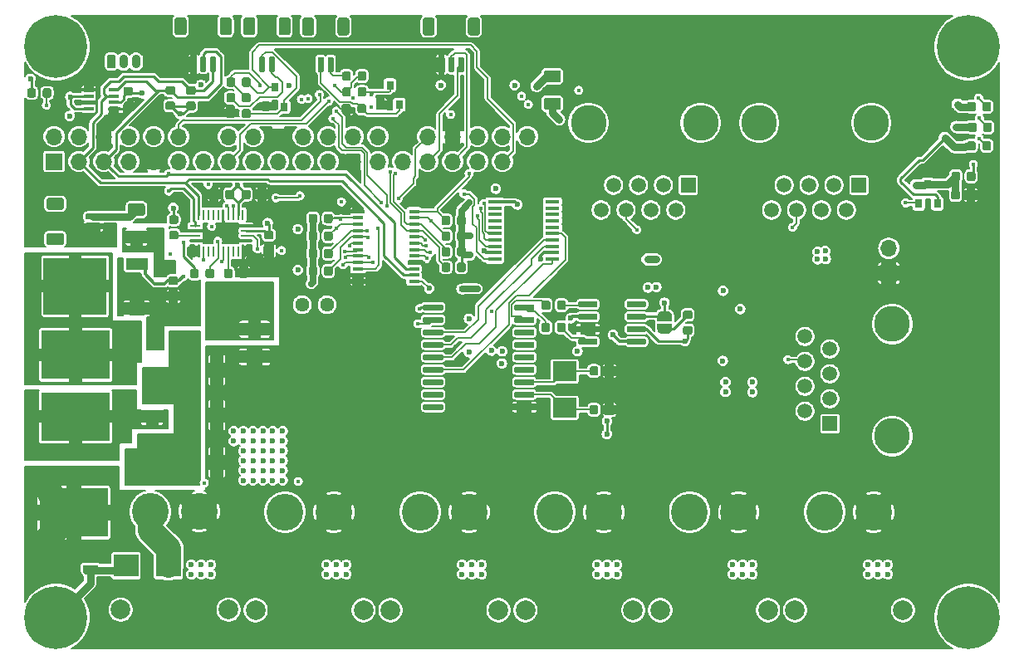
<source format=gbr>
G04 #@! TF.GenerationSoftware,KiCad,Pcbnew,(5.1.4)-1*
G04 #@! TF.CreationDate,2021-01-17T20:08:52-03:30*
G04 #@! TF.ProjectId,AUV_Pi_Expansion,4155565f-5069-45f4-9578-70616e73696f,V1.0*
G04 #@! TF.SameCoordinates,Original*
G04 #@! TF.FileFunction,Copper,L4,Bot*
G04 #@! TF.FilePolarity,Positive*
%FSLAX46Y46*%
G04 Gerber Fmt 4.6, Leading zero omitted, Abs format (unit mm)*
G04 Created by KiCad (PCBNEW (5.1.4)-1) date 2021-01-17 20:08:52*
%MOMM*%
%LPD*%
G04 APERTURE LIST*
%ADD10C,0.500000*%
%ADD11C,0.100000*%
%ADD12R,1.700000X1.700000*%
%ADD13O,1.700000X1.700000*%
%ADD14C,6.400000*%
%ADD15C,2.000000*%
%ADD16C,3.750000*%
%ADD17C,1.250000*%
%ADD18C,0.875000*%
%ADD19R,2.500000X2.300000*%
%ADD20R,7.000000X5.000000*%
%ADD21C,0.600000*%
%ADD22C,1.200000*%
%ADD23C,1.500000*%
%ADD24R,1.500000X1.500000*%
%ADD25C,3.650000*%
%ADD26R,2.200000X1.200000*%
%ADD27R,6.400000X5.800000*%
%ADD28R,0.800000X0.900000*%
%ADD29C,1.440000*%
%ADD30R,1.100000X0.400000*%
%ADD31R,2.400000X2.000000*%
%ADD32C,0.900000*%
%ADD33O,0.900000X1.400000*%
%ADD34R,1.000000X0.350000*%
%ADD35R,0.254000X1.075000*%
%ADD36R,1.075000X0.254000*%
%ADD37R,1.450000X0.450000*%
%ADD38C,0.450000*%
%ADD39C,0.152400*%
%ADD40C,2.540000*%
%ADD41C,0.406400*%
%ADD42C,0.762000*%
%ADD43C,0.254000*%
%ADD44C,0.304800*%
%ADD45C,0.635000*%
%ADD46C,0.128000*%
G04 APERTURE END LIST*
D10*
X57000000Y-140350000D03*
D11*
G36*
X56250000Y-140850000D02*
G01*
X56250000Y-140350000D01*
X56250602Y-140350000D01*
X56250602Y-140325466D01*
X56255412Y-140276635D01*
X56264984Y-140228510D01*
X56279228Y-140181555D01*
X56298005Y-140136222D01*
X56321136Y-140092949D01*
X56348396Y-140052150D01*
X56379524Y-140014221D01*
X56414221Y-139979524D01*
X56452150Y-139948396D01*
X56492949Y-139921136D01*
X56536222Y-139898005D01*
X56581555Y-139879228D01*
X56628510Y-139864984D01*
X56676635Y-139855412D01*
X56725466Y-139850602D01*
X56750000Y-139850602D01*
X56750000Y-139850000D01*
X57250000Y-139850000D01*
X57250000Y-139850602D01*
X57274534Y-139850602D01*
X57323365Y-139855412D01*
X57371490Y-139864984D01*
X57418445Y-139879228D01*
X57463778Y-139898005D01*
X57507051Y-139921136D01*
X57547850Y-139948396D01*
X57585779Y-139979524D01*
X57620476Y-140014221D01*
X57651604Y-140052150D01*
X57678864Y-140092949D01*
X57701995Y-140136222D01*
X57720772Y-140181555D01*
X57735016Y-140228510D01*
X57744588Y-140276635D01*
X57749398Y-140325466D01*
X57749398Y-140350000D01*
X57750000Y-140350000D01*
X57750000Y-140850000D01*
X56250000Y-140850000D01*
X56250000Y-140850000D01*
G37*
D10*
X57000000Y-141650000D03*
D11*
G36*
X57749398Y-141650000D02*
G01*
X57749398Y-141674534D01*
X57744588Y-141723365D01*
X57735016Y-141771490D01*
X57720772Y-141818445D01*
X57701995Y-141863778D01*
X57678864Y-141907051D01*
X57651604Y-141947850D01*
X57620476Y-141985779D01*
X57585779Y-142020476D01*
X57547850Y-142051604D01*
X57507051Y-142078864D01*
X57463778Y-142101995D01*
X57418445Y-142120772D01*
X57371490Y-142135016D01*
X57323365Y-142144588D01*
X57274534Y-142149398D01*
X57250000Y-142149398D01*
X57250000Y-142150000D01*
X56750000Y-142150000D01*
X56750000Y-142149398D01*
X56725466Y-142149398D01*
X56676635Y-142144588D01*
X56628510Y-142135016D01*
X56581555Y-142120772D01*
X56536222Y-142101995D01*
X56492949Y-142078864D01*
X56452150Y-142051604D01*
X56414221Y-142020476D01*
X56379524Y-141985779D01*
X56348396Y-141947850D01*
X56321136Y-141907051D01*
X56298005Y-141863778D01*
X56279228Y-141818445D01*
X56264984Y-141771490D01*
X56255412Y-141723365D01*
X56250602Y-141674534D01*
X56250602Y-141650000D01*
X56250000Y-141650000D01*
X56250000Y-141150000D01*
X57750000Y-141150000D01*
X57750000Y-141650000D01*
X57749398Y-141650000D01*
X57749398Y-141650000D01*
G37*
D12*
X53300000Y-100000000D03*
D13*
X53300000Y-97460000D03*
X55840000Y-100000000D03*
X55840000Y-97460000D03*
X58380000Y-100000000D03*
X58380000Y-97460000D03*
X60920000Y-100000000D03*
X60920000Y-97460000D03*
X63460000Y-100000000D03*
X63460000Y-97460000D03*
X66000000Y-100000000D03*
X66000000Y-97460000D03*
X68540000Y-100000000D03*
X68540000Y-97460000D03*
X71080000Y-100000000D03*
X71080000Y-97460000D03*
X73620000Y-100000000D03*
X73620000Y-97460000D03*
X76160000Y-100000000D03*
X76160000Y-97460000D03*
X78700000Y-100000000D03*
X78700000Y-97460000D03*
X81240000Y-100000000D03*
X81240000Y-97460000D03*
X83780000Y-100000000D03*
X83780000Y-97460000D03*
X86320000Y-100000000D03*
X86320000Y-97460000D03*
X88860000Y-100000000D03*
X88860000Y-97460000D03*
X91400000Y-100000000D03*
X91400000Y-97460000D03*
X93940000Y-100000000D03*
X93940000Y-97460000D03*
X96480000Y-100000000D03*
X96480000Y-97460000D03*
X99020000Y-100000000D03*
X99020000Y-97460000D03*
X101560000Y-100000000D03*
X101560000Y-97460000D03*
D14*
X53500000Y-146500000D03*
X53500000Y-88300000D03*
X146500000Y-88300000D03*
X146500000Y-146500000D03*
D15*
X87600000Y-145750000D03*
X98600000Y-145750000D03*
D16*
X90600000Y-135750000D03*
X95600000Y-135750000D03*
X81850000Y-135750000D03*
X76850000Y-135750000D03*
D15*
X84850000Y-145750000D03*
X73850000Y-145750000D03*
X60100000Y-145700000D03*
X71100000Y-145700000D03*
D16*
X63100000Y-135700000D03*
X68100000Y-135700000D03*
X136850000Y-135750000D03*
X131850000Y-135750000D03*
D15*
X139850000Y-145750000D03*
X128850000Y-145750000D03*
X115100000Y-145750000D03*
X126100000Y-145750000D03*
D16*
X118100000Y-135750000D03*
X123100000Y-135750000D03*
X109350000Y-135750000D03*
X104350000Y-135750000D03*
D15*
X112350000Y-145750000D03*
X101350000Y-145750000D03*
D11*
G36*
X67499504Y-119926204D02*
G01*
X67523773Y-119929804D01*
X67547571Y-119935765D01*
X67570671Y-119944030D01*
X67592849Y-119954520D01*
X67613893Y-119967133D01*
X67633598Y-119981747D01*
X67651777Y-119998223D01*
X67668253Y-120016402D01*
X67682867Y-120036107D01*
X67695480Y-120057151D01*
X67705970Y-120079329D01*
X67714235Y-120102429D01*
X67720196Y-120126227D01*
X67723796Y-120150496D01*
X67725000Y-120175000D01*
X67725000Y-122325000D01*
X67723796Y-122349504D01*
X67720196Y-122373773D01*
X67714235Y-122397571D01*
X67705970Y-122420671D01*
X67695480Y-122442849D01*
X67682867Y-122463893D01*
X67668253Y-122483598D01*
X67651777Y-122501777D01*
X67633598Y-122518253D01*
X67613893Y-122532867D01*
X67592849Y-122545480D01*
X67570671Y-122555970D01*
X67547571Y-122564235D01*
X67523773Y-122570196D01*
X67499504Y-122573796D01*
X67475000Y-122575000D01*
X66725000Y-122575000D01*
X66700496Y-122573796D01*
X66676227Y-122570196D01*
X66652429Y-122564235D01*
X66629329Y-122555970D01*
X66607151Y-122545480D01*
X66586107Y-122532867D01*
X66566402Y-122518253D01*
X66548223Y-122501777D01*
X66531747Y-122483598D01*
X66517133Y-122463893D01*
X66504520Y-122442849D01*
X66494030Y-122420671D01*
X66485765Y-122397571D01*
X66479804Y-122373773D01*
X66476204Y-122349504D01*
X66475000Y-122325000D01*
X66475000Y-120175000D01*
X66476204Y-120150496D01*
X66479804Y-120126227D01*
X66485765Y-120102429D01*
X66494030Y-120079329D01*
X66504520Y-120057151D01*
X66517133Y-120036107D01*
X66531747Y-120016402D01*
X66548223Y-119998223D01*
X66566402Y-119981747D01*
X66586107Y-119967133D01*
X66607151Y-119954520D01*
X66629329Y-119944030D01*
X66652429Y-119935765D01*
X66676227Y-119929804D01*
X66700496Y-119926204D01*
X66725000Y-119925000D01*
X67475000Y-119925000D01*
X67499504Y-119926204D01*
X67499504Y-119926204D01*
G37*
D17*
X67100000Y-121250000D03*
D11*
G36*
X70299504Y-119926204D02*
G01*
X70323773Y-119929804D01*
X70347571Y-119935765D01*
X70370671Y-119944030D01*
X70392849Y-119954520D01*
X70413893Y-119967133D01*
X70433598Y-119981747D01*
X70451777Y-119998223D01*
X70468253Y-120016402D01*
X70482867Y-120036107D01*
X70495480Y-120057151D01*
X70505970Y-120079329D01*
X70514235Y-120102429D01*
X70520196Y-120126227D01*
X70523796Y-120150496D01*
X70525000Y-120175000D01*
X70525000Y-122325000D01*
X70523796Y-122349504D01*
X70520196Y-122373773D01*
X70514235Y-122397571D01*
X70505970Y-122420671D01*
X70495480Y-122442849D01*
X70482867Y-122463893D01*
X70468253Y-122483598D01*
X70451777Y-122501777D01*
X70433598Y-122518253D01*
X70413893Y-122532867D01*
X70392849Y-122545480D01*
X70370671Y-122555970D01*
X70347571Y-122564235D01*
X70323773Y-122570196D01*
X70299504Y-122573796D01*
X70275000Y-122575000D01*
X69525000Y-122575000D01*
X69500496Y-122573796D01*
X69476227Y-122570196D01*
X69452429Y-122564235D01*
X69429329Y-122555970D01*
X69407151Y-122545480D01*
X69386107Y-122532867D01*
X69366402Y-122518253D01*
X69348223Y-122501777D01*
X69331747Y-122483598D01*
X69317133Y-122463893D01*
X69304520Y-122442849D01*
X69294030Y-122420671D01*
X69285765Y-122397571D01*
X69279804Y-122373773D01*
X69276204Y-122349504D01*
X69275000Y-122325000D01*
X69275000Y-120175000D01*
X69276204Y-120150496D01*
X69279804Y-120126227D01*
X69285765Y-120102429D01*
X69294030Y-120079329D01*
X69304520Y-120057151D01*
X69317133Y-120036107D01*
X69331747Y-120016402D01*
X69348223Y-119998223D01*
X69366402Y-119981747D01*
X69386107Y-119967133D01*
X69407151Y-119954520D01*
X69429329Y-119944030D01*
X69452429Y-119935765D01*
X69476227Y-119929804D01*
X69500496Y-119926204D01*
X69525000Y-119925000D01*
X70275000Y-119925000D01*
X70299504Y-119926204D01*
X70299504Y-119926204D01*
G37*
D17*
X69900000Y-121250000D03*
D11*
G36*
X70299504Y-124526204D02*
G01*
X70323773Y-124529804D01*
X70347571Y-124535765D01*
X70370671Y-124544030D01*
X70392849Y-124554520D01*
X70413893Y-124567133D01*
X70433598Y-124581747D01*
X70451777Y-124598223D01*
X70468253Y-124616402D01*
X70482867Y-124636107D01*
X70495480Y-124657151D01*
X70505970Y-124679329D01*
X70514235Y-124702429D01*
X70520196Y-124726227D01*
X70523796Y-124750496D01*
X70525000Y-124775000D01*
X70525000Y-126925000D01*
X70523796Y-126949504D01*
X70520196Y-126973773D01*
X70514235Y-126997571D01*
X70505970Y-127020671D01*
X70495480Y-127042849D01*
X70482867Y-127063893D01*
X70468253Y-127083598D01*
X70451777Y-127101777D01*
X70433598Y-127118253D01*
X70413893Y-127132867D01*
X70392849Y-127145480D01*
X70370671Y-127155970D01*
X70347571Y-127164235D01*
X70323773Y-127170196D01*
X70299504Y-127173796D01*
X70275000Y-127175000D01*
X69525000Y-127175000D01*
X69500496Y-127173796D01*
X69476227Y-127170196D01*
X69452429Y-127164235D01*
X69429329Y-127155970D01*
X69407151Y-127145480D01*
X69386107Y-127132867D01*
X69366402Y-127118253D01*
X69348223Y-127101777D01*
X69331747Y-127083598D01*
X69317133Y-127063893D01*
X69304520Y-127042849D01*
X69294030Y-127020671D01*
X69285765Y-126997571D01*
X69279804Y-126973773D01*
X69276204Y-126949504D01*
X69275000Y-126925000D01*
X69275000Y-124775000D01*
X69276204Y-124750496D01*
X69279804Y-124726227D01*
X69285765Y-124702429D01*
X69294030Y-124679329D01*
X69304520Y-124657151D01*
X69317133Y-124636107D01*
X69331747Y-124616402D01*
X69348223Y-124598223D01*
X69366402Y-124581747D01*
X69386107Y-124567133D01*
X69407151Y-124554520D01*
X69429329Y-124544030D01*
X69452429Y-124535765D01*
X69476227Y-124529804D01*
X69500496Y-124526204D01*
X69525000Y-124525000D01*
X70275000Y-124525000D01*
X70299504Y-124526204D01*
X70299504Y-124526204D01*
G37*
D17*
X69900000Y-125850000D03*
D11*
G36*
X67499504Y-124526204D02*
G01*
X67523773Y-124529804D01*
X67547571Y-124535765D01*
X67570671Y-124544030D01*
X67592849Y-124554520D01*
X67613893Y-124567133D01*
X67633598Y-124581747D01*
X67651777Y-124598223D01*
X67668253Y-124616402D01*
X67682867Y-124636107D01*
X67695480Y-124657151D01*
X67705970Y-124679329D01*
X67714235Y-124702429D01*
X67720196Y-124726227D01*
X67723796Y-124750496D01*
X67725000Y-124775000D01*
X67725000Y-126925000D01*
X67723796Y-126949504D01*
X67720196Y-126973773D01*
X67714235Y-126997571D01*
X67705970Y-127020671D01*
X67695480Y-127042849D01*
X67682867Y-127063893D01*
X67668253Y-127083598D01*
X67651777Y-127101777D01*
X67633598Y-127118253D01*
X67613893Y-127132867D01*
X67592849Y-127145480D01*
X67570671Y-127155970D01*
X67547571Y-127164235D01*
X67523773Y-127170196D01*
X67499504Y-127173796D01*
X67475000Y-127175000D01*
X66725000Y-127175000D01*
X66700496Y-127173796D01*
X66676227Y-127170196D01*
X66652429Y-127164235D01*
X66629329Y-127155970D01*
X66607151Y-127145480D01*
X66586107Y-127132867D01*
X66566402Y-127118253D01*
X66548223Y-127101777D01*
X66531747Y-127083598D01*
X66517133Y-127063893D01*
X66504520Y-127042849D01*
X66494030Y-127020671D01*
X66485765Y-126997571D01*
X66479804Y-126973773D01*
X66476204Y-126949504D01*
X66475000Y-126925000D01*
X66475000Y-124775000D01*
X66476204Y-124750496D01*
X66479804Y-124726227D01*
X66485765Y-124702429D01*
X66494030Y-124679329D01*
X66504520Y-124657151D01*
X66517133Y-124636107D01*
X66531747Y-124616402D01*
X66548223Y-124598223D01*
X66566402Y-124581747D01*
X66586107Y-124567133D01*
X66607151Y-124554520D01*
X66629329Y-124544030D01*
X66652429Y-124535765D01*
X66676227Y-124529804D01*
X66700496Y-124526204D01*
X66725000Y-124525000D01*
X67475000Y-124525000D01*
X67499504Y-124526204D01*
X67499504Y-124526204D01*
G37*
D17*
X67100000Y-125850000D03*
D11*
G36*
X67499504Y-129326204D02*
G01*
X67523773Y-129329804D01*
X67547571Y-129335765D01*
X67570671Y-129344030D01*
X67592849Y-129354520D01*
X67613893Y-129367133D01*
X67633598Y-129381747D01*
X67651777Y-129398223D01*
X67668253Y-129416402D01*
X67682867Y-129436107D01*
X67695480Y-129457151D01*
X67705970Y-129479329D01*
X67714235Y-129502429D01*
X67720196Y-129526227D01*
X67723796Y-129550496D01*
X67725000Y-129575000D01*
X67725000Y-131725000D01*
X67723796Y-131749504D01*
X67720196Y-131773773D01*
X67714235Y-131797571D01*
X67705970Y-131820671D01*
X67695480Y-131842849D01*
X67682867Y-131863893D01*
X67668253Y-131883598D01*
X67651777Y-131901777D01*
X67633598Y-131918253D01*
X67613893Y-131932867D01*
X67592849Y-131945480D01*
X67570671Y-131955970D01*
X67547571Y-131964235D01*
X67523773Y-131970196D01*
X67499504Y-131973796D01*
X67475000Y-131975000D01*
X66725000Y-131975000D01*
X66700496Y-131973796D01*
X66676227Y-131970196D01*
X66652429Y-131964235D01*
X66629329Y-131955970D01*
X66607151Y-131945480D01*
X66586107Y-131932867D01*
X66566402Y-131918253D01*
X66548223Y-131901777D01*
X66531747Y-131883598D01*
X66517133Y-131863893D01*
X66504520Y-131842849D01*
X66494030Y-131820671D01*
X66485765Y-131797571D01*
X66479804Y-131773773D01*
X66476204Y-131749504D01*
X66475000Y-131725000D01*
X66475000Y-129575000D01*
X66476204Y-129550496D01*
X66479804Y-129526227D01*
X66485765Y-129502429D01*
X66494030Y-129479329D01*
X66504520Y-129457151D01*
X66517133Y-129436107D01*
X66531747Y-129416402D01*
X66548223Y-129398223D01*
X66566402Y-129381747D01*
X66586107Y-129367133D01*
X66607151Y-129354520D01*
X66629329Y-129344030D01*
X66652429Y-129335765D01*
X66676227Y-129329804D01*
X66700496Y-129326204D01*
X66725000Y-129325000D01*
X67475000Y-129325000D01*
X67499504Y-129326204D01*
X67499504Y-129326204D01*
G37*
D17*
X67100000Y-130650000D03*
D11*
G36*
X70299504Y-129326204D02*
G01*
X70323773Y-129329804D01*
X70347571Y-129335765D01*
X70370671Y-129344030D01*
X70392849Y-129354520D01*
X70413893Y-129367133D01*
X70433598Y-129381747D01*
X70451777Y-129398223D01*
X70468253Y-129416402D01*
X70482867Y-129436107D01*
X70495480Y-129457151D01*
X70505970Y-129479329D01*
X70514235Y-129502429D01*
X70520196Y-129526227D01*
X70523796Y-129550496D01*
X70525000Y-129575000D01*
X70525000Y-131725000D01*
X70523796Y-131749504D01*
X70520196Y-131773773D01*
X70514235Y-131797571D01*
X70505970Y-131820671D01*
X70495480Y-131842849D01*
X70482867Y-131863893D01*
X70468253Y-131883598D01*
X70451777Y-131901777D01*
X70433598Y-131918253D01*
X70413893Y-131932867D01*
X70392849Y-131945480D01*
X70370671Y-131955970D01*
X70347571Y-131964235D01*
X70323773Y-131970196D01*
X70299504Y-131973796D01*
X70275000Y-131975000D01*
X69525000Y-131975000D01*
X69500496Y-131973796D01*
X69476227Y-131970196D01*
X69452429Y-131964235D01*
X69429329Y-131955970D01*
X69407151Y-131945480D01*
X69386107Y-131932867D01*
X69366402Y-131918253D01*
X69348223Y-131901777D01*
X69331747Y-131883598D01*
X69317133Y-131863893D01*
X69304520Y-131842849D01*
X69294030Y-131820671D01*
X69285765Y-131797571D01*
X69279804Y-131773773D01*
X69276204Y-131749504D01*
X69275000Y-131725000D01*
X69275000Y-129575000D01*
X69276204Y-129550496D01*
X69279804Y-129526227D01*
X69285765Y-129502429D01*
X69294030Y-129479329D01*
X69304520Y-129457151D01*
X69317133Y-129436107D01*
X69331747Y-129416402D01*
X69348223Y-129398223D01*
X69366402Y-129381747D01*
X69386107Y-129367133D01*
X69407151Y-129354520D01*
X69429329Y-129344030D01*
X69452429Y-129335765D01*
X69476227Y-129329804D01*
X69500496Y-129326204D01*
X69525000Y-129325000D01*
X70275000Y-129325000D01*
X70299504Y-129326204D01*
X70299504Y-129326204D01*
G37*
D17*
X69900000Y-130650000D03*
D11*
G36*
X74849504Y-116476204D02*
G01*
X74873773Y-116479804D01*
X74897571Y-116485765D01*
X74920671Y-116494030D01*
X74942849Y-116504520D01*
X74963893Y-116517133D01*
X74983598Y-116531747D01*
X75001777Y-116548223D01*
X75018253Y-116566402D01*
X75032867Y-116586107D01*
X75045480Y-116607151D01*
X75055970Y-116629329D01*
X75064235Y-116652429D01*
X75070196Y-116676227D01*
X75073796Y-116700496D01*
X75075000Y-116725000D01*
X75075000Y-117475000D01*
X75073796Y-117499504D01*
X75070196Y-117523773D01*
X75064235Y-117547571D01*
X75055970Y-117570671D01*
X75045480Y-117592849D01*
X75032867Y-117613893D01*
X75018253Y-117633598D01*
X75001777Y-117651777D01*
X74983598Y-117668253D01*
X74963893Y-117682867D01*
X74942849Y-117695480D01*
X74920671Y-117705970D01*
X74897571Y-117714235D01*
X74873773Y-117720196D01*
X74849504Y-117723796D01*
X74825000Y-117725000D01*
X72675000Y-117725000D01*
X72650496Y-117723796D01*
X72626227Y-117720196D01*
X72602429Y-117714235D01*
X72579329Y-117705970D01*
X72557151Y-117695480D01*
X72536107Y-117682867D01*
X72516402Y-117668253D01*
X72498223Y-117651777D01*
X72481747Y-117633598D01*
X72467133Y-117613893D01*
X72454520Y-117592849D01*
X72444030Y-117570671D01*
X72435765Y-117547571D01*
X72429804Y-117523773D01*
X72426204Y-117499504D01*
X72425000Y-117475000D01*
X72425000Y-116725000D01*
X72426204Y-116700496D01*
X72429804Y-116676227D01*
X72435765Y-116652429D01*
X72444030Y-116629329D01*
X72454520Y-116607151D01*
X72467133Y-116586107D01*
X72481747Y-116566402D01*
X72498223Y-116548223D01*
X72516402Y-116531747D01*
X72536107Y-116517133D01*
X72557151Y-116504520D01*
X72579329Y-116494030D01*
X72602429Y-116485765D01*
X72626227Y-116479804D01*
X72650496Y-116476204D01*
X72675000Y-116475000D01*
X74825000Y-116475000D01*
X74849504Y-116476204D01*
X74849504Y-116476204D01*
G37*
D17*
X73750000Y-117100000D03*
D11*
G36*
X74849504Y-119276204D02*
G01*
X74873773Y-119279804D01*
X74897571Y-119285765D01*
X74920671Y-119294030D01*
X74942849Y-119304520D01*
X74963893Y-119317133D01*
X74983598Y-119331747D01*
X75001777Y-119348223D01*
X75018253Y-119366402D01*
X75032867Y-119386107D01*
X75045480Y-119407151D01*
X75055970Y-119429329D01*
X75064235Y-119452429D01*
X75070196Y-119476227D01*
X75073796Y-119500496D01*
X75075000Y-119525000D01*
X75075000Y-120275000D01*
X75073796Y-120299504D01*
X75070196Y-120323773D01*
X75064235Y-120347571D01*
X75055970Y-120370671D01*
X75045480Y-120392849D01*
X75032867Y-120413893D01*
X75018253Y-120433598D01*
X75001777Y-120451777D01*
X74983598Y-120468253D01*
X74963893Y-120482867D01*
X74942849Y-120495480D01*
X74920671Y-120505970D01*
X74897571Y-120514235D01*
X74873773Y-120520196D01*
X74849504Y-120523796D01*
X74825000Y-120525000D01*
X72675000Y-120525000D01*
X72650496Y-120523796D01*
X72626227Y-120520196D01*
X72602429Y-120514235D01*
X72579329Y-120505970D01*
X72557151Y-120495480D01*
X72536107Y-120482867D01*
X72516402Y-120468253D01*
X72498223Y-120451777D01*
X72481747Y-120433598D01*
X72467133Y-120413893D01*
X72454520Y-120392849D01*
X72444030Y-120370671D01*
X72435765Y-120347571D01*
X72429804Y-120323773D01*
X72426204Y-120299504D01*
X72425000Y-120275000D01*
X72425000Y-119525000D01*
X72426204Y-119500496D01*
X72429804Y-119476227D01*
X72435765Y-119452429D01*
X72444030Y-119429329D01*
X72454520Y-119407151D01*
X72467133Y-119386107D01*
X72481747Y-119366402D01*
X72498223Y-119348223D01*
X72516402Y-119331747D01*
X72536107Y-119317133D01*
X72557151Y-119304520D01*
X72579329Y-119294030D01*
X72602429Y-119285765D01*
X72626227Y-119279804D01*
X72650496Y-119276204D01*
X72675000Y-119275000D01*
X74825000Y-119275000D01*
X74849504Y-119276204D01*
X74849504Y-119276204D01*
G37*
D17*
X73750000Y-119900000D03*
D11*
G36*
X61127691Y-92388552D02*
G01*
X61148926Y-92391702D01*
X61169750Y-92396918D01*
X61189962Y-92404150D01*
X61209368Y-92413329D01*
X61227781Y-92424365D01*
X61245024Y-92437153D01*
X61260930Y-92451569D01*
X61275346Y-92467475D01*
X61288134Y-92484718D01*
X61299170Y-92503131D01*
X61308349Y-92522537D01*
X61315581Y-92542749D01*
X61320797Y-92563573D01*
X61323947Y-92584808D01*
X61325000Y-92606249D01*
X61325000Y-93043749D01*
X61323947Y-93065190D01*
X61320797Y-93086425D01*
X61315581Y-93107249D01*
X61308349Y-93127461D01*
X61299170Y-93146867D01*
X61288134Y-93165280D01*
X61275346Y-93182523D01*
X61260930Y-93198429D01*
X61245024Y-93212845D01*
X61227781Y-93225633D01*
X61209368Y-93236669D01*
X61189962Y-93245848D01*
X61169750Y-93253080D01*
X61148926Y-93258296D01*
X61127691Y-93261446D01*
X61106250Y-93262499D01*
X60593750Y-93262499D01*
X60572309Y-93261446D01*
X60551074Y-93258296D01*
X60530250Y-93253080D01*
X60510038Y-93245848D01*
X60490632Y-93236669D01*
X60472219Y-93225633D01*
X60454976Y-93212845D01*
X60439070Y-93198429D01*
X60424654Y-93182523D01*
X60411866Y-93165280D01*
X60400830Y-93146867D01*
X60391651Y-93127461D01*
X60384419Y-93107249D01*
X60379203Y-93086425D01*
X60376053Y-93065190D01*
X60375000Y-93043749D01*
X60375000Y-92606249D01*
X60376053Y-92584808D01*
X60379203Y-92563573D01*
X60384419Y-92542749D01*
X60391651Y-92522537D01*
X60400830Y-92503131D01*
X60411866Y-92484718D01*
X60424654Y-92467475D01*
X60439070Y-92451569D01*
X60454976Y-92437153D01*
X60472219Y-92424365D01*
X60490632Y-92413329D01*
X60510038Y-92404150D01*
X60530250Y-92396918D01*
X60551074Y-92391702D01*
X60572309Y-92388552D01*
X60593750Y-92387499D01*
X61106250Y-92387499D01*
X61127691Y-92388552D01*
X61127691Y-92388552D01*
G37*
D18*
X60850000Y-92824999D03*
D11*
G36*
X61127691Y-93963552D02*
G01*
X61148926Y-93966702D01*
X61169750Y-93971918D01*
X61189962Y-93979150D01*
X61209368Y-93988329D01*
X61227781Y-93999365D01*
X61245024Y-94012153D01*
X61260930Y-94026569D01*
X61275346Y-94042475D01*
X61288134Y-94059718D01*
X61299170Y-94078131D01*
X61308349Y-94097537D01*
X61315581Y-94117749D01*
X61320797Y-94138573D01*
X61323947Y-94159808D01*
X61325000Y-94181249D01*
X61325000Y-94618749D01*
X61323947Y-94640190D01*
X61320797Y-94661425D01*
X61315581Y-94682249D01*
X61308349Y-94702461D01*
X61299170Y-94721867D01*
X61288134Y-94740280D01*
X61275346Y-94757523D01*
X61260930Y-94773429D01*
X61245024Y-94787845D01*
X61227781Y-94800633D01*
X61209368Y-94811669D01*
X61189962Y-94820848D01*
X61169750Y-94828080D01*
X61148926Y-94833296D01*
X61127691Y-94836446D01*
X61106250Y-94837499D01*
X60593750Y-94837499D01*
X60572309Y-94836446D01*
X60551074Y-94833296D01*
X60530250Y-94828080D01*
X60510038Y-94820848D01*
X60490632Y-94811669D01*
X60472219Y-94800633D01*
X60454976Y-94787845D01*
X60439070Y-94773429D01*
X60424654Y-94757523D01*
X60411866Y-94740280D01*
X60400830Y-94721867D01*
X60391651Y-94702461D01*
X60384419Y-94682249D01*
X60379203Y-94661425D01*
X60376053Y-94640190D01*
X60375000Y-94618749D01*
X60375000Y-94181249D01*
X60376053Y-94159808D01*
X60379203Y-94138573D01*
X60384419Y-94117749D01*
X60391651Y-94097537D01*
X60400830Y-94078131D01*
X60411866Y-94059718D01*
X60424654Y-94042475D01*
X60439070Y-94026569D01*
X60454976Y-94012153D01*
X60472219Y-93999365D01*
X60490632Y-93988329D01*
X60510038Y-93979150D01*
X60530250Y-93971918D01*
X60551074Y-93966702D01*
X60572309Y-93963552D01*
X60593750Y-93962499D01*
X61106250Y-93962499D01*
X61127691Y-93963552D01*
X61127691Y-93963552D01*
G37*
D18*
X60850000Y-94399999D03*
D11*
G36*
X145440192Y-102926053D02*
G01*
X145461427Y-102929203D01*
X145482251Y-102934419D01*
X145502463Y-102941651D01*
X145521869Y-102950830D01*
X145540282Y-102961866D01*
X145557525Y-102974654D01*
X145573431Y-102989070D01*
X145587847Y-103004976D01*
X145600635Y-103022219D01*
X145611671Y-103040632D01*
X145620850Y-103060038D01*
X145628082Y-103080250D01*
X145633298Y-103101074D01*
X145636448Y-103122309D01*
X145637501Y-103143750D01*
X145637501Y-103656250D01*
X145636448Y-103677691D01*
X145633298Y-103698926D01*
X145628082Y-103719750D01*
X145620850Y-103739962D01*
X145611671Y-103759368D01*
X145600635Y-103777781D01*
X145587847Y-103795024D01*
X145573431Y-103810930D01*
X145557525Y-103825346D01*
X145540282Y-103838134D01*
X145521869Y-103849170D01*
X145502463Y-103858349D01*
X145482251Y-103865581D01*
X145461427Y-103870797D01*
X145440192Y-103873947D01*
X145418751Y-103875000D01*
X144981251Y-103875000D01*
X144959810Y-103873947D01*
X144938575Y-103870797D01*
X144917751Y-103865581D01*
X144897539Y-103858349D01*
X144878133Y-103849170D01*
X144859720Y-103838134D01*
X144842477Y-103825346D01*
X144826571Y-103810930D01*
X144812155Y-103795024D01*
X144799367Y-103777781D01*
X144788331Y-103759368D01*
X144779152Y-103739962D01*
X144771920Y-103719750D01*
X144766704Y-103698926D01*
X144763554Y-103677691D01*
X144762501Y-103656250D01*
X144762501Y-103143750D01*
X144763554Y-103122309D01*
X144766704Y-103101074D01*
X144771920Y-103080250D01*
X144779152Y-103060038D01*
X144788331Y-103040632D01*
X144799367Y-103022219D01*
X144812155Y-103004976D01*
X144826571Y-102989070D01*
X144842477Y-102974654D01*
X144859720Y-102961866D01*
X144878133Y-102950830D01*
X144897539Y-102941651D01*
X144917751Y-102934419D01*
X144938575Y-102929203D01*
X144959810Y-102926053D01*
X144981251Y-102925000D01*
X145418751Y-102925000D01*
X145440192Y-102926053D01*
X145440192Y-102926053D01*
G37*
D18*
X145200001Y-103400000D03*
D11*
G36*
X147015192Y-102926053D02*
G01*
X147036427Y-102929203D01*
X147057251Y-102934419D01*
X147077463Y-102941651D01*
X147096869Y-102950830D01*
X147115282Y-102961866D01*
X147132525Y-102974654D01*
X147148431Y-102989070D01*
X147162847Y-103004976D01*
X147175635Y-103022219D01*
X147186671Y-103040632D01*
X147195850Y-103060038D01*
X147203082Y-103080250D01*
X147208298Y-103101074D01*
X147211448Y-103122309D01*
X147212501Y-103143750D01*
X147212501Y-103656250D01*
X147211448Y-103677691D01*
X147208298Y-103698926D01*
X147203082Y-103719750D01*
X147195850Y-103739962D01*
X147186671Y-103759368D01*
X147175635Y-103777781D01*
X147162847Y-103795024D01*
X147148431Y-103810930D01*
X147132525Y-103825346D01*
X147115282Y-103838134D01*
X147096869Y-103849170D01*
X147077463Y-103858349D01*
X147057251Y-103865581D01*
X147036427Y-103870797D01*
X147015192Y-103873947D01*
X146993751Y-103875000D01*
X146556251Y-103875000D01*
X146534810Y-103873947D01*
X146513575Y-103870797D01*
X146492751Y-103865581D01*
X146472539Y-103858349D01*
X146453133Y-103849170D01*
X146434720Y-103838134D01*
X146417477Y-103825346D01*
X146401571Y-103810930D01*
X146387155Y-103795024D01*
X146374367Y-103777781D01*
X146363331Y-103759368D01*
X146354152Y-103739962D01*
X146346920Y-103719750D01*
X146341704Y-103698926D01*
X146338554Y-103677691D01*
X146337501Y-103656250D01*
X146337501Y-103143750D01*
X146338554Y-103122309D01*
X146341704Y-103101074D01*
X146346920Y-103080250D01*
X146354152Y-103060038D01*
X146363331Y-103040632D01*
X146374367Y-103022219D01*
X146387155Y-103004976D01*
X146401571Y-102989070D01*
X146417477Y-102974654D01*
X146434720Y-102961866D01*
X146453133Y-102950830D01*
X146472539Y-102941651D01*
X146492751Y-102934419D01*
X146513575Y-102929203D01*
X146534810Y-102926053D01*
X146556251Y-102925000D01*
X146993751Y-102925000D01*
X147015192Y-102926053D01*
X147015192Y-102926053D01*
G37*
D18*
X146775001Y-103400000D03*
D11*
G36*
X69865191Y-102876053D02*
G01*
X69886426Y-102879203D01*
X69907250Y-102884419D01*
X69927462Y-102891651D01*
X69946868Y-102900830D01*
X69965281Y-102911866D01*
X69982524Y-102924654D01*
X69998430Y-102939070D01*
X70012846Y-102954976D01*
X70025634Y-102972219D01*
X70036670Y-102990632D01*
X70045849Y-103010038D01*
X70053081Y-103030250D01*
X70058297Y-103051074D01*
X70061447Y-103072309D01*
X70062500Y-103093750D01*
X70062500Y-103606250D01*
X70061447Y-103627691D01*
X70058297Y-103648926D01*
X70053081Y-103669750D01*
X70045849Y-103689962D01*
X70036670Y-103709368D01*
X70025634Y-103727781D01*
X70012846Y-103745024D01*
X69998430Y-103760930D01*
X69982524Y-103775346D01*
X69965281Y-103788134D01*
X69946868Y-103799170D01*
X69927462Y-103808349D01*
X69907250Y-103815581D01*
X69886426Y-103820797D01*
X69865191Y-103823947D01*
X69843750Y-103825000D01*
X69406250Y-103825000D01*
X69384809Y-103823947D01*
X69363574Y-103820797D01*
X69342750Y-103815581D01*
X69322538Y-103808349D01*
X69303132Y-103799170D01*
X69284719Y-103788134D01*
X69267476Y-103775346D01*
X69251570Y-103760930D01*
X69237154Y-103745024D01*
X69224366Y-103727781D01*
X69213330Y-103709368D01*
X69204151Y-103689962D01*
X69196919Y-103669750D01*
X69191703Y-103648926D01*
X69188553Y-103627691D01*
X69187500Y-103606250D01*
X69187500Y-103093750D01*
X69188553Y-103072309D01*
X69191703Y-103051074D01*
X69196919Y-103030250D01*
X69204151Y-103010038D01*
X69213330Y-102990632D01*
X69224366Y-102972219D01*
X69237154Y-102954976D01*
X69251570Y-102939070D01*
X69267476Y-102924654D01*
X69284719Y-102911866D01*
X69303132Y-102900830D01*
X69322538Y-102891651D01*
X69342750Y-102884419D01*
X69363574Y-102879203D01*
X69384809Y-102876053D01*
X69406250Y-102875000D01*
X69843750Y-102875000D01*
X69865191Y-102876053D01*
X69865191Y-102876053D01*
G37*
D18*
X69625000Y-103350000D03*
D11*
G36*
X71440191Y-102876053D02*
G01*
X71461426Y-102879203D01*
X71482250Y-102884419D01*
X71502462Y-102891651D01*
X71521868Y-102900830D01*
X71540281Y-102911866D01*
X71557524Y-102924654D01*
X71573430Y-102939070D01*
X71587846Y-102954976D01*
X71600634Y-102972219D01*
X71611670Y-102990632D01*
X71620849Y-103010038D01*
X71628081Y-103030250D01*
X71633297Y-103051074D01*
X71636447Y-103072309D01*
X71637500Y-103093750D01*
X71637500Y-103606250D01*
X71636447Y-103627691D01*
X71633297Y-103648926D01*
X71628081Y-103669750D01*
X71620849Y-103689962D01*
X71611670Y-103709368D01*
X71600634Y-103727781D01*
X71587846Y-103745024D01*
X71573430Y-103760930D01*
X71557524Y-103775346D01*
X71540281Y-103788134D01*
X71521868Y-103799170D01*
X71502462Y-103808349D01*
X71482250Y-103815581D01*
X71461426Y-103820797D01*
X71440191Y-103823947D01*
X71418750Y-103825000D01*
X70981250Y-103825000D01*
X70959809Y-103823947D01*
X70938574Y-103820797D01*
X70917750Y-103815581D01*
X70897538Y-103808349D01*
X70878132Y-103799170D01*
X70859719Y-103788134D01*
X70842476Y-103775346D01*
X70826570Y-103760930D01*
X70812154Y-103745024D01*
X70799366Y-103727781D01*
X70788330Y-103709368D01*
X70779151Y-103689962D01*
X70771919Y-103669750D01*
X70766703Y-103648926D01*
X70763553Y-103627691D01*
X70762500Y-103606250D01*
X70762500Y-103093750D01*
X70763553Y-103072309D01*
X70766703Y-103051074D01*
X70771919Y-103030250D01*
X70779151Y-103010038D01*
X70788330Y-102990632D01*
X70799366Y-102972219D01*
X70812154Y-102954976D01*
X70826570Y-102939070D01*
X70842476Y-102924654D01*
X70859719Y-102911866D01*
X70878132Y-102900830D01*
X70897538Y-102891651D01*
X70917750Y-102884419D01*
X70938574Y-102879203D01*
X70959809Y-102876053D01*
X70981250Y-102875000D01*
X71418750Y-102875000D01*
X71440191Y-102876053D01*
X71440191Y-102876053D01*
G37*
D18*
X71200000Y-103350000D03*
D11*
G36*
X73140192Y-102876053D02*
G01*
X73161427Y-102879203D01*
X73182251Y-102884419D01*
X73202463Y-102891651D01*
X73221869Y-102900830D01*
X73240282Y-102911866D01*
X73257525Y-102924654D01*
X73273431Y-102939070D01*
X73287847Y-102954976D01*
X73300635Y-102972219D01*
X73311671Y-102990632D01*
X73320850Y-103010038D01*
X73328082Y-103030250D01*
X73333298Y-103051074D01*
X73336448Y-103072309D01*
X73337501Y-103093750D01*
X73337501Y-103606250D01*
X73336448Y-103627691D01*
X73333298Y-103648926D01*
X73328082Y-103669750D01*
X73320850Y-103689962D01*
X73311671Y-103709368D01*
X73300635Y-103727781D01*
X73287847Y-103745024D01*
X73273431Y-103760930D01*
X73257525Y-103775346D01*
X73240282Y-103788134D01*
X73221869Y-103799170D01*
X73202463Y-103808349D01*
X73182251Y-103815581D01*
X73161427Y-103820797D01*
X73140192Y-103823947D01*
X73118751Y-103825000D01*
X72681251Y-103825000D01*
X72659810Y-103823947D01*
X72638575Y-103820797D01*
X72617751Y-103815581D01*
X72597539Y-103808349D01*
X72578133Y-103799170D01*
X72559720Y-103788134D01*
X72542477Y-103775346D01*
X72526571Y-103760930D01*
X72512155Y-103745024D01*
X72499367Y-103727781D01*
X72488331Y-103709368D01*
X72479152Y-103689962D01*
X72471920Y-103669750D01*
X72466704Y-103648926D01*
X72463554Y-103627691D01*
X72462501Y-103606250D01*
X72462501Y-103093750D01*
X72463554Y-103072309D01*
X72466704Y-103051074D01*
X72471920Y-103030250D01*
X72479152Y-103010038D01*
X72488331Y-102990632D01*
X72499367Y-102972219D01*
X72512155Y-102954976D01*
X72526571Y-102939070D01*
X72542477Y-102924654D01*
X72559720Y-102911866D01*
X72578133Y-102900830D01*
X72597539Y-102891651D01*
X72617751Y-102884419D01*
X72638575Y-102879203D01*
X72659810Y-102876053D01*
X72681251Y-102875000D01*
X73118751Y-102875000D01*
X73140192Y-102876053D01*
X73140192Y-102876053D01*
G37*
D18*
X72900001Y-103350000D03*
D11*
G36*
X74715192Y-102876053D02*
G01*
X74736427Y-102879203D01*
X74757251Y-102884419D01*
X74777463Y-102891651D01*
X74796869Y-102900830D01*
X74815282Y-102911866D01*
X74832525Y-102924654D01*
X74848431Y-102939070D01*
X74862847Y-102954976D01*
X74875635Y-102972219D01*
X74886671Y-102990632D01*
X74895850Y-103010038D01*
X74903082Y-103030250D01*
X74908298Y-103051074D01*
X74911448Y-103072309D01*
X74912501Y-103093750D01*
X74912501Y-103606250D01*
X74911448Y-103627691D01*
X74908298Y-103648926D01*
X74903082Y-103669750D01*
X74895850Y-103689962D01*
X74886671Y-103709368D01*
X74875635Y-103727781D01*
X74862847Y-103745024D01*
X74848431Y-103760930D01*
X74832525Y-103775346D01*
X74815282Y-103788134D01*
X74796869Y-103799170D01*
X74777463Y-103808349D01*
X74757251Y-103815581D01*
X74736427Y-103820797D01*
X74715192Y-103823947D01*
X74693751Y-103825000D01*
X74256251Y-103825000D01*
X74234810Y-103823947D01*
X74213575Y-103820797D01*
X74192751Y-103815581D01*
X74172539Y-103808349D01*
X74153133Y-103799170D01*
X74134720Y-103788134D01*
X74117477Y-103775346D01*
X74101571Y-103760930D01*
X74087155Y-103745024D01*
X74074367Y-103727781D01*
X74063331Y-103709368D01*
X74054152Y-103689962D01*
X74046920Y-103669750D01*
X74041704Y-103648926D01*
X74038554Y-103627691D01*
X74037501Y-103606250D01*
X74037501Y-103093750D01*
X74038554Y-103072309D01*
X74041704Y-103051074D01*
X74046920Y-103030250D01*
X74054152Y-103010038D01*
X74063331Y-102990632D01*
X74074367Y-102972219D01*
X74087155Y-102954976D01*
X74101571Y-102939070D01*
X74117477Y-102924654D01*
X74134720Y-102911866D01*
X74153133Y-102900830D01*
X74172539Y-102891651D01*
X74192751Y-102884419D01*
X74213575Y-102879203D01*
X74234810Y-102876053D01*
X74256251Y-102875000D01*
X74693751Y-102875000D01*
X74715192Y-102876053D01*
X74715192Y-102876053D01*
G37*
D18*
X74475001Y-103350000D03*
D11*
G36*
X75477691Y-108638553D02*
G01*
X75498926Y-108641703D01*
X75519750Y-108646919D01*
X75539962Y-108654151D01*
X75559368Y-108663330D01*
X75577781Y-108674366D01*
X75595024Y-108687154D01*
X75610930Y-108701570D01*
X75625346Y-108717476D01*
X75638134Y-108734719D01*
X75649170Y-108753132D01*
X75658349Y-108772538D01*
X75665581Y-108792750D01*
X75670797Y-108813574D01*
X75673947Y-108834809D01*
X75675000Y-108856250D01*
X75675000Y-109293750D01*
X75673947Y-109315191D01*
X75670797Y-109336426D01*
X75665581Y-109357250D01*
X75658349Y-109377462D01*
X75649170Y-109396868D01*
X75638134Y-109415281D01*
X75625346Y-109432524D01*
X75610930Y-109448430D01*
X75595024Y-109462846D01*
X75577781Y-109475634D01*
X75559368Y-109486670D01*
X75539962Y-109495849D01*
X75519750Y-109503081D01*
X75498926Y-109508297D01*
X75477691Y-109511447D01*
X75456250Y-109512500D01*
X74943750Y-109512500D01*
X74922309Y-109511447D01*
X74901074Y-109508297D01*
X74880250Y-109503081D01*
X74860038Y-109495849D01*
X74840632Y-109486670D01*
X74822219Y-109475634D01*
X74804976Y-109462846D01*
X74789070Y-109448430D01*
X74774654Y-109432524D01*
X74761866Y-109415281D01*
X74750830Y-109396868D01*
X74741651Y-109377462D01*
X74734419Y-109357250D01*
X74729203Y-109336426D01*
X74726053Y-109315191D01*
X74725000Y-109293750D01*
X74725000Y-108856250D01*
X74726053Y-108834809D01*
X74729203Y-108813574D01*
X74734419Y-108792750D01*
X74741651Y-108772538D01*
X74750830Y-108753132D01*
X74761866Y-108734719D01*
X74774654Y-108717476D01*
X74789070Y-108701570D01*
X74804976Y-108687154D01*
X74822219Y-108674366D01*
X74840632Y-108663330D01*
X74860038Y-108654151D01*
X74880250Y-108646919D01*
X74901074Y-108641703D01*
X74922309Y-108638553D01*
X74943750Y-108637500D01*
X75456250Y-108637500D01*
X75477691Y-108638553D01*
X75477691Y-108638553D01*
G37*
D18*
X75200000Y-109075000D03*
D11*
G36*
X75477691Y-107063553D02*
G01*
X75498926Y-107066703D01*
X75519750Y-107071919D01*
X75539962Y-107079151D01*
X75559368Y-107088330D01*
X75577781Y-107099366D01*
X75595024Y-107112154D01*
X75610930Y-107126570D01*
X75625346Y-107142476D01*
X75638134Y-107159719D01*
X75649170Y-107178132D01*
X75658349Y-107197538D01*
X75665581Y-107217750D01*
X75670797Y-107238574D01*
X75673947Y-107259809D01*
X75675000Y-107281250D01*
X75675000Y-107718750D01*
X75673947Y-107740191D01*
X75670797Y-107761426D01*
X75665581Y-107782250D01*
X75658349Y-107802462D01*
X75649170Y-107821868D01*
X75638134Y-107840281D01*
X75625346Y-107857524D01*
X75610930Y-107873430D01*
X75595024Y-107887846D01*
X75577781Y-107900634D01*
X75559368Y-107911670D01*
X75539962Y-107920849D01*
X75519750Y-107928081D01*
X75498926Y-107933297D01*
X75477691Y-107936447D01*
X75456250Y-107937500D01*
X74943750Y-107937500D01*
X74922309Y-107936447D01*
X74901074Y-107933297D01*
X74880250Y-107928081D01*
X74860038Y-107920849D01*
X74840632Y-107911670D01*
X74822219Y-107900634D01*
X74804976Y-107887846D01*
X74789070Y-107873430D01*
X74774654Y-107857524D01*
X74761866Y-107840281D01*
X74750830Y-107821868D01*
X74741651Y-107802462D01*
X74734419Y-107782250D01*
X74729203Y-107761426D01*
X74726053Y-107740191D01*
X74725000Y-107718750D01*
X74725000Y-107281250D01*
X74726053Y-107259809D01*
X74729203Y-107238574D01*
X74734419Y-107217750D01*
X74741651Y-107197538D01*
X74750830Y-107178132D01*
X74761866Y-107159719D01*
X74774654Y-107142476D01*
X74789070Y-107126570D01*
X74804976Y-107112154D01*
X74822219Y-107099366D01*
X74840632Y-107088330D01*
X74860038Y-107079151D01*
X74880250Y-107071919D01*
X74901074Y-107066703D01*
X74922309Y-107063553D01*
X74943750Y-107062500D01*
X75456250Y-107062500D01*
X75477691Y-107063553D01*
X75477691Y-107063553D01*
G37*
D18*
X75200000Y-107500000D03*
D11*
G36*
X71290191Y-110926053D02*
G01*
X71311426Y-110929203D01*
X71332250Y-110934419D01*
X71352462Y-110941651D01*
X71371868Y-110950830D01*
X71390281Y-110961866D01*
X71407524Y-110974654D01*
X71423430Y-110989070D01*
X71437846Y-111004976D01*
X71450634Y-111022219D01*
X71461670Y-111040632D01*
X71470849Y-111060038D01*
X71478081Y-111080250D01*
X71483297Y-111101074D01*
X71486447Y-111122309D01*
X71487500Y-111143750D01*
X71487500Y-111656250D01*
X71486447Y-111677691D01*
X71483297Y-111698926D01*
X71478081Y-111719750D01*
X71470849Y-111739962D01*
X71461670Y-111759368D01*
X71450634Y-111777781D01*
X71437846Y-111795024D01*
X71423430Y-111810930D01*
X71407524Y-111825346D01*
X71390281Y-111838134D01*
X71371868Y-111849170D01*
X71352462Y-111858349D01*
X71332250Y-111865581D01*
X71311426Y-111870797D01*
X71290191Y-111873947D01*
X71268750Y-111875000D01*
X70831250Y-111875000D01*
X70809809Y-111873947D01*
X70788574Y-111870797D01*
X70767750Y-111865581D01*
X70747538Y-111858349D01*
X70728132Y-111849170D01*
X70709719Y-111838134D01*
X70692476Y-111825346D01*
X70676570Y-111810930D01*
X70662154Y-111795024D01*
X70649366Y-111777781D01*
X70638330Y-111759368D01*
X70629151Y-111739962D01*
X70621919Y-111719750D01*
X70616703Y-111698926D01*
X70613553Y-111677691D01*
X70612500Y-111656250D01*
X70612500Y-111143750D01*
X70613553Y-111122309D01*
X70616703Y-111101074D01*
X70621919Y-111080250D01*
X70629151Y-111060038D01*
X70638330Y-111040632D01*
X70649366Y-111022219D01*
X70662154Y-111004976D01*
X70676570Y-110989070D01*
X70692476Y-110974654D01*
X70709719Y-110961866D01*
X70728132Y-110950830D01*
X70747538Y-110941651D01*
X70767750Y-110934419D01*
X70788574Y-110929203D01*
X70809809Y-110926053D01*
X70831250Y-110925000D01*
X71268750Y-110925000D01*
X71290191Y-110926053D01*
X71290191Y-110926053D01*
G37*
D18*
X71050000Y-111400000D03*
D11*
G36*
X72865191Y-110926053D02*
G01*
X72886426Y-110929203D01*
X72907250Y-110934419D01*
X72927462Y-110941651D01*
X72946868Y-110950830D01*
X72965281Y-110961866D01*
X72982524Y-110974654D01*
X72998430Y-110989070D01*
X73012846Y-111004976D01*
X73025634Y-111022219D01*
X73036670Y-111040632D01*
X73045849Y-111060038D01*
X73053081Y-111080250D01*
X73058297Y-111101074D01*
X73061447Y-111122309D01*
X73062500Y-111143750D01*
X73062500Y-111656250D01*
X73061447Y-111677691D01*
X73058297Y-111698926D01*
X73053081Y-111719750D01*
X73045849Y-111739962D01*
X73036670Y-111759368D01*
X73025634Y-111777781D01*
X73012846Y-111795024D01*
X72998430Y-111810930D01*
X72982524Y-111825346D01*
X72965281Y-111838134D01*
X72946868Y-111849170D01*
X72927462Y-111858349D01*
X72907250Y-111865581D01*
X72886426Y-111870797D01*
X72865191Y-111873947D01*
X72843750Y-111875000D01*
X72406250Y-111875000D01*
X72384809Y-111873947D01*
X72363574Y-111870797D01*
X72342750Y-111865581D01*
X72322538Y-111858349D01*
X72303132Y-111849170D01*
X72284719Y-111838134D01*
X72267476Y-111825346D01*
X72251570Y-111810930D01*
X72237154Y-111795024D01*
X72224366Y-111777781D01*
X72213330Y-111759368D01*
X72204151Y-111739962D01*
X72196919Y-111719750D01*
X72191703Y-111698926D01*
X72188553Y-111677691D01*
X72187500Y-111656250D01*
X72187500Y-111143750D01*
X72188553Y-111122309D01*
X72191703Y-111101074D01*
X72196919Y-111080250D01*
X72204151Y-111060038D01*
X72213330Y-111040632D01*
X72224366Y-111022219D01*
X72237154Y-111004976D01*
X72251570Y-110989070D01*
X72267476Y-110974654D01*
X72284719Y-110961866D01*
X72303132Y-110950830D01*
X72322538Y-110941651D01*
X72342750Y-110934419D01*
X72363574Y-110929203D01*
X72384809Y-110926053D01*
X72406250Y-110925000D01*
X72843750Y-110925000D01*
X72865191Y-110926053D01*
X72865191Y-110926053D01*
G37*
D18*
X72625000Y-111400000D03*
D11*
G36*
X108590191Y-120876053D02*
G01*
X108611426Y-120879203D01*
X108632250Y-120884419D01*
X108652462Y-120891651D01*
X108671868Y-120900830D01*
X108690281Y-120911866D01*
X108707524Y-120924654D01*
X108723430Y-120939070D01*
X108737846Y-120954976D01*
X108750634Y-120972219D01*
X108761670Y-120990632D01*
X108770849Y-121010038D01*
X108778081Y-121030250D01*
X108783297Y-121051074D01*
X108786447Y-121072309D01*
X108787500Y-121093750D01*
X108787500Y-121606250D01*
X108786447Y-121627691D01*
X108783297Y-121648926D01*
X108778081Y-121669750D01*
X108770849Y-121689962D01*
X108761670Y-121709368D01*
X108750634Y-121727781D01*
X108737846Y-121745024D01*
X108723430Y-121760930D01*
X108707524Y-121775346D01*
X108690281Y-121788134D01*
X108671868Y-121799170D01*
X108652462Y-121808349D01*
X108632250Y-121815581D01*
X108611426Y-121820797D01*
X108590191Y-121823947D01*
X108568750Y-121825000D01*
X108131250Y-121825000D01*
X108109809Y-121823947D01*
X108088574Y-121820797D01*
X108067750Y-121815581D01*
X108047538Y-121808349D01*
X108028132Y-121799170D01*
X108009719Y-121788134D01*
X107992476Y-121775346D01*
X107976570Y-121760930D01*
X107962154Y-121745024D01*
X107949366Y-121727781D01*
X107938330Y-121709368D01*
X107929151Y-121689962D01*
X107921919Y-121669750D01*
X107916703Y-121648926D01*
X107913553Y-121627691D01*
X107912500Y-121606250D01*
X107912500Y-121093750D01*
X107913553Y-121072309D01*
X107916703Y-121051074D01*
X107921919Y-121030250D01*
X107929151Y-121010038D01*
X107938330Y-120990632D01*
X107949366Y-120972219D01*
X107962154Y-120954976D01*
X107976570Y-120939070D01*
X107992476Y-120924654D01*
X108009719Y-120911866D01*
X108028132Y-120900830D01*
X108047538Y-120891651D01*
X108067750Y-120884419D01*
X108088574Y-120879203D01*
X108109809Y-120876053D01*
X108131250Y-120875000D01*
X108568750Y-120875000D01*
X108590191Y-120876053D01*
X108590191Y-120876053D01*
G37*
D18*
X108350000Y-121350000D03*
D11*
G36*
X110165191Y-120876053D02*
G01*
X110186426Y-120879203D01*
X110207250Y-120884419D01*
X110227462Y-120891651D01*
X110246868Y-120900830D01*
X110265281Y-120911866D01*
X110282524Y-120924654D01*
X110298430Y-120939070D01*
X110312846Y-120954976D01*
X110325634Y-120972219D01*
X110336670Y-120990632D01*
X110345849Y-121010038D01*
X110353081Y-121030250D01*
X110358297Y-121051074D01*
X110361447Y-121072309D01*
X110362500Y-121093750D01*
X110362500Y-121606250D01*
X110361447Y-121627691D01*
X110358297Y-121648926D01*
X110353081Y-121669750D01*
X110345849Y-121689962D01*
X110336670Y-121709368D01*
X110325634Y-121727781D01*
X110312846Y-121745024D01*
X110298430Y-121760930D01*
X110282524Y-121775346D01*
X110265281Y-121788134D01*
X110246868Y-121799170D01*
X110227462Y-121808349D01*
X110207250Y-121815581D01*
X110186426Y-121820797D01*
X110165191Y-121823947D01*
X110143750Y-121825000D01*
X109706250Y-121825000D01*
X109684809Y-121823947D01*
X109663574Y-121820797D01*
X109642750Y-121815581D01*
X109622538Y-121808349D01*
X109603132Y-121799170D01*
X109584719Y-121788134D01*
X109567476Y-121775346D01*
X109551570Y-121760930D01*
X109537154Y-121745024D01*
X109524366Y-121727781D01*
X109513330Y-121709368D01*
X109504151Y-121689962D01*
X109496919Y-121669750D01*
X109491703Y-121648926D01*
X109488553Y-121627691D01*
X109487500Y-121606250D01*
X109487500Y-121093750D01*
X109488553Y-121072309D01*
X109491703Y-121051074D01*
X109496919Y-121030250D01*
X109504151Y-121010038D01*
X109513330Y-120990632D01*
X109524366Y-120972219D01*
X109537154Y-120954976D01*
X109551570Y-120939070D01*
X109567476Y-120924654D01*
X109584719Y-120911866D01*
X109603132Y-120900830D01*
X109622538Y-120891651D01*
X109642750Y-120884419D01*
X109663574Y-120879203D01*
X109684809Y-120876053D01*
X109706250Y-120875000D01*
X110143750Y-120875000D01*
X110165191Y-120876053D01*
X110165191Y-120876053D01*
G37*
D18*
X109925000Y-121350000D03*
D11*
G36*
X110165191Y-124826053D02*
G01*
X110186426Y-124829203D01*
X110207250Y-124834419D01*
X110227462Y-124841651D01*
X110246868Y-124850830D01*
X110265281Y-124861866D01*
X110282524Y-124874654D01*
X110298430Y-124889070D01*
X110312846Y-124904976D01*
X110325634Y-124922219D01*
X110336670Y-124940632D01*
X110345849Y-124960038D01*
X110353081Y-124980250D01*
X110358297Y-125001074D01*
X110361447Y-125022309D01*
X110362500Y-125043750D01*
X110362500Y-125556250D01*
X110361447Y-125577691D01*
X110358297Y-125598926D01*
X110353081Y-125619750D01*
X110345849Y-125639962D01*
X110336670Y-125659368D01*
X110325634Y-125677781D01*
X110312846Y-125695024D01*
X110298430Y-125710930D01*
X110282524Y-125725346D01*
X110265281Y-125738134D01*
X110246868Y-125749170D01*
X110227462Y-125758349D01*
X110207250Y-125765581D01*
X110186426Y-125770797D01*
X110165191Y-125773947D01*
X110143750Y-125775000D01*
X109706250Y-125775000D01*
X109684809Y-125773947D01*
X109663574Y-125770797D01*
X109642750Y-125765581D01*
X109622538Y-125758349D01*
X109603132Y-125749170D01*
X109584719Y-125738134D01*
X109567476Y-125725346D01*
X109551570Y-125710930D01*
X109537154Y-125695024D01*
X109524366Y-125677781D01*
X109513330Y-125659368D01*
X109504151Y-125639962D01*
X109496919Y-125619750D01*
X109491703Y-125598926D01*
X109488553Y-125577691D01*
X109487500Y-125556250D01*
X109487500Y-125043750D01*
X109488553Y-125022309D01*
X109491703Y-125001074D01*
X109496919Y-124980250D01*
X109504151Y-124960038D01*
X109513330Y-124940632D01*
X109524366Y-124922219D01*
X109537154Y-124904976D01*
X109551570Y-124889070D01*
X109567476Y-124874654D01*
X109584719Y-124861866D01*
X109603132Y-124850830D01*
X109622538Y-124841651D01*
X109642750Y-124834419D01*
X109663574Y-124829203D01*
X109684809Y-124826053D01*
X109706250Y-124825000D01*
X110143750Y-124825000D01*
X110165191Y-124826053D01*
X110165191Y-124826053D01*
G37*
D18*
X109925000Y-125300000D03*
D11*
G36*
X108590191Y-124826053D02*
G01*
X108611426Y-124829203D01*
X108632250Y-124834419D01*
X108652462Y-124841651D01*
X108671868Y-124850830D01*
X108690281Y-124861866D01*
X108707524Y-124874654D01*
X108723430Y-124889070D01*
X108737846Y-124904976D01*
X108750634Y-124922219D01*
X108761670Y-124940632D01*
X108770849Y-124960038D01*
X108778081Y-124980250D01*
X108783297Y-125001074D01*
X108786447Y-125022309D01*
X108787500Y-125043750D01*
X108787500Y-125556250D01*
X108786447Y-125577691D01*
X108783297Y-125598926D01*
X108778081Y-125619750D01*
X108770849Y-125639962D01*
X108761670Y-125659368D01*
X108750634Y-125677781D01*
X108737846Y-125695024D01*
X108723430Y-125710930D01*
X108707524Y-125725346D01*
X108690281Y-125738134D01*
X108671868Y-125749170D01*
X108652462Y-125758349D01*
X108632250Y-125765581D01*
X108611426Y-125770797D01*
X108590191Y-125773947D01*
X108568750Y-125775000D01*
X108131250Y-125775000D01*
X108109809Y-125773947D01*
X108088574Y-125770797D01*
X108067750Y-125765581D01*
X108047538Y-125758349D01*
X108028132Y-125749170D01*
X108009719Y-125738134D01*
X107992476Y-125725346D01*
X107976570Y-125710930D01*
X107962154Y-125695024D01*
X107949366Y-125677781D01*
X107938330Y-125659368D01*
X107929151Y-125639962D01*
X107921919Y-125619750D01*
X107916703Y-125598926D01*
X107913553Y-125577691D01*
X107912500Y-125556250D01*
X107912500Y-125043750D01*
X107913553Y-125022309D01*
X107916703Y-125001074D01*
X107921919Y-124980250D01*
X107929151Y-124960038D01*
X107938330Y-124940632D01*
X107949366Y-124922219D01*
X107962154Y-124904976D01*
X107976570Y-124889070D01*
X107992476Y-124874654D01*
X108009719Y-124861866D01*
X108028132Y-124850830D01*
X108047538Y-124841651D01*
X108067750Y-124834419D01*
X108088574Y-124829203D01*
X108109809Y-124826053D01*
X108131250Y-124825000D01*
X108568750Y-124825000D01*
X108590191Y-124826053D01*
X108590191Y-124826053D01*
G37*
D18*
X108350000Y-125300000D03*
D19*
X64950000Y-141200000D03*
X60650000Y-141200000D03*
D12*
X138400000Y-111390000D03*
D13*
X138400000Y-108850000D03*
D20*
X55300000Y-135800000D03*
D11*
G36*
X74664703Y-89300722D02*
G01*
X74679264Y-89302882D01*
X74693543Y-89306459D01*
X74707403Y-89311418D01*
X74720710Y-89317712D01*
X74733336Y-89325280D01*
X74745159Y-89334048D01*
X74756066Y-89343934D01*
X74765952Y-89354841D01*
X74774720Y-89366664D01*
X74782288Y-89379290D01*
X74788582Y-89392597D01*
X74793541Y-89406457D01*
X74797118Y-89420736D01*
X74799278Y-89435297D01*
X74800000Y-89450000D01*
X74800000Y-90700000D01*
X74799278Y-90714703D01*
X74797118Y-90729264D01*
X74793541Y-90743543D01*
X74788582Y-90757403D01*
X74782288Y-90770710D01*
X74774720Y-90783336D01*
X74765952Y-90795159D01*
X74756066Y-90806066D01*
X74745159Y-90815952D01*
X74733336Y-90824720D01*
X74720710Y-90832288D01*
X74707403Y-90838582D01*
X74693543Y-90843541D01*
X74679264Y-90847118D01*
X74664703Y-90849278D01*
X74650000Y-90850000D01*
X74350000Y-90850000D01*
X74335297Y-90849278D01*
X74320736Y-90847118D01*
X74306457Y-90843541D01*
X74292597Y-90838582D01*
X74279290Y-90832288D01*
X74266664Y-90824720D01*
X74254841Y-90815952D01*
X74243934Y-90806066D01*
X74234048Y-90795159D01*
X74225280Y-90783336D01*
X74217712Y-90770710D01*
X74211418Y-90757403D01*
X74206459Y-90743543D01*
X74202882Y-90729264D01*
X74200722Y-90714703D01*
X74200000Y-90700000D01*
X74200000Y-89450000D01*
X74200722Y-89435297D01*
X74202882Y-89420736D01*
X74206459Y-89406457D01*
X74211418Y-89392597D01*
X74217712Y-89379290D01*
X74225280Y-89366664D01*
X74234048Y-89354841D01*
X74243934Y-89343934D01*
X74254841Y-89334048D01*
X74266664Y-89325280D01*
X74279290Y-89317712D01*
X74292597Y-89311418D01*
X74306457Y-89306459D01*
X74320736Y-89302882D01*
X74335297Y-89300722D01*
X74350000Y-89300000D01*
X74650000Y-89300000D01*
X74664703Y-89300722D01*
X74664703Y-89300722D01*
G37*
D21*
X74500000Y-90075000D03*
D11*
G36*
X75664703Y-89300722D02*
G01*
X75679264Y-89302882D01*
X75693543Y-89306459D01*
X75707403Y-89311418D01*
X75720710Y-89317712D01*
X75733336Y-89325280D01*
X75745159Y-89334048D01*
X75756066Y-89343934D01*
X75765952Y-89354841D01*
X75774720Y-89366664D01*
X75782288Y-89379290D01*
X75788582Y-89392597D01*
X75793541Y-89406457D01*
X75797118Y-89420736D01*
X75799278Y-89435297D01*
X75800000Y-89450000D01*
X75800000Y-90700000D01*
X75799278Y-90714703D01*
X75797118Y-90729264D01*
X75793541Y-90743543D01*
X75788582Y-90757403D01*
X75782288Y-90770710D01*
X75774720Y-90783336D01*
X75765952Y-90795159D01*
X75756066Y-90806066D01*
X75745159Y-90815952D01*
X75733336Y-90824720D01*
X75720710Y-90832288D01*
X75707403Y-90838582D01*
X75693543Y-90843541D01*
X75679264Y-90847118D01*
X75664703Y-90849278D01*
X75650000Y-90850000D01*
X75350000Y-90850000D01*
X75335297Y-90849278D01*
X75320736Y-90847118D01*
X75306457Y-90843541D01*
X75292597Y-90838582D01*
X75279290Y-90832288D01*
X75266664Y-90824720D01*
X75254841Y-90815952D01*
X75243934Y-90806066D01*
X75234048Y-90795159D01*
X75225280Y-90783336D01*
X75217712Y-90770710D01*
X75211418Y-90757403D01*
X75206459Y-90743543D01*
X75202882Y-90729264D01*
X75200722Y-90714703D01*
X75200000Y-90700000D01*
X75200000Y-89450000D01*
X75200722Y-89435297D01*
X75202882Y-89420736D01*
X75206459Y-89406457D01*
X75211418Y-89392597D01*
X75217712Y-89379290D01*
X75225280Y-89366664D01*
X75234048Y-89354841D01*
X75243934Y-89343934D01*
X75254841Y-89334048D01*
X75266664Y-89325280D01*
X75279290Y-89317712D01*
X75292597Y-89311418D01*
X75306457Y-89306459D01*
X75320736Y-89302882D01*
X75335297Y-89300722D01*
X75350000Y-89300000D01*
X75650000Y-89300000D01*
X75664703Y-89300722D01*
X75664703Y-89300722D01*
G37*
D21*
X75500000Y-90075000D03*
D11*
G36*
X73574505Y-85301204D02*
G01*
X73598773Y-85304804D01*
X73622572Y-85310765D01*
X73645671Y-85319030D01*
X73667850Y-85329520D01*
X73688893Y-85342132D01*
X73708599Y-85356747D01*
X73726777Y-85373223D01*
X73743253Y-85391401D01*
X73757868Y-85411107D01*
X73770480Y-85432150D01*
X73780970Y-85454329D01*
X73789235Y-85477428D01*
X73795196Y-85501227D01*
X73798796Y-85525495D01*
X73800000Y-85549999D01*
X73800000Y-86850001D01*
X73798796Y-86874505D01*
X73795196Y-86898773D01*
X73789235Y-86922572D01*
X73780970Y-86945671D01*
X73770480Y-86967850D01*
X73757868Y-86988893D01*
X73743253Y-87008599D01*
X73726777Y-87026777D01*
X73708599Y-87043253D01*
X73688893Y-87057868D01*
X73667850Y-87070480D01*
X73645671Y-87080970D01*
X73622572Y-87089235D01*
X73598773Y-87095196D01*
X73574505Y-87098796D01*
X73550001Y-87100000D01*
X72849999Y-87100000D01*
X72825495Y-87098796D01*
X72801227Y-87095196D01*
X72777428Y-87089235D01*
X72754329Y-87080970D01*
X72732150Y-87070480D01*
X72711107Y-87057868D01*
X72691401Y-87043253D01*
X72673223Y-87026777D01*
X72656747Y-87008599D01*
X72642132Y-86988893D01*
X72629520Y-86967850D01*
X72619030Y-86945671D01*
X72610765Y-86922572D01*
X72604804Y-86898773D01*
X72601204Y-86874505D01*
X72600000Y-86850001D01*
X72600000Y-85549999D01*
X72601204Y-85525495D01*
X72604804Y-85501227D01*
X72610765Y-85477428D01*
X72619030Y-85454329D01*
X72629520Y-85432150D01*
X72642132Y-85411107D01*
X72656747Y-85391401D01*
X72673223Y-85373223D01*
X72691401Y-85356747D01*
X72711107Y-85342132D01*
X72732150Y-85329520D01*
X72754329Y-85319030D01*
X72777428Y-85310765D01*
X72801227Y-85304804D01*
X72825495Y-85301204D01*
X72849999Y-85300000D01*
X73550001Y-85300000D01*
X73574505Y-85301204D01*
X73574505Y-85301204D01*
G37*
D22*
X73200000Y-86200000D03*
D11*
G36*
X77174505Y-85301204D02*
G01*
X77198773Y-85304804D01*
X77222572Y-85310765D01*
X77245671Y-85319030D01*
X77267850Y-85329520D01*
X77288893Y-85342132D01*
X77308599Y-85356747D01*
X77326777Y-85373223D01*
X77343253Y-85391401D01*
X77357868Y-85411107D01*
X77370480Y-85432150D01*
X77380970Y-85454329D01*
X77389235Y-85477428D01*
X77395196Y-85501227D01*
X77398796Y-85525495D01*
X77400000Y-85549999D01*
X77400000Y-86850001D01*
X77398796Y-86874505D01*
X77395196Y-86898773D01*
X77389235Y-86922572D01*
X77380970Y-86945671D01*
X77370480Y-86967850D01*
X77357868Y-86988893D01*
X77343253Y-87008599D01*
X77326777Y-87026777D01*
X77308599Y-87043253D01*
X77288893Y-87057868D01*
X77267850Y-87070480D01*
X77245671Y-87080970D01*
X77222572Y-87089235D01*
X77198773Y-87095196D01*
X77174505Y-87098796D01*
X77150001Y-87100000D01*
X76449999Y-87100000D01*
X76425495Y-87098796D01*
X76401227Y-87095196D01*
X76377428Y-87089235D01*
X76354329Y-87080970D01*
X76332150Y-87070480D01*
X76311107Y-87057868D01*
X76291401Y-87043253D01*
X76273223Y-87026777D01*
X76256747Y-87008599D01*
X76242132Y-86988893D01*
X76229520Y-86967850D01*
X76219030Y-86945671D01*
X76210765Y-86922572D01*
X76204804Y-86898773D01*
X76201204Y-86874505D01*
X76200000Y-86850001D01*
X76200000Y-85549999D01*
X76201204Y-85525495D01*
X76204804Y-85501227D01*
X76210765Y-85477428D01*
X76219030Y-85454329D01*
X76229520Y-85432150D01*
X76242132Y-85411107D01*
X76256747Y-85391401D01*
X76273223Y-85373223D01*
X76291401Y-85356747D01*
X76311107Y-85342132D01*
X76332150Y-85329520D01*
X76354329Y-85319030D01*
X76377428Y-85310765D01*
X76401227Y-85304804D01*
X76425495Y-85301204D01*
X76449999Y-85300000D01*
X77150001Y-85300000D01*
X77174505Y-85301204D01*
X77174505Y-85301204D01*
G37*
D22*
X76800000Y-86200000D03*
D11*
G36*
X80664703Y-89325722D02*
G01*
X80679264Y-89327882D01*
X80693543Y-89331459D01*
X80707403Y-89336418D01*
X80720710Y-89342712D01*
X80733336Y-89350280D01*
X80745159Y-89359048D01*
X80756066Y-89368934D01*
X80765952Y-89379841D01*
X80774720Y-89391664D01*
X80782288Y-89404290D01*
X80788582Y-89417597D01*
X80793541Y-89431457D01*
X80797118Y-89445736D01*
X80799278Y-89460297D01*
X80800000Y-89475000D01*
X80800000Y-90725000D01*
X80799278Y-90739703D01*
X80797118Y-90754264D01*
X80793541Y-90768543D01*
X80788582Y-90782403D01*
X80782288Y-90795710D01*
X80774720Y-90808336D01*
X80765952Y-90820159D01*
X80756066Y-90831066D01*
X80745159Y-90840952D01*
X80733336Y-90849720D01*
X80720710Y-90857288D01*
X80707403Y-90863582D01*
X80693543Y-90868541D01*
X80679264Y-90872118D01*
X80664703Y-90874278D01*
X80650000Y-90875000D01*
X80350000Y-90875000D01*
X80335297Y-90874278D01*
X80320736Y-90872118D01*
X80306457Y-90868541D01*
X80292597Y-90863582D01*
X80279290Y-90857288D01*
X80266664Y-90849720D01*
X80254841Y-90840952D01*
X80243934Y-90831066D01*
X80234048Y-90820159D01*
X80225280Y-90808336D01*
X80217712Y-90795710D01*
X80211418Y-90782403D01*
X80206459Y-90768543D01*
X80202882Y-90754264D01*
X80200722Y-90739703D01*
X80200000Y-90725000D01*
X80200000Y-89475000D01*
X80200722Y-89460297D01*
X80202882Y-89445736D01*
X80206459Y-89431457D01*
X80211418Y-89417597D01*
X80217712Y-89404290D01*
X80225280Y-89391664D01*
X80234048Y-89379841D01*
X80243934Y-89368934D01*
X80254841Y-89359048D01*
X80266664Y-89350280D01*
X80279290Y-89342712D01*
X80292597Y-89336418D01*
X80306457Y-89331459D01*
X80320736Y-89327882D01*
X80335297Y-89325722D01*
X80350000Y-89325000D01*
X80650000Y-89325000D01*
X80664703Y-89325722D01*
X80664703Y-89325722D01*
G37*
D21*
X80500000Y-90100000D03*
D11*
G36*
X81664703Y-89325722D02*
G01*
X81679264Y-89327882D01*
X81693543Y-89331459D01*
X81707403Y-89336418D01*
X81720710Y-89342712D01*
X81733336Y-89350280D01*
X81745159Y-89359048D01*
X81756066Y-89368934D01*
X81765952Y-89379841D01*
X81774720Y-89391664D01*
X81782288Y-89404290D01*
X81788582Y-89417597D01*
X81793541Y-89431457D01*
X81797118Y-89445736D01*
X81799278Y-89460297D01*
X81800000Y-89475000D01*
X81800000Y-90725000D01*
X81799278Y-90739703D01*
X81797118Y-90754264D01*
X81793541Y-90768543D01*
X81788582Y-90782403D01*
X81782288Y-90795710D01*
X81774720Y-90808336D01*
X81765952Y-90820159D01*
X81756066Y-90831066D01*
X81745159Y-90840952D01*
X81733336Y-90849720D01*
X81720710Y-90857288D01*
X81707403Y-90863582D01*
X81693543Y-90868541D01*
X81679264Y-90872118D01*
X81664703Y-90874278D01*
X81650000Y-90875000D01*
X81350000Y-90875000D01*
X81335297Y-90874278D01*
X81320736Y-90872118D01*
X81306457Y-90868541D01*
X81292597Y-90863582D01*
X81279290Y-90857288D01*
X81266664Y-90849720D01*
X81254841Y-90840952D01*
X81243934Y-90831066D01*
X81234048Y-90820159D01*
X81225280Y-90808336D01*
X81217712Y-90795710D01*
X81211418Y-90782403D01*
X81206459Y-90768543D01*
X81202882Y-90754264D01*
X81200722Y-90739703D01*
X81200000Y-90725000D01*
X81200000Y-89475000D01*
X81200722Y-89460297D01*
X81202882Y-89445736D01*
X81206459Y-89431457D01*
X81211418Y-89417597D01*
X81217712Y-89404290D01*
X81225280Y-89391664D01*
X81234048Y-89379841D01*
X81243934Y-89368934D01*
X81254841Y-89359048D01*
X81266664Y-89350280D01*
X81279290Y-89342712D01*
X81292597Y-89336418D01*
X81306457Y-89331459D01*
X81320736Y-89327882D01*
X81335297Y-89325722D01*
X81350000Y-89325000D01*
X81650000Y-89325000D01*
X81664703Y-89325722D01*
X81664703Y-89325722D01*
G37*
D21*
X81500000Y-90100000D03*
D11*
G36*
X79574505Y-85326204D02*
G01*
X79598773Y-85329804D01*
X79622572Y-85335765D01*
X79645671Y-85344030D01*
X79667850Y-85354520D01*
X79688893Y-85367132D01*
X79708599Y-85381747D01*
X79726777Y-85398223D01*
X79743253Y-85416401D01*
X79757868Y-85436107D01*
X79770480Y-85457150D01*
X79780970Y-85479329D01*
X79789235Y-85502428D01*
X79795196Y-85526227D01*
X79798796Y-85550495D01*
X79800000Y-85574999D01*
X79800000Y-86875001D01*
X79798796Y-86899505D01*
X79795196Y-86923773D01*
X79789235Y-86947572D01*
X79780970Y-86970671D01*
X79770480Y-86992850D01*
X79757868Y-87013893D01*
X79743253Y-87033599D01*
X79726777Y-87051777D01*
X79708599Y-87068253D01*
X79688893Y-87082868D01*
X79667850Y-87095480D01*
X79645671Y-87105970D01*
X79622572Y-87114235D01*
X79598773Y-87120196D01*
X79574505Y-87123796D01*
X79550001Y-87125000D01*
X78849999Y-87125000D01*
X78825495Y-87123796D01*
X78801227Y-87120196D01*
X78777428Y-87114235D01*
X78754329Y-87105970D01*
X78732150Y-87095480D01*
X78711107Y-87082868D01*
X78691401Y-87068253D01*
X78673223Y-87051777D01*
X78656747Y-87033599D01*
X78642132Y-87013893D01*
X78629520Y-86992850D01*
X78619030Y-86970671D01*
X78610765Y-86947572D01*
X78604804Y-86923773D01*
X78601204Y-86899505D01*
X78600000Y-86875001D01*
X78600000Y-85574999D01*
X78601204Y-85550495D01*
X78604804Y-85526227D01*
X78610765Y-85502428D01*
X78619030Y-85479329D01*
X78629520Y-85457150D01*
X78642132Y-85436107D01*
X78656747Y-85416401D01*
X78673223Y-85398223D01*
X78691401Y-85381747D01*
X78711107Y-85367132D01*
X78732150Y-85354520D01*
X78754329Y-85344030D01*
X78777428Y-85335765D01*
X78801227Y-85329804D01*
X78825495Y-85326204D01*
X78849999Y-85325000D01*
X79550001Y-85325000D01*
X79574505Y-85326204D01*
X79574505Y-85326204D01*
G37*
D22*
X79200000Y-86225000D03*
D11*
G36*
X83174505Y-85326204D02*
G01*
X83198773Y-85329804D01*
X83222572Y-85335765D01*
X83245671Y-85344030D01*
X83267850Y-85354520D01*
X83288893Y-85367132D01*
X83308599Y-85381747D01*
X83326777Y-85398223D01*
X83343253Y-85416401D01*
X83357868Y-85436107D01*
X83370480Y-85457150D01*
X83380970Y-85479329D01*
X83389235Y-85502428D01*
X83395196Y-85526227D01*
X83398796Y-85550495D01*
X83400000Y-85574999D01*
X83400000Y-86875001D01*
X83398796Y-86899505D01*
X83395196Y-86923773D01*
X83389235Y-86947572D01*
X83380970Y-86970671D01*
X83370480Y-86992850D01*
X83357868Y-87013893D01*
X83343253Y-87033599D01*
X83326777Y-87051777D01*
X83308599Y-87068253D01*
X83288893Y-87082868D01*
X83267850Y-87095480D01*
X83245671Y-87105970D01*
X83222572Y-87114235D01*
X83198773Y-87120196D01*
X83174505Y-87123796D01*
X83150001Y-87125000D01*
X82449999Y-87125000D01*
X82425495Y-87123796D01*
X82401227Y-87120196D01*
X82377428Y-87114235D01*
X82354329Y-87105970D01*
X82332150Y-87095480D01*
X82311107Y-87082868D01*
X82291401Y-87068253D01*
X82273223Y-87051777D01*
X82256747Y-87033599D01*
X82242132Y-87013893D01*
X82229520Y-86992850D01*
X82219030Y-86970671D01*
X82210765Y-86947572D01*
X82204804Y-86923773D01*
X82201204Y-86899505D01*
X82200000Y-86875001D01*
X82200000Y-85574999D01*
X82201204Y-85550495D01*
X82204804Y-85526227D01*
X82210765Y-85502428D01*
X82219030Y-85479329D01*
X82229520Y-85457150D01*
X82242132Y-85436107D01*
X82256747Y-85416401D01*
X82273223Y-85398223D01*
X82291401Y-85381747D01*
X82311107Y-85367132D01*
X82332150Y-85354520D01*
X82354329Y-85344030D01*
X82377428Y-85335765D01*
X82401227Y-85329804D01*
X82425495Y-85326204D01*
X82449999Y-85325000D01*
X83150001Y-85325000D01*
X83174505Y-85326204D01*
X83174505Y-85326204D01*
G37*
D22*
X82800000Y-86225000D03*
D23*
X109060000Y-104940000D03*
X110330000Y-102400000D03*
X111600000Y-104940000D03*
X112870000Y-102400000D03*
X114140000Y-104940000D03*
X115410000Y-102400000D03*
X116680000Y-104940000D03*
D24*
X117950000Y-102400000D03*
D25*
X119220000Y-96050000D03*
X107790000Y-96050000D03*
D23*
X126460000Y-104940001D03*
X127730000Y-102400001D03*
X129000000Y-104940001D03*
X130270000Y-102400001D03*
X131540000Y-104940001D03*
X132810000Y-102400001D03*
X134080000Y-104940001D03*
D24*
X135350000Y-102400001D03*
D25*
X136620000Y-96050001D03*
X125190000Y-96050001D03*
D23*
X129860000Y-117839999D03*
X132400000Y-119109999D03*
X129860000Y-120379999D03*
X132400000Y-121649999D03*
X129860000Y-122919999D03*
X132400000Y-124189999D03*
X129860000Y-125459999D03*
D24*
X132400000Y-126729999D03*
D25*
X138750000Y-127999999D03*
X138750000Y-116569999D03*
D10*
X115550000Y-115750000D03*
D11*
G36*
X114800602Y-115750000D02*
G01*
X114800602Y-115725466D01*
X114805412Y-115676635D01*
X114814984Y-115628510D01*
X114829228Y-115581555D01*
X114848005Y-115536222D01*
X114871136Y-115492949D01*
X114898396Y-115452150D01*
X114929524Y-115414221D01*
X114964221Y-115379524D01*
X115002150Y-115348396D01*
X115042949Y-115321136D01*
X115086222Y-115298005D01*
X115131555Y-115279228D01*
X115178510Y-115264984D01*
X115226635Y-115255412D01*
X115275466Y-115250602D01*
X115300000Y-115250602D01*
X115300000Y-115250000D01*
X115800000Y-115250000D01*
X115800000Y-115250602D01*
X115824534Y-115250602D01*
X115873365Y-115255412D01*
X115921490Y-115264984D01*
X115968445Y-115279228D01*
X116013778Y-115298005D01*
X116057051Y-115321136D01*
X116097850Y-115348396D01*
X116135779Y-115379524D01*
X116170476Y-115414221D01*
X116201604Y-115452150D01*
X116228864Y-115492949D01*
X116251995Y-115536222D01*
X116270772Y-115581555D01*
X116285016Y-115628510D01*
X116294588Y-115676635D01*
X116299398Y-115725466D01*
X116299398Y-115750000D01*
X116300000Y-115750000D01*
X116300000Y-116250000D01*
X114800000Y-116250000D01*
X114800000Y-115750000D01*
X114800602Y-115750000D01*
X114800602Y-115750000D01*
G37*
D10*
X115550000Y-117050000D03*
D11*
G36*
X116300000Y-116550000D02*
G01*
X116300000Y-117050000D01*
X116299398Y-117050000D01*
X116299398Y-117074534D01*
X116294588Y-117123365D01*
X116285016Y-117171490D01*
X116270772Y-117218445D01*
X116251995Y-117263778D01*
X116228864Y-117307051D01*
X116201604Y-117347850D01*
X116170476Y-117385779D01*
X116135779Y-117420476D01*
X116097850Y-117451604D01*
X116057051Y-117478864D01*
X116013778Y-117501995D01*
X115968445Y-117520772D01*
X115921490Y-117535016D01*
X115873365Y-117544588D01*
X115824534Y-117549398D01*
X115800000Y-117549398D01*
X115800000Y-117550000D01*
X115300000Y-117550000D01*
X115300000Y-117549398D01*
X115275466Y-117549398D01*
X115226635Y-117544588D01*
X115178510Y-117535016D01*
X115131555Y-117520772D01*
X115086222Y-117501995D01*
X115042949Y-117478864D01*
X115002150Y-117451604D01*
X114964221Y-117420476D01*
X114929524Y-117385779D01*
X114898396Y-117347850D01*
X114871136Y-117307051D01*
X114848005Y-117263778D01*
X114829228Y-117218445D01*
X114814984Y-117171490D01*
X114805412Y-117123365D01*
X114800602Y-117074534D01*
X114800602Y-117050000D01*
X114800000Y-117050000D01*
X114800000Y-116550000D01*
X116300000Y-116550000D01*
X116300000Y-116550000D01*
G37*
D26*
X61750001Y-110420000D03*
X61750001Y-114980000D03*
D27*
X55450001Y-112700000D03*
D28*
X142400000Y-102300000D03*
X141450000Y-104300000D03*
X143350000Y-104300000D03*
X76750000Y-94400000D03*
X74850000Y-94400000D03*
X75800000Y-92400000D03*
X88500000Y-94200000D03*
X86600000Y-94200000D03*
X87550000Y-92200000D03*
D11*
G36*
X67542690Y-93886052D02*
G01*
X67563925Y-93889202D01*
X67584749Y-93894418D01*
X67604961Y-93901650D01*
X67624367Y-93910829D01*
X67642780Y-93921865D01*
X67660023Y-93934653D01*
X67675929Y-93949069D01*
X67690345Y-93964975D01*
X67703133Y-93982218D01*
X67714169Y-94000631D01*
X67723348Y-94020037D01*
X67730580Y-94040249D01*
X67735796Y-94061073D01*
X67738946Y-94082308D01*
X67739999Y-94103749D01*
X67739999Y-94541249D01*
X67738946Y-94562690D01*
X67735796Y-94583925D01*
X67730580Y-94604749D01*
X67723348Y-94624961D01*
X67714169Y-94644367D01*
X67703133Y-94662780D01*
X67690345Y-94680023D01*
X67675929Y-94695929D01*
X67660023Y-94710345D01*
X67642780Y-94723133D01*
X67624367Y-94734169D01*
X67604961Y-94743348D01*
X67584749Y-94750580D01*
X67563925Y-94755796D01*
X67542690Y-94758946D01*
X67521249Y-94759999D01*
X67008749Y-94759999D01*
X66987308Y-94758946D01*
X66966073Y-94755796D01*
X66945249Y-94750580D01*
X66925037Y-94743348D01*
X66905631Y-94734169D01*
X66887218Y-94723133D01*
X66869975Y-94710345D01*
X66854069Y-94695929D01*
X66839653Y-94680023D01*
X66826865Y-94662780D01*
X66815829Y-94644367D01*
X66806650Y-94624961D01*
X66799418Y-94604749D01*
X66794202Y-94583925D01*
X66791052Y-94562690D01*
X66789999Y-94541249D01*
X66789999Y-94103749D01*
X66791052Y-94082308D01*
X66794202Y-94061073D01*
X66799418Y-94040249D01*
X66806650Y-94020037D01*
X66815829Y-94000631D01*
X66826865Y-93982218D01*
X66839653Y-93964975D01*
X66854069Y-93949069D01*
X66869975Y-93934653D01*
X66887218Y-93921865D01*
X66905631Y-93910829D01*
X66925037Y-93901650D01*
X66945249Y-93894418D01*
X66966073Y-93889202D01*
X66987308Y-93886052D01*
X67008749Y-93884999D01*
X67521249Y-93884999D01*
X67542690Y-93886052D01*
X67542690Y-93886052D01*
G37*
D18*
X67264999Y-94322499D03*
D11*
G36*
X67542690Y-92311052D02*
G01*
X67563925Y-92314202D01*
X67584749Y-92319418D01*
X67604961Y-92326650D01*
X67624367Y-92335829D01*
X67642780Y-92346865D01*
X67660023Y-92359653D01*
X67675929Y-92374069D01*
X67690345Y-92389975D01*
X67703133Y-92407218D01*
X67714169Y-92425631D01*
X67723348Y-92445037D01*
X67730580Y-92465249D01*
X67735796Y-92486073D01*
X67738946Y-92507308D01*
X67739999Y-92528749D01*
X67739999Y-92966249D01*
X67738946Y-92987690D01*
X67735796Y-93008925D01*
X67730580Y-93029749D01*
X67723348Y-93049961D01*
X67714169Y-93069367D01*
X67703133Y-93087780D01*
X67690345Y-93105023D01*
X67675929Y-93120929D01*
X67660023Y-93135345D01*
X67642780Y-93148133D01*
X67624367Y-93159169D01*
X67604961Y-93168348D01*
X67584749Y-93175580D01*
X67563925Y-93180796D01*
X67542690Y-93183946D01*
X67521249Y-93184999D01*
X67008749Y-93184999D01*
X66987308Y-93183946D01*
X66966073Y-93180796D01*
X66945249Y-93175580D01*
X66925037Y-93168348D01*
X66905631Y-93159169D01*
X66887218Y-93148133D01*
X66869975Y-93135345D01*
X66854069Y-93120929D01*
X66839653Y-93105023D01*
X66826865Y-93087780D01*
X66815829Y-93069367D01*
X66806650Y-93049961D01*
X66799418Y-93029749D01*
X66794202Y-93008925D01*
X66791052Y-92987690D01*
X66789999Y-92966249D01*
X66789999Y-92528749D01*
X66791052Y-92507308D01*
X66794202Y-92486073D01*
X66799418Y-92465249D01*
X66806650Y-92445037D01*
X66815829Y-92425631D01*
X66826865Y-92407218D01*
X66839653Y-92389975D01*
X66854069Y-92374069D01*
X66869975Y-92359653D01*
X66887218Y-92346865D01*
X66905631Y-92335829D01*
X66925037Y-92326650D01*
X66945249Y-92319418D01*
X66966073Y-92314202D01*
X66987308Y-92311052D01*
X67008749Y-92309999D01*
X67521249Y-92309999D01*
X67542690Y-92311052D01*
X67542690Y-92311052D01*
G37*
D18*
X67264999Y-92747499D03*
D11*
G36*
X65427691Y-93863553D02*
G01*
X65448926Y-93866703D01*
X65469750Y-93871919D01*
X65489962Y-93879151D01*
X65509368Y-93888330D01*
X65527781Y-93899366D01*
X65545024Y-93912154D01*
X65560930Y-93926570D01*
X65575346Y-93942476D01*
X65588134Y-93959719D01*
X65599170Y-93978132D01*
X65608349Y-93997538D01*
X65615581Y-94017750D01*
X65620797Y-94038574D01*
X65623947Y-94059809D01*
X65625000Y-94081250D01*
X65625000Y-94518750D01*
X65623947Y-94540191D01*
X65620797Y-94561426D01*
X65615581Y-94582250D01*
X65608349Y-94602462D01*
X65599170Y-94621868D01*
X65588134Y-94640281D01*
X65575346Y-94657524D01*
X65560930Y-94673430D01*
X65545024Y-94687846D01*
X65527781Y-94700634D01*
X65509368Y-94711670D01*
X65489962Y-94720849D01*
X65469750Y-94728081D01*
X65448926Y-94733297D01*
X65427691Y-94736447D01*
X65406250Y-94737500D01*
X64893750Y-94737500D01*
X64872309Y-94736447D01*
X64851074Y-94733297D01*
X64830250Y-94728081D01*
X64810038Y-94720849D01*
X64790632Y-94711670D01*
X64772219Y-94700634D01*
X64754976Y-94687846D01*
X64739070Y-94673430D01*
X64724654Y-94657524D01*
X64711866Y-94640281D01*
X64700830Y-94621868D01*
X64691651Y-94602462D01*
X64684419Y-94582250D01*
X64679203Y-94561426D01*
X64676053Y-94540191D01*
X64675000Y-94518750D01*
X64675000Y-94081250D01*
X64676053Y-94059809D01*
X64679203Y-94038574D01*
X64684419Y-94017750D01*
X64691651Y-93997538D01*
X64700830Y-93978132D01*
X64711866Y-93959719D01*
X64724654Y-93942476D01*
X64739070Y-93926570D01*
X64754976Y-93912154D01*
X64772219Y-93899366D01*
X64790632Y-93888330D01*
X64810038Y-93879151D01*
X64830250Y-93871919D01*
X64851074Y-93866703D01*
X64872309Y-93863553D01*
X64893750Y-93862500D01*
X65406250Y-93862500D01*
X65427691Y-93863553D01*
X65427691Y-93863553D01*
G37*
D18*
X65150000Y-94300000D03*
D11*
G36*
X65427691Y-92288553D02*
G01*
X65448926Y-92291703D01*
X65469750Y-92296919D01*
X65489962Y-92304151D01*
X65509368Y-92313330D01*
X65527781Y-92324366D01*
X65545024Y-92337154D01*
X65560930Y-92351570D01*
X65575346Y-92367476D01*
X65588134Y-92384719D01*
X65599170Y-92403132D01*
X65608349Y-92422538D01*
X65615581Y-92442750D01*
X65620797Y-92463574D01*
X65623947Y-92484809D01*
X65625000Y-92506250D01*
X65625000Y-92943750D01*
X65623947Y-92965191D01*
X65620797Y-92986426D01*
X65615581Y-93007250D01*
X65608349Y-93027462D01*
X65599170Y-93046868D01*
X65588134Y-93065281D01*
X65575346Y-93082524D01*
X65560930Y-93098430D01*
X65545024Y-93112846D01*
X65527781Y-93125634D01*
X65509368Y-93136670D01*
X65489962Y-93145849D01*
X65469750Y-93153081D01*
X65448926Y-93158297D01*
X65427691Y-93161447D01*
X65406250Y-93162500D01*
X64893750Y-93162500D01*
X64872309Y-93161447D01*
X64851074Y-93158297D01*
X64830250Y-93153081D01*
X64810038Y-93145849D01*
X64790632Y-93136670D01*
X64772219Y-93125634D01*
X64754976Y-93112846D01*
X64739070Y-93098430D01*
X64724654Y-93082524D01*
X64711866Y-93065281D01*
X64700830Y-93046868D01*
X64691651Y-93027462D01*
X64684419Y-93007250D01*
X64679203Y-92986426D01*
X64676053Y-92965191D01*
X64675000Y-92943750D01*
X64675000Y-92506250D01*
X64676053Y-92484809D01*
X64679203Y-92463574D01*
X64684419Y-92442750D01*
X64691651Y-92422538D01*
X64700830Y-92403132D01*
X64711866Y-92384719D01*
X64724654Y-92367476D01*
X64739070Y-92351570D01*
X64754976Y-92337154D01*
X64772219Y-92324366D01*
X64790632Y-92313330D01*
X64810038Y-92304151D01*
X64830250Y-92296919D01*
X64851074Y-92291703D01*
X64872309Y-92288553D01*
X64893750Y-92287500D01*
X65406250Y-92287500D01*
X65427691Y-92288553D01*
X65427691Y-92288553D01*
G37*
D18*
X65150000Y-92725000D03*
D11*
G36*
X51252691Y-92526053D02*
G01*
X51273926Y-92529203D01*
X51294750Y-92534419D01*
X51314962Y-92541651D01*
X51334368Y-92550830D01*
X51352781Y-92561866D01*
X51370024Y-92574654D01*
X51385930Y-92589070D01*
X51400346Y-92604976D01*
X51413134Y-92622219D01*
X51424170Y-92640632D01*
X51433349Y-92660038D01*
X51440581Y-92680250D01*
X51445797Y-92701074D01*
X51448947Y-92722309D01*
X51450000Y-92743750D01*
X51450000Y-93256250D01*
X51448947Y-93277691D01*
X51445797Y-93298926D01*
X51440581Y-93319750D01*
X51433349Y-93339962D01*
X51424170Y-93359368D01*
X51413134Y-93377781D01*
X51400346Y-93395024D01*
X51385930Y-93410930D01*
X51370024Y-93425346D01*
X51352781Y-93438134D01*
X51334368Y-93449170D01*
X51314962Y-93458349D01*
X51294750Y-93465581D01*
X51273926Y-93470797D01*
X51252691Y-93473947D01*
X51231250Y-93475000D01*
X50793750Y-93475000D01*
X50772309Y-93473947D01*
X50751074Y-93470797D01*
X50730250Y-93465581D01*
X50710038Y-93458349D01*
X50690632Y-93449170D01*
X50672219Y-93438134D01*
X50654976Y-93425346D01*
X50639070Y-93410930D01*
X50624654Y-93395024D01*
X50611866Y-93377781D01*
X50600830Y-93359368D01*
X50591651Y-93339962D01*
X50584419Y-93319750D01*
X50579203Y-93298926D01*
X50576053Y-93277691D01*
X50575000Y-93256250D01*
X50575000Y-92743750D01*
X50576053Y-92722309D01*
X50579203Y-92701074D01*
X50584419Y-92680250D01*
X50591651Y-92660038D01*
X50600830Y-92640632D01*
X50611866Y-92622219D01*
X50624654Y-92604976D01*
X50639070Y-92589070D01*
X50654976Y-92574654D01*
X50672219Y-92561866D01*
X50690632Y-92550830D01*
X50710038Y-92541651D01*
X50730250Y-92534419D01*
X50751074Y-92529203D01*
X50772309Y-92526053D01*
X50793750Y-92525000D01*
X51231250Y-92525000D01*
X51252691Y-92526053D01*
X51252691Y-92526053D01*
G37*
D18*
X51012500Y-93000000D03*
D11*
G36*
X52827691Y-92526053D02*
G01*
X52848926Y-92529203D01*
X52869750Y-92534419D01*
X52889962Y-92541651D01*
X52909368Y-92550830D01*
X52927781Y-92561866D01*
X52945024Y-92574654D01*
X52960930Y-92589070D01*
X52975346Y-92604976D01*
X52988134Y-92622219D01*
X52999170Y-92640632D01*
X53008349Y-92660038D01*
X53015581Y-92680250D01*
X53020797Y-92701074D01*
X53023947Y-92722309D01*
X53025000Y-92743750D01*
X53025000Y-93256250D01*
X53023947Y-93277691D01*
X53020797Y-93298926D01*
X53015581Y-93319750D01*
X53008349Y-93339962D01*
X52999170Y-93359368D01*
X52988134Y-93377781D01*
X52975346Y-93395024D01*
X52960930Y-93410930D01*
X52945024Y-93425346D01*
X52927781Y-93438134D01*
X52909368Y-93449170D01*
X52889962Y-93458349D01*
X52869750Y-93465581D01*
X52848926Y-93470797D01*
X52827691Y-93473947D01*
X52806250Y-93475000D01*
X52368750Y-93475000D01*
X52347309Y-93473947D01*
X52326074Y-93470797D01*
X52305250Y-93465581D01*
X52285038Y-93458349D01*
X52265632Y-93449170D01*
X52247219Y-93438134D01*
X52229976Y-93425346D01*
X52214070Y-93410930D01*
X52199654Y-93395024D01*
X52186866Y-93377781D01*
X52175830Y-93359368D01*
X52166651Y-93339962D01*
X52159419Y-93319750D01*
X52154203Y-93298926D01*
X52151053Y-93277691D01*
X52150000Y-93256250D01*
X52150000Y-92743750D01*
X52151053Y-92722309D01*
X52154203Y-92701074D01*
X52159419Y-92680250D01*
X52166651Y-92660038D01*
X52175830Y-92640632D01*
X52186866Y-92622219D01*
X52199654Y-92604976D01*
X52214070Y-92589070D01*
X52229976Y-92574654D01*
X52247219Y-92561866D01*
X52265632Y-92550830D01*
X52285038Y-92541651D01*
X52305250Y-92534419D01*
X52326074Y-92529203D01*
X52347309Y-92526053D01*
X52368750Y-92525000D01*
X52806250Y-92525000D01*
X52827691Y-92526053D01*
X52827691Y-92526053D01*
G37*
D18*
X52587500Y-93000000D03*
D11*
G36*
X147065190Y-97926053D02*
G01*
X147086425Y-97929203D01*
X147107249Y-97934419D01*
X147127461Y-97941651D01*
X147146867Y-97950830D01*
X147165280Y-97961866D01*
X147182523Y-97974654D01*
X147198429Y-97989070D01*
X147212845Y-98004976D01*
X147225633Y-98022219D01*
X147236669Y-98040632D01*
X147245848Y-98060038D01*
X147253080Y-98080250D01*
X147258296Y-98101074D01*
X147261446Y-98122309D01*
X147262499Y-98143750D01*
X147262499Y-98656250D01*
X147261446Y-98677691D01*
X147258296Y-98698926D01*
X147253080Y-98719750D01*
X147245848Y-98739962D01*
X147236669Y-98759368D01*
X147225633Y-98777781D01*
X147212845Y-98795024D01*
X147198429Y-98810930D01*
X147182523Y-98825346D01*
X147165280Y-98838134D01*
X147146867Y-98849170D01*
X147127461Y-98858349D01*
X147107249Y-98865581D01*
X147086425Y-98870797D01*
X147065190Y-98873947D01*
X147043749Y-98875000D01*
X146606249Y-98875000D01*
X146584808Y-98873947D01*
X146563573Y-98870797D01*
X146542749Y-98865581D01*
X146522537Y-98858349D01*
X146503131Y-98849170D01*
X146484718Y-98838134D01*
X146467475Y-98825346D01*
X146451569Y-98810930D01*
X146437153Y-98795024D01*
X146424365Y-98777781D01*
X146413329Y-98759368D01*
X146404150Y-98739962D01*
X146396918Y-98719750D01*
X146391702Y-98698926D01*
X146388552Y-98677691D01*
X146387499Y-98656250D01*
X146387499Y-98143750D01*
X146388552Y-98122309D01*
X146391702Y-98101074D01*
X146396918Y-98080250D01*
X146404150Y-98060038D01*
X146413329Y-98040632D01*
X146424365Y-98022219D01*
X146437153Y-98004976D01*
X146451569Y-97989070D01*
X146467475Y-97974654D01*
X146484718Y-97961866D01*
X146503131Y-97950830D01*
X146522537Y-97941651D01*
X146542749Y-97934419D01*
X146563573Y-97929203D01*
X146584808Y-97926053D01*
X146606249Y-97925000D01*
X147043749Y-97925000D01*
X147065190Y-97926053D01*
X147065190Y-97926053D01*
G37*
D18*
X146824999Y-98400000D03*
D11*
G36*
X148640190Y-97926053D02*
G01*
X148661425Y-97929203D01*
X148682249Y-97934419D01*
X148702461Y-97941651D01*
X148721867Y-97950830D01*
X148740280Y-97961866D01*
X148757523Y-97974654D01*
X148773429Y-97989070D01*
X148787845Y-98004976D01*
X148800633Y-98022219D01*
X148811669Y-98040632D01*
X148820848Y-98060038D01*
X148828080Y-98080250D01*
X148833296Y-98101074D01*
X148836446Y-98122309D01*
X148837499Y-98143750D01*
X148837499Y-98656250D01*
X148836446Y-98677691D01*
X148833296Y-98698926D01*
X148828080Y-98719750D01*
X148820848Y-98739962D01*
X148811669Y-98759368D01*
X148800633Y-98777781D01*
X148787845Y-98795024D01*
X148773429Y-98810930D01*
X148757523Y-98825346D01*
X148740280Y-98838134D01*
X148721867Y-98849170D01*
X148702461Y-98858349D01*
X148682249Y-98865581D01*
X148661425Y-98870797D01*
X148640190Y-98873947D01*
X148618749Y-98875000D01*
X148181249Y-98875000D01*
X148159808Y-98873947D01*
X148138573Y-98870797D01*
X148117749Y-98865581D01*
X148097537Y-98858349D01*
X148078131Y-98849170D01*
X148059718Y-98838134D01*
X148042475Y-98825346D01*
X148026569Y-98810930D01*
X148012153Y-98795024D01*
X147999365Y-98777781D01*
X147988329Y-98759368D01*
X147979150Y-98739962D01*
X147971918Y-98719750D01*
X147966702Y-98698926D01*
X147963552Y-98677691D01*
X147962499Y-98656250D01*
X147962499Y-98143750D01*
X147963552Y-98122309D01*
X147966702Y-98101074D01*
X147971918Y-98080250D01*
X147979150Y-98060038D01*
X147988329Y-98040632D01*
X147999365Y-98022219D01*
X148012153Y-98004976D01*
X148026569Y-97989070D01*
X148042475Y-97974654D01*
X148059718Y-97961866D01*
X148078131Y-97950830D01*
X148097537Y-97941651D01*
X148117749Y-97934419D01*
X148138573Y-97929203D01*
X148159808Y-97926053D01*
X148181249Y-97925000D01*
X148618749Y-97925000D01*
X148640190Y-97926053D01*
X148640190Y-97926053D01*
G37*
D18*
X148399999Y-98400000D03*
D11*
G36*
X148715192Y-96026053D02*
G01*
X148736427Y-96029203D01*
X148757251Y-96034419D01*
X148777463Y-96041651D01*
X148796869Y-96050830D01*
X148815282Y-96061866D01*
X148832525Y-96074654D01*
X148848431Y-96089070D01*
X148862847Y-96104976D01*
X148875635Y-96122219D01*
X148886671Y-96140632D01*
X148895850Y-96160038D01*
X148903082Y-96180250D01*
X148908298Y-96201074D01*
X148911448Y-96222309D01*
X148912501Y-96243750D01*
X148912501Y-96756250D01*
X148911448Y-96777691D01*
X148908298Y-96798926D01*
X148903082Y-96819750D01*
X148895850Y-96839962D01*
X148886671Y-96859368D01*
X148875635Y-96877781D01*
X148862847Y-96895024D01*
X148848431Y-96910930D01*
X148832525Y-96925346D01*
X148815282Y-96938134D01*
X148796869Y-96949170D01*
X148777463Y-96958349D01*
X148757251Y-96965581D01*
X148736427Y-96970797D01*
X148715192Y-96973947D01*
X148693751Y-96975000D01*
X148256251Y-96975000D01*
X148234810Y-96973947D01*
X148213575Y-96970797D01*
X148192751Y-96965581D01*
X148172539Y-96958349D01*
X148153133Y-96949170D01*
X148134720Y-96938134D01*
X148117477Y-96925346D01*
X148101571Y-96910930D01*
X148087155Y-96895024D01*
X148074367Y-96877781D01*
X148063331Y-96859368D01*
X148054152Y-96839962D01*
X148046920Y-96819750D01*
X148041704Y-96798926D01*
X148038554Y-96777691D01*
X148037501Y-96756250D01*
X148037501Y-96243750D01*
X148038554Y-96222309D01*
X148041704Y-96201074D01*
X148046920Y-96180250D01*
X148054152Y-96160038D01*
X148063331Y-96140632D01*
X148074367Y-96122219D01*
X148087155Y-96104976D01*
X148101571Y-96089070D01*
X148117477Y-96074654D01*
X148134720Y-96061866D01*
X148153133Y-96050830D01*
X148172539Y-96041651D01*
X148192751Y-96034419D01*
X148213575Y-96029203D01*
X148234810Y-96026053D01*
X148256251Y-96025000D01*
X148693751Y-96025000D01*
X148715192Y-96026053D01*
X148715192Y-96026053D01*
G37*
D18*
X148475001Y-96500000D03*
D11*
G36*
X147140192Y-96026053D02*
G01*
X147161427Y-96029203D01*
X147182251Y-96034419D01*
X147202463Y-96041651D01*
X147221869Y-96050830D01*
X147240282Y-96061866D01*
X147257525Y-96074654D01*
X147273431Y-96089070D01*
X147287847Y-96104976D01*
X147300635Y-96122219D01*
X147311671Y-96140632D01*
X147320850Y-96160038D01*
X147328082Y-96180250D01*
X147333298Y-96201074D01*
X147336448Y-96222309D01*
X147337501Y-96243750D01*
X147337501Y-96756250D01*
X147336448Y-96777691D01*
X147333298Y-96798926D01*
X147328082Y-96819750D01*
X147320850Y-96839962D01*
X147311671Y-96859368D01*
X147300635Y-96877781D01*
X147287847Y-96895024D01*
X147273431Y-96910930D01*
X147257525Y-96925346D01*
X147240282Y-96938134D01*
X147221869Y-96949170D01*
X147202463Y-96958349D01*
X147182251Y-96965581D01*
X147161427Y-96970797D01*
X147140192Y-96973947D01*
X147118751Y-96975000D01*
X146681251Y-96975000D01*
X146659810Y-96973947D01*
X146638575Y-96970797D01*
X146617751Y-96965581D01*
X146597539Y-96958349D01*
X146578133Y-96949170D01*
X146559720Y-96938134D01*
X146542477Y-96925346D01*
X146526571Y-96910930D01*
X146512155Y-96895024D01*
X146499367Y-96877781D01*
X146488331Y-96859368D01*
X146479152Y-96839962D01*
X146471920Y-96819750D01*
X146466704Y-96798926D01*
X146463554Y-96777691D01*
X146462501Y-96756250D01*
X146462501Y-96243750D01*
X146463554Y-96222309D01*
X146466704Y-96201074D01*
X146471920Y-96180250D01*
X146479152Y-96160038D01*
X146488331Y-96140632D01*
X146499367Y-96122219D01*
X146512155Y-96104976D01*
X146526571Y-96089070D01*
X146542477Y-96074654D01*
X146559720Y-96061866D01*
X146578133Y-96050830D01*
X146597539Y-96041651D01*
X146617751Y-96034419D01*
X146638575Y-96029203D01*
X146659810Y-96026053D01*
X146681251Y-96025000D01*
X147118751Y-96025000D01*
X147140192Y-96026053D01*
X147140192Y-96026053D01*
G37*
D18*
X146900001Y-96500000D03*
D11*
G36*
X148640190Y-93926053D02*
G01*
X148661425Y-93929203D01*
X148682249Y-93934419D01*
X148702461Y-93941651D01*
X148721867Y-93950830D01*
X148740280Y-93961866D01*
X148757523Y-93974654D01*
X148773429Y-93989070D01*
X148787845Y-94004976D01*
X148800633Y-94022219D01*
X148811669Y-94040632D01*
X148820848Y-94060038D01*
X148828080Y-94080250D01*
X148833296Y-94101074D01*
X148836446Y-94122309D01*
X148837499Y-94143750D01*
X148837499Y-94656250D01*
X148836446Y-94677691D01*
X148833296Y-94698926D01*
X148828080Y-94719750D01*
X148820848Y-94739962D01*
X148811669Y-94759368D01*
X148800633Y-94777781D01*
X148787845Y-94795024D01*
X148773429Y-94810930D01*
X148757523Y-94825346D01*
X148740280Y-94838134D01*
X148721867Y-94849170D01*
X148702461Y-94858349D01*
X148682249Y-94865581D01*
X148661425Y-94870797D01*
X148640190Y-94873947D01*
X148618749Y-94875000D01*
X148181249Y-94875000D01*
X148159808Y-94873947D01*
X148138573Y-94870797D01*
X148117749Y-94865581D01*
X148097537Y-94858349D01*
X148078131Y-94849170D01*
X148059718Y-94838134D01*
X148042475Y-94825346D01*
X148026569Y-94810930D01*
X148012153Y-94795024D01*
X147999365Y-94777781D01*
X147988329Y-94759368D01*
X147979150Y-94739962D01*
X147971918Y-94719750D01*
X147966702Y-94698926D01*
X147963552Y-94677691D01*
X147962499Y-94656250D01*
X147962499Y-94143750D01*
X147963552Y-94122309D01*
X147966702Y-94101074D01*
X147971918Y-94080250D01*
X147979150Y-94060038D01*
X147988329Y-94040632D01*
X147999365Y-94022219D01*
X148012153Y-94004976D01*
X148026569Y-93989070D01*
X148042475Y-93974654D01*
X148059718Y-93961866D01*
X148078131Y-93950830D01*
X148097537Y-93941651D01*
X148117749Y-93934419D01*
X148138573Y-93929203D01*
X148159808Y-93926053D01*
X148181249Y-93925000D01*
X148618749Y-93925000D01*
X148640190Y-93926053D01*
X148640190Y-93926053D01*
G37*
D18*
X148399999Y-94400000D03*
D11*
G36*
X147065190Y-93926053D02*
G01*
X147086425Y-93929203D01*
X147107249Y-93934419D01*
X147127461Y-93941651D01*
X147146867Y-93950830D01*
X147165280Y-93961866D01*
X147182523Y-93974654D01*
X147198429Y-93989070D01*
X147212845Y-94004976D01*
X147225633Y-94022219D01*
X147236669Y-94040632D01*
X147245848Y-94060038D01*
X147253080Y-94080250D01*
X147258296Y-94101074D01*
X147261446Y-94122309D01*
X147262499Y-94143750D01*
X147262499Y-94656250D01*
X147261446Y-94677691D01*
X147258296Y-94698926D01*
X147253080Y-94719750D01*
X147245848Y-94739962D01*
X147236669Y-94759368D01*
X147225633Y-94777781D01*
X147212845Y-94795024D01*
X147198429Y-94810930D01*
X147182523Y-94825346D01*
X147165280Y-94838134D01*
X147146867Y-94849170D01*
X147127461Y-94858349D01*
X147107249Y-94865581D01*
X147086425Y-94870797D01*
X147065190Y-94873947D01*
X147043749Y-94875000D01*
X146606249Y-94875000D01*
X146584808Y-94873947D01*
X146563573Y-94870797D01*
X146542749Y-94865581D01*
X146522537Y-94858349D01*
X146503131Y-94849170D01*
X146484718Y-94838134D01*
X146467475Y-94825346D01*
X146451569Y-94810930D01*
X146437153Y-94795024D01*
X146424365Y-94777781D01*
X146413329Y-94759368D01*
X146404150Y-94739962D01*
X146396918Y-94719750D01*
X146391702Y-94698926D01*
X146388552Y-94677691D01*
X146387499Y-94656250D01*
X146387499Y-94143750D01*
X146388552Y-94122309D01*
X146391702Y-94101074D01*
X146396918Y-94080250D01*
X146404150Y-94060038D01*
X146413329Y-94040632D01*
X146424365Y-94022219D01*
X146437153Y-94004976D01*
X146451569Y-93989070D01*
X146467475Y-93974654D01*
X146484718Y-93961866D01*
X146503131Y-93950830D01*
X146522537Y-93941651D01*
X146542749Y-93934419D01*
X146563573Y-93929203D01*
X146584808Y-93926053D01*
X146606249Y-93925000D01*
X147043749Y-93925000D01*
X147065190Y-93926053D01*
X147065190Y-93926053D01*
G37*
D18*
X146824999Y-94400000D03*
D11*
G36*
X65727691Y-111726053D02*
G01*
X65748926Y-111729203D01*
X65769750Y-111734419D01*
X65789962Y-111741651D01*
X65809368Y-111750830D01*
X65827781Y-111761866D01*
X65845024Y-111774654D01*
X65860930Y-111789070D01*
X65875346Y-111804976D01*
X65888134Y-111822219D01*
X65899170Y-111840632D01*
X65908349Y-111860038D01*
X65915581Y-111880250D01*
X65920797Y-111901074D01*
X65923947Y-111922309D01*
X65925000Y-111943750D01*
X65925000Y-112381250D01*
X65923947Y-112402691D01*
X65920797Y-112423926D01*
X65915581Y-112444750D01*
X65908349Y-112464962D01*
X65899170Y-112484368D01*
X65888134Y-112502781D01*
X65875346Y-112520024D01*
X65860930Y-112535930D01*
X65845024Y-112550346D01*
X65827781Y-112563134D01*
X65809368Y-112574170D01*
X65789962Y-112583349D01*
X65769750Y-112590581D01*
X65748926Y-112595797D01*
X65727691Y-112598947D01*
X65706250Y-112600000D01*
X65193750Y-112600000D01*
X65172309Y-112598947D01*
X65151074Y-112595797D01*
X65130250Y-112590581D01*
X65110038Y-112583349D01*
X65090632Y-112574170D01*
X65072219Y-112563134D01*
X65054976Y-112550346D01*
X65039070Y-112535930D01*
X65024654Y-112520024D01*
X65011866Y-112502781D01*
X65000830Y-112484368D01*
X64991651Y-112464962D01*
X64984419Y-112444750D01*
X64979203Y-112423926D01*
X64976053Y-112402691D01*
X64975000Y-112381250D01*
X64975000Y-111943750D01*
X64976053Y-111922309D01*
X64979203Y-111901074D01*
X64984419Y-111880250D01*
X64991651Y-111860038D01*
X65000830Y-111840632D01*
X65011866Y-111822219D01*
X65024654Y-111804976D01*
X65039070Y-111789070D01*
X65054976Y-111774654D01*
X65072219Y-111761866D01*
X65090632Y-111750830D01*
X65110038Y-111741651D01*
X65130250Y-111734419D01*
X65151074Y-111729203D01*
X65172309Y-111726053D01*
X65193750Y-111725000D01*
X65706250Y-111725000D01*
X65727691Y-111726053D01*
X65727691Y-111726053D01*
G37*
D18*
X65450000Y-112162500D03*
D11*
G36*
X65727691Y-113301053D02*
G01*
X65748926Y-113304203D01*
X65769750Y-113309419D01*
X65789962Y-113316651D01*
X65809368Y-113325830D01*
X65827781Y-113336866D01*
X65845024Y-113349654D01*
X65860930Y-113364070D01*
X65875346Y-113379976D01*
X65888134Y-113397219D01*
X65899170Y-113415632D01*
X65908349Y-113435038D01*
X65915581Y-113455250D01*
X65920797Y-113476074D01*
X65923947Y-113497309D01*
X65925000Y-113518750D01*
X65925000Y-113956250D01*
X65923947Y-113977691D01*
X65920797Y-113998926D01*
X65915581Y-114019750D01*
X65908349Y-114039962D01*
X65899170Y-114059368D01*
X65888134Y-114077781D01*
X65875346Y-114095024D01*
X65860930Y-114110930D01*
X65845024Y-114125346D01*
X65827781Y-114138134D01*
X65809368Y-114149170D01*
X65789962Y-114158349D01*
X65769750Y-114165581D01*
X65748926Y-114170797D01*
X65727691Y-114173947D01*
X65706250Y-114175000D01*
X65193750Y-114175000D01*
X65172309Y-114173947D01*
X65151074Y-114170797D01*
X65130250Y-114165581D01*
X65110038Y-114158349D01*
X65090632Y-114149170D01*
X65072219Y-114138134D01*
X65054976Y-114125346D01*
X65039070Y-114110930D01*
X65024654Y-114095024D01*
X65011866Y-114077781D01*
X65000830Y-114059368D01*
X64991651Y-114039962D01*
X64984419Y-114019750D01*
X64979203Y-113998926D01*
X64976053Y-113977691D01*
X64975000Y-113956250D01*
X64975000Y-113518750D01*
X64976053Y-113497309D01*
X64979203Y-113476074D01*
X64984419Y-113455250D01*
X64991651Y-113435038D01*
X65000830Y-113415632D01*
X65011866Y-113397219D01*
X65024654Y-113379976D01*
X65039070Y-113364070D01*
X65054976Y-113349654D01*
X65072219Y-113336866D01*
X65090632Y-113325830D01*
X65110038Y-113316651D01*
X65130250Y-113309419D01*
X65151074Y-113304203D01*
X65172309Y-113301053D01*
X65193750Y-113300000D01*
X65706250Y-113300000D01*
X65727691Y-113301053D01*
X65727691Y-113301053D01*
G37*
D18*
X65450000Y-113737500D03*
D11*
G36*
X145465190Y-101026053D02*
G01*
X145486425Y-101029203D01*
X145507249Y-101034419D01*
X145527461Y-101041651D01*
X145546867Y-101050830D01*
X145565280Y-101061866D01*
X145582523Y-101074654D01*
X145598429Y-101089070D01*
X145612845Y-101104976D01*
X145625633Y-101122219D01*
X145636669Y-101140632D01*
X145645848Y-101160038D01*
X145653080Y-101180250D01*
X145658296Y-101201074D01*
X145661446Y-101222309D01*
X145662499Y-101243750D01*
X145662499Y-101756250D01*
X145661446Y-101777691D01*
X145658296Y-101798926D01*
X145653080Y-101819750D01*
X145645848Y-101839962D01*
X145636669Y-101859368D01*
X145625633Y-101877781D01*
X145612845Y-101895024D01*
X145598429Y-101910930D01*
X145582523Y-101925346D01*
X145565280Y-101938134D01*
X145546867Y-101949170D01*
X145527461Y-101958349D01*
X145507249Y-101965581D01*
X145486425Y-101970797D01*
X145465190Y-101973947D01*
X145443749Y-101975000D01*
X145006249Y-101975000D01*
X144984808Y-101973947D01*
X144963573Y-101970797D01*
X144942749Y-101965581D01*
X144922537Y-101958349D01*
X144903131Y-101949170D01*
X144884718Y-101938134D01*
X144867475Y-101925346D01*
X144851569Y-101910930D01*
X144837153Y-101895024D01*
X144824365Y-101877781D01*
X144813329Y-101859368D01*
X144804150Y-101839962D01*
X144796918Y-101819750D01*
X144791702Y-101798926D01*
X144788552Y-101777691D01*
X144787499Y-101756250D01*
X144787499Y-101243750D01*
X144788552Y-101222309D01*
X144791702Y-101201074D01*
X144796918Y-101180250D01*
X144804150Y-101160038D01*
X144813329Y-101140632D01*
X144824365Y-101122219D01*
X144837153Y-101104976D01*
X144851569Y-101089070D01*
X144867475Y-101074654D01*
X144884718Y-101061866D01*
X144903131Y-101050830D01*
X144922537Y-101041651D01*
X144942749Y-101034419D01*
X144963573Y-101029203D01*
X144984808Y-101026053D01*
X145006249Y-101025000D01*
X145443749Y-101025000D01*
X145465190Y-101026053D01*
X145465190Y-101026053D01*
G37*
D18*
X145224999Y-101500000D03*
D11*
G36*
X147040190Y-101026053D02*
G01*
X147061425Y-101029203D01*
X147082249Y-101034419D01*
X147102461Y-101041651D01*
X147121867Y-101050830D01*
X147140280Y-101061866D01*
X147157523Y-101074654D01*
X147173429Y-101089070D01*
X147187845Y-101104976D01*
X147200633Y-101122219D01*
X147211669Y-101140632D01*
X147220848Y-101160038D01*
X147228080Y-101180250D01*
X147233296Y-101201074D01*
X147236446Y-101222309D01*
X147237499Y-101243750D01*
X147237499Y-101756250D01*
X147236446Y-101777691D01*
X147233296Y-101798926D01*
X147228080Y-101819750D01*
X147220848Y-101839962D01*
X147211669Y-101859368D01*
X147200633Y-101877781D01*
X147187845Y-101895024D01*
X147173429Y-101910930D01*
X147157523Y-101925346D01*
X147140280Y-101938134D01*
X147121867Y-101949170D01*
X147102461Y-101958349D01*
X147082249Y-101965581D01*
X147061425Y-101970797D01*
X147040190Y-101973947D01*
X147018749Y-101975000D01*
X146581249Y-101975000D01*
X146559808Y-101973947D01*
X146538573Y-101970797D01*
X146517749Y-101965581D01*
X146497537Y-101958349D01*
X146478131Y-101949170D01*
X146459718Y-101938134D01*
X146442475Y-101925346D01*
X146426569Y-101910930D01*
X146412153Y-101895024D01*
X146399365Y-101877781D01*
X146388329Y-101859368D01*
X146379150Y-101839962D01*
X146371918Y-101819750D01*
X146366702Y-101798926D01*
X146363552Y-101777691D01*
X146362499Y-101756250D01*
X146362499Y-101243750D01*
X146363552Y-101222309D01*
X146366702Y-101201074D01*
X146371918Y-101180250D01*
X146379150Y-101160038D01*
X146388329Y-101140632D01*
X146399365Y-101122219D01*
X146412153Y-101104976D01*
X146426569Y-101089070D01*
X146442475Y-101074654D01*
X146459718Y-101061866D01*
X146478131Y-101050830D01*
X146497537Y-101041651D01*
X146517749Y-101034419D01*
X146538573Y-101029203D01*
X146559808Y-101026053D01*
X146581249Y-101025000D01*
X147018749Y-101025000D01*
X147040190Y-101026053D01*
X147040190Y-101026053D01*
G37*
D18*
X146799999Y-101500000D03*
D11*
G36*
X65777691Y-107063552D02*
G01*
X65798926Y-107066702D01*
X65819750Y-107071918D01*
X65839962Y-107079150D01*
X65859368Y-107088329D01*
X65877781Y-107099365D01*
X65895024Y-107112153D01*
X65910930Y-107126569D01*
X65925346Y-107142475D01*
X65938134Y-107159718D01*
X65949170Y-107178131D01*
X65958349Y-107197537D01*
X65965581Y-107217749D01*
X65970797Y-107238573D01*
X65973947Y-107259808D01*
X65975000Y-107281249D01*
X65975000Y-107718749D01*
X65973947Y-107740190D01*
X65970797Y-107761425D01*
X65965581Y-107782249D01*
X65958349Y-107802461D01*
X65949170Y-107821867D01*
X65938134Y-107840280D01*
X65925346Y-107857523D01*
X65910930Y-107873429D01*
X65895024Y-107887845D01*
X65877781Y-107900633D01*
X65859368Y-107911669D01*
X65839962Y-107920848D01*
X65819750Y-107928080D01*
X65798926Y-107933296D01*
X65777691Y-107936446D01*
X65756250Y-107937499D01*
X65243750Y-107937499D01*
X65222309Y-107936446D01*
X65201074Y-107933296D01*
X65180250Y-107928080D01*
X65160038Y-107920848D01*
X65140632Y-107911669D01*
X65122219Y-107900633D01*
X65104976Y-107887845D01*
X65089070Y-107873429D01*
X65074654Y-107857523D01*
X65061866Y-107840280D01*
X65050830Y-107821867D01*
X65041651Y-107802461D01*
X65034419Y-107782249D01*
X65029203Y-107761425D01*
X65026053Y-107740190D01*
X65025000Y-107718749D01*
X65025000Y-107281249D01*
X65026053Y-107259808D01*
X65029203Y-107238573D01*
X65034419Y-107217749D01*
X65041651Y-107197537D01*
X65050830Y-107178131D01*
X65061866Y-107159718D01*
X65074654Y-107142475D01*
X65089070Y-107126569D01*
X65104976Y-107112153D01*
X65122219Y-107099365D01*
X65140632Y-107088329D01*
X65160038Y-107079150D01*
X65180250Y-107071918D01*
X65201074Y-107066702D01*
X65222309Y-107063552D01*
X65243750Y-107062499D01*
X65756250Y-107062499D01*
X65777691Y-107063552D01*
X65777691Y-107063552D01*
G37*
D18*
X65500000Y-107499999D03*
D11*
G36*
X65777691Y-105488552D02*
G01*
X65798926Y-105491702D01*
X65819750Y-105496918D01*
X65839962Y-105504150D01*
X65859368Y-105513329D01*
X65877781Y-105524365D01*
X65895024Y-105537153D01*
X65910930Y-105551569D01*
X65925346Y-105567475D01*
X65938134Y-105584718D01*
X65949170Y-105603131D01*
X65958349Y-105622537D01*
X65965581Y-105642749D01*
X65970797Y-105663573D01*
X65973947Y-105684808D01*
X65975000Y-105706249D01*
X65975000Y-106143749D01*
X65973947Y-106165190D01*
X65970797Y-106186425D01*
X65965581Y-106207249D01*
X65958349Y-106227461D01*
X65949170Y-106246867D01*
X65938134Y-106265280D01*
X65925346Y-106282523D01*
X65910930Y-106298429D01*
X65895024Y-106312845D01*
X65877781Y-106325633D01*
X65859368Y-106336669D01*
X65839962Y-106345848D01*
X65819750Y-106353080D01*
X65798926Y-106358296D01*
X65777691Y-106361446D01*
X65756250Y-106362499D01*
X65243750Y-106362499D01*
X65222309Y-106361446D01*
X65201074Y-106358296D01*
X65180250Y-106353080D01*
X65160038Y-106345848D01*
X65140632Y-106336669D01*
X65122219Y-106325633D01*
X65104976Y-106312845D01*
X65089070Y-106298429D01*
X65074654Y-106282523D01*
X65061866Y-106265280D01*
X65050830Y-106246867D01*
X65041651Y-106227461D01*
X65034419Y-106207249D01*
X65029203Y-106186425D01*
X65026053Y-106165190D01*
X65025000Y-106143749D01*
X65025000Y-105706249D01*
X65026053Y-105684808D01*
X65029203Y-105663573D01*
X65034419Y-105642749D01*
X65041651Y-105622537D01*
X65050830Y-105603131D01*
X65061866Y-105584718D01*
X65074654Y-105567475D01*
X65089070Y-105551569D01*
X65104976Y-105537153D01*
X65122219Y-105524365D01*
X65140632Y-105513329D01*
X65160038Y-105504150D01*
X65180250Y-105496918D01*
X65201074Y-105491702D01*
X65222309Y-105488552D01*
X65243750Y-105487499D01*
X65756250Y-105487499D01*
X65777691Y-105488552D01*
X65777691Y-105488552D01*
G37*
D18*
X65500000Y-105924999D03*
D11*
G36*
X67840192Y-110926053D02*
G01*
X67861427Y-110929203D01*
X67882251Y-110934419D01*
X67902463Y-110941651D01*
X67921869Y-110950830D01*
X67940282Y-110961866D01*
X67957525Y-110974654D01*
X67973431Y-110989070D01*
X67987847Y-111004976D01*
X68000635Y-111022219D01*
X68011671Y-111040632D01*
X68020850Y-111060038D01*
X68028082Y-111080250D01*
X68033298Y-111101074D01*
X68036448Y-111122309D01*
X68037501Y-111143750D01*
X68037501Y-111656250D01*
X68036448Y-111677691D01*
X68033298Y-111698926D01*
X68028082Y-111719750D01*
X68020850Y-111739962D01*
X68011671Y-111759368D01*
X68000635Y-111777781D01*
X67987847Y-111795024D01*
X67973431Y-111810930D01*
X67957525Y-111825346D01*
X67940282Y-111838134D01*
X67921869Y-111849170D01*
X67902463Y-111858349D01*
X67882251Y-111865581D01*
X67861427Y-111870797D01*
X67840192Y-111873947D01*
X67818751Y-111875000D01*
X67381251Y-111875000D01*
X67359810Y-111873947D01*
X67338575Y-111870797D01*
X67317751Y-111865581D01*
X67297539Y-111858349D01*
X67278133Y-111849170D01*
X67259720Y-111838134D01*
X67242477Y-111825346D01*
X67226571Y-111810930D01*
X67212155Y-111795024D01*
X67199367Y-111777781D01*
X67188331Y-111759368D01*
X67179152Y-111739962D01*
X67171920Y-111719750D01*
X67166704Y-111698926D01*
X67163554Y-111677691D01*
X67162501Y-111656250D01*
X67162501Y-111143750D01*
X67163554Y-111122309D01*
X67166704Y-111101074D01*
X67171920Y-111080250D01*
X67179152Y-111060038D01*
X67188331Y-111040632D01*
X67199367Y-111022219D01*
X67212155Y-111004976D01*
X67226571Y-110989070D01*
X67242477Y-110974654D01*
X67259720Y-110961866D01*
X67278133Y-110950830D01*
X67297539Y-110941651D01*
X67317751Y-110934419D01*
X67338575Y-110929203D01*
X67359810Y-110926053D01*
X67381251Y-110925000D01*
X67818751Y-110925000D01*
X67840192Y-110926053D01*
X67840192Y-110926053D01*
G37*
D18*
X67600001Y-111400000D03*
D11*
G36*
X69415192Y-110926053D02*
G01*
X69436427Y-110929203D01*
X69457251Y-110934419D01*
X69477463Y-110941651D01*
X69496869Y-110950830D01*
X69515282Y-110961866D01*
X69532525Y-110974654D01*
X69548431Y-110989070D01*
X69562847Y-111004976D01*
X69575635Y-111022219D01*
X69586671Y-111040632D01*
X69595850Y-111060038D01*
X69603082Y-111080250D01*
X69608298Y-111101074D01*
X69611448Y-111122309D01*
X69612501Y-111143750D01*
X69612501Y-111656250D01*
X69611448Y-111677691D01*
X69608298Y-111698926D01*
X69603082Y-111719750D01*
X69595850Y-111739962D01*
X69586671Y-111759368D01*
X69575635Y-111777781D01*
X69562847Y-111795024D01*
X69548431Y-111810930D01*
X69532525Y-111825346D01*
X69515282Y-111838134D01*
X69496869Y-111849170D01*
X69477463Y-111858349D01*
X69457251Y-111865581D01*
X69436427Y-111870797D01*
X69415192Y-111873947D01*
X69393751Y-111875000D01*
X68956251Y-111875000D01*
X68934810Y-111873947D01*
X68913575Y-111870797D01*
X68892751Y-111865581D01*
X68872539Y-111858349D01*
X68853133Y-111849170D01*
X68834720Y-111838134D01*
X68817477Y-111825346D01*
X68801571Y-111810930D01*
X68787155Y-111795024D01*
X68774367Y-111777781D01*
X68763331Y-111759368D01*
X68754152Y-111739962D01*
X68746920Y-111719750D01*
X68741704Y-111698926D01*
X68738554Y-111677691D01*
X68737501Y-111656250D01*
X68737501Y-111143750D01*
X68738554Y-111122309D01*
X68741704Y-111101074D01*
X68746920Y-111080250D01*
X68754152Y-111060038D01*
X68763331Y-111040632D01*
X68774367Y-111022219D01*
X68787155Y-111004976D01*
X68801571Y-110989070D01*
X68817477Y-110974654D01*
X68834720Y-110961866D01*
X68853133Y-110950830D01*
X68872539Y-110941651D01*
X68892751Y-110934419D01*
X68913575Y-110929203D01*
X68934810Y-110926053D01*
X68956251Y-110925000D01*
X69393751Y-110925000D01*
X69415192Y-110926053D01*
X69415192Y-110926053D01*
G37*
D18*
X69175001Y-111400000D03*
D11*
G36*
X73140191Y-93026053D02*
G01*
X73161426Y-93029203D01*
X73182250Y-93034419D01*
X73202462Y-93041651D01*
X73221868Y-93050830D01*
X73240281Y-93061866D01*
X73257524Y-93074654D01*
X73273430Y-93089070D01*
X73287846Y-93104976D01*
X73300634Y-93122219D01*
X73311670Y-93140632D01*
X73320849Y-93160038D01*
X73328081Y-93180250D01*
X73333297Y-93201074D01*
X73336447Y-93222309D01*
X73337500Y-93243750D01*
X73337500Y-93756250D01*
X73336447Y-93777691D01*
X73333297Y-93798926D01*
X73328081Y-93819750D01*
X73320849Y-93839962D01*
X73311670Y-93859368D01*
X73300634Y-93877781D01*
X73287846Y-93895024D01*
X73273430Y-93910930D01*
X73257524Y-93925346D01*
X73240281Y-93938134D01*
X73221868Y-93949170D01*
X73202462Y-93958349D01*
X73182250Y-93965581D01*
X73161426Y-93970797D01*
X73140191Y-93973947D01*
X73118750Y-93975000D01*
X72681250Y-93975000D01*
X72659809Y-93973947D01*
X72638574Y-93970797D01*
X72617750Y-93965581D01*
X72597538Y-93958349D01*
X72578132Y-93949170D01*
X72559719Y-93938134D01*
X72542476Y-93925346D01*
X72526570Y-93910930D01*
X72512154Y-93895024D01*
X72499366Y-93877781D01*
X72488330Y-93859368D01*
X72479151Y-93839962D01*
X72471919Y-93819750D01*
X72466703Y-93798926D01*
X72463553Y-93777691D01*
X72462500Y-93756250D01*
X72462500Y-93243750D01*
X72463553Y-93222309D01*
X72466703Y-93201074D01*
X72471919Y-93180250D01*
X72479151Y-93160038D01*
X72488330Y-93140632D01*
X72499366Y-93122219D01*
X72512154Y-93104976D01*
X72526570Y-93089070D01*
X72542476Y-93074654D01*
X72559719Y-93061866D01*
X72578132Y-93050830D01*
X72597538Y-93041651D01*
X72617750Y-93034419D01*
X72638574Y-93029203D01*
X72659809Y-93026053D01*
X72681250Y-93025000D01*
X73118750Y-93025000D01*
X73140191Y-93026053D01*
X73140191Y-93026053D01*
G37*
D18*
X72900000Y-93500000D03*
D11*
G36*
X71565191Y-93026053D02*
G01*
X71586426Y-93029203D01*
X71607250Y-93034419D01*
X71627462Y-93041651D01*
X71646868Y-93050830D01*
X71665281Y-93061866D01*
X71682524Y-93074654D01*
X71698430Y-93089070D01*
X71712846Y-93104976D01*
X71725634Y-93122219D01*
X71736670Y-93140632D01*
X71745849Y-93160038D01*
X71753081Y-93180250D01*
X71758297Y-93201074D01*
X71761447Y-93222309D01*
X71762500Y-93243750D01*
X71762500Y-93756250D01*
X71761447Y-93777691D01*
X71758297Y-93798926D01*
X71753081Y-93819750D01*
X71745849Y-93839962D01*
X71736670Y-93859368D01*
X71725634Y-93877781D01*
X71712846Y-93895024D01*
X71698430Y-93910930D01*
X71682524Y-93925346D01*
X71665281Y-93938134D01*
X71646868Y-93949170D01*
X71627462Y-93958349D01*
X71607250Y-93965581D01*
X71586426Y-93970797D01*
X71565191Y-93973947D01*
X71543750Y-93975000D01*
X71106250Y-93975000D01*
X71084809Y-93973947D01*
X71063574Y-93970797D01*
X71042750Y-93965581D01*
X71022538Y-93958349D01*
X71003132Y-93949170D01*
X70984719Y-93938134D01*
X70967476Y-93925346D01*
X70951570Y-93910930D01*
X70937154Y-93895024D01*
X70924366Y-93877781D01*
X70913330Y-93859368D01*
X70904151Y-93839962D01*
X70896919Y-93819750D01*
X70891703Y-93798926D01*
X70888553Y-93777691D01*
X70887500Y-93756250D01*
X70887500Y-93243750D01*
X70888553Y-93222309D01*
X70891703Y-93201074D01*
X70896919Y-93180250D01*
X70904151Y-93160038D01*
X70913330Y-93140632D01*
X70924366Y-93122219D01*
X70937154Y-93104976D01*
X70951570Y-93089070D01*
X70967476Y-93074654D01*
X70984719Y-93061866D01*
X71003132Y-93050830D01*
X71022538Y-93041651D01*
X71042750Y-93034419D01*
X71063574Y-93029203D01*
X71084809Y-93026053D01*
X71106250Y-93025000D01*
X71543750Y-93025000D01*
X71565191Y-93026053D01*
X71565191Y-93026053D01*
G37*
D18*
X71325000Y-93500000D03*
D11*
G36*
X71565191Y-91426053D02*
G01*
X71586426Y-91429203D01*
X71607250Y-91434419D01*
X71627462Y-91441651D01*
X71646868Y-91450830D01*
X71665281Y-91461866D01*
X71682524Y-91474654D01*
X71698430Y-91489070D01*
X71712846Y-91504976D01*
X71725634Y-91522219D01*
X71736670Y-91540632D01*
X71745849Y-91560038D01*
X71753081Y-91580250D01*
X71758297Y-91601074D01*
X71761447Y-91622309D01*
X71762500Y-91643750D01*
X71762500Y-92156250D01*
X71761447Y-92177691D01*
X71758297Y-92198926D01*
X71753081Y-92219750D01*
X71745849Y-92239962D01*
X71736670Y-92259368D01*
X71725634Y-92277781D01*
X71712846Y-92295024D01*
X71698430Y-92310930D01*
X71682524Y-92325346D01*
X71665281Y-92338134D01*
X71646868Y-92349170D01*
X71627462Y-92358349D01*
X71607250Y-92365581D01*
X71586426Y-92370797D01*
X71565191Y-92373947D01*
X71543750Y-92375000D01*
X71106250Y-92375000D01*
X71084809Y-92373947D01*
X71063574Y-92370797D01*
X71042750Y-92365581D01*
X71022538Y-92358349D01*
X71003132Y-92349170D01*
X70984719Y-92338134D01*
X70967476Y-92325346D01*
X70951570Y-92310930D01*
X70937154Y-92295024D01*
X70924366Y-92277781D01*
X70913330Y-92259368D01*
X70904151Y-92239962D01*
X70896919Y-92219750D01*
X70891703Y-92198926D01*
X70888553Y-92177691D01*
X70887500Y-92156250D01*
X70887500Y-91643750D01*
X70888553Y-91622309D01*
X70891703Y-91601074D01*
X70896919Y-91580250D01*
X70904151Y-91560038D01*
X70913330Y-91540632D01*
X70924366Y-91522219D01*
X70937154Y-91504976D01*
X70951570Y-91489070D01*
X70967476Y-91474654D01*
X70984719Y-91461866D01*
X71003132Y-91450830D01*
X71022538Y-91441651D01*
X71042750Y-91434419D01*
X71063574Y-91429203D01*
X71084809Y-91426053D01*
X71106250Y-91425000D01*
X71543750Y-91425000D01*
X71565191Y-91426053D01*
X71565191Y-91426053D01*
G37*
D18*
X71325000Y-91900000D03*
D11*
G36*
X73140191Y-91426053D02*
G01*
X73161426Y-91429203D01*
X73182250Y-91434419D01*
X73202462Y-91441651D01*
X73221868Y-91450830D01*
X73240281Y-91461866D01*
X73257524Y-91474654D01*
X73273430Y-91489070D01*
X73287846Y-91504976D01*
X73300634Y-91522219D01*
X73311670Y-91540632D01*
X73320849Y-91560038D01*
X73328081Y-91580250D01*
X73333297Y-91601074D01*
X73336447Y-91622309D01*
X73337500Y-91643750D01*
X73337500Y-92156250D01*
X73336447Y-92177691D01*
X73333297Y-92198926D01*
X73328081Y-92219750D01*
X73320849Y-92239962D01*
X73311670Y-92259368D01*
X73300634Y-92277781D01*
X73287846Y-92295024D01*
X73273430Y-92310930D01*
X73257524Y-92325346D01*
X73240281Y-92338134D01*
X73221868Y-92349170D01*
X73202462Y-92358349D01*
X73182250Y-92365581D01*
X73161426Y-92370797D01*
X73140191Y-92373947D01*
X73118750Y-92375000D01*
X72681250Y-92375000D01*
X72659809Y-92373947D01*
X72638574Y-92370797D01*
X72617750Y-92365581D01*
X72597538Y-92358349D01*
X72578132Y-92349170D01*
X72559719Y-92338134D01*
X72542476Y-92325346D01*
X72526570Y-92310930D01*
X72512154Y-92295024D01*
X72499366Y-92277781D01*
X72488330Y-92259368D01*
X72479151Y-92239962D01*
X72471919Y-92219750D01*
X72466703Y-92198926D01*
X72463553Y-92177691D01*
X72462500Y-92156250D01*
X72462500Y-91643750D01*
X72463553Y-91622309D01*
X72466703Y-91601074D01*
X72471919Y-91580250D01*
X72479151Y-91560038D01*
X72488330Y-91540632D01*
X72499366Y-91522219D01*
X72512154Y-91504976D01*
X72526570Y-91489070D01*
X72542476Y-91474654D01*
X72559719Y-91461866D01*
X72578132Y-91450830D01*
X72597538Y-91441651D01*
X72617750Y-91434419D01*
X72638574Y-91429203D01*
X72659809Y-91426053D01*
X72681250Y-91425000D01*
X73118750Y-91425000D01*
X73140191Y-91426053D01*
X73140191Y-91426053D01*
G37*
D18*
X72900000Y-91900000D03*
D11*
G36*
X71552691Y-94626053D02*
G01*
X71573926Y-94629203D01*
X71594750Y-94634419D01*
X71614962Y-94641651D01*
X71634368Y-94650830D01*
X71652781Y-94661866D01*
X71670024Y-94674654D01*
X71685930Y-94689070D01*
X71700346Y-94704976D01*
X71713134Y-94722219D01*
X71724170Y-94740632D01*
X71733349Y-94760038D01*
X71740581Y-94780250D01*
X71745797Y-94801074D01*
X71748947Y-94822309D01*
X71750000Y-94843750D01*
X71750000Y-95356250D01*
X71748947Y-95377691D01*
X71745797Y-95398926D01*
X71740581Y-95419750D01*
X71733349Y-95439962D01*
X71724170Y-95459368D01*
X71713134Y-95477781D01*
X71700346Y-95495024D01*
X71685930Y-95510930D01*
X71670024Y-95525346D01*
X71652781Y-95538134D01*
X71634368Y-95549170D01*
X71614962Y-95558349D01*
X71594750Y-95565581D01*
X71573926Y-95570797D01*
X71552691Y-95573947D01*
X71531250Y-95575000D01*
X71093750Y-95575000D01*
X71072309Y-95573947D01*
X71051074Y-95570797D01*
X71030250Y-95565581D01*
X71010038Y-95558349D01*
X70990632Y-95549170D01*
X70972219Y-95538134D01*
X70954976Y-95525346D01*
X70939070Y-95510930D01*
X70924654Y-95495024D01*
X70911866Y-95477781D01*
X70900830Y-95459368D01*
X70891651Y-95439962D01*
X70884419Y-95419750D01*
X70879203Y-95398926D01*
X70876053Y-95377691D01*
X70875000Y-95356250D01*
X70875000Y-94843750D01*
X70876053Y-94822309D01*
X70879203Y-94801074D01*
X70884419Y-94780250D01*
X70891651Y-94760038D01*
X70900830Y-94740632D01*
X70911866Y-94722219D01*
X70924654Y-94704976D01*
X70939070Y-94689070D01*
X70954976Y-94674654D01*
X70972219Y-94661866D01*
X70990632Y-94650830D01*
X71010038Y-94641651D01*
X71030250Y-94634419D01*
X71051074Y-94629203D01*
X71072309Y-94626053D01*
X71093750Y-94625000D01*
X71531250Y-94625000D01*
X71552691Y-94626053D01*
X71552691Y-94626053D01*
G37*
D18*
X71312500Y-95100000D03*
D11*
G36*
X73127691Y-94626053D02*
G01*
X73148926Y-94629203D01*
X73169750Y-94634419D01*
X73189962Y-94641651D01*
X73209368Y-94650830D01*
X73227781Y-94661866D01*
X73245024Y-94674654D01*
X73260930Y-94689070D01*
X73275346Y-94704976D01*
X73288134Y-94722219D01*
X73299170Y-94740632D01*
X73308349Y-94760038D01*
X73315581Y-94780250D01*
X73320797Y-94801074D01*
X73323947Y-94822309D01*
X73325000Y-94843750D01*
X73325000Y-95356250D01*
X73323947Y-95377691D01*
X73320797Y-95398926D01*
X73315581Y-95419750D01*
X73308349Y-95439962D01*
X73299170Y-95459368D01*
X73288134Y-95477781D01*
X73275346Y-95495024D01*
X73260930Y-95510930D01*
X73245024Y-95525346D01*
X73227781Y-95538134D01*
X73209368Y-95549170D01*
X73189962Y-95558349D01*
X73169750Y-95565581D01*
X73148926Y-95570797D01*
X73127691Y-95573947D01*
X73106250Y-95575000D01*
X72668750Y-95575000D01*
X72647309Y-95573947D01*
X72626074Y-95570797D01*
X72605250Y-95565581D01*
X72585038Y-95558349D01*
X72565632Y-95549170D01*
X72547219Y-95538134D01*
X72529976Y-95525346D01*
X72514070Y-95510930D01*
X72499654Y-95495024D01*
X72486866Y-95477781D01*
X72475830Y-95459368D01*
X72466651Y-95439962D01*
X72459419Y-95419750D01*
X72454203Y-95398926D01*
X72451053Y-95377691D01*
X72450000Y-95356250D01*
X72450000Y-94843750D01*
X72451053Y-94822309D01*
X72454203Y-94801074D01*
X72459419Y-94780250D01*
X72466651Y-94760038D01*
X72475830Y-94740632D01*
X72486866Y-94722219D01*
X72499654Y-94704976D01*
X72514070Y-94689070D01*
X72529976Y-94674654D01*
X72547219Y-94661866D01*
X72565632Y-94650830D01*
X72585038Y-94641651D01*
X72605250Y-94634419D01*
X72626074Y-94629203D01*
X72647309Y-94626053D01*
X72668750Y-94625000D01*
X73106250Y-94625000D01*
X73127691Y-94626053D01*
X73127691Y-94626053D01*
G37*
D18*
X72887500Y-95100000D03*
D11*
G36*
X84940191Y-90811839D02*
G01*
X84961426Y-90814989D01*
X84982250Y-90820205D01*
X85002462Y-90827437D01*
X85021868Y-90836616D01*
X85040281Y-90847652D01*
X85057524Y-90860440D01*
X85073430Y-90874856D01*
X85087846Y-90890762D01*
X85100634Y-90908005D01*
X85111670Y-90926418D01*
X85120849Y-90945824D01*
X85128081Y-90966036D01*
X85133297Y-90986860D01*
X85136447Y-91008095D01*
X85137500Y-91029536D01*
X85137500Y-91542036D01*
X85136447Y-91563477D01*
X85133297Y-91584712D01*
X85128081Y-91605536D01*
X85120849Y-91625748D01*
X85111670Y-91645154D01*
X85100634Y-91663567D01*
X85087846Y-91680810D01*
X85073430Y-91696716D01*
X85057524Y-91711132D01*
X85040281Y-91723920D01*
X85021868Y-91734956D01*
X85002462Y-91744135D01*
X84982250Y-91751367D01*
X84961426Y-91756583D01*
X84940191Y-91759733D01*
X84918750Y-91760786D01*
X84481250Y-91760786D01*
X84459809Y-91759733D01*
X84438574Y-91756583D01*
X84417750Y-91751367D01*
X84397538Y-91744135D01*
X84378132Y-91734956D01*
X84359719Y-91723920D01*
X84342476Y-91711132D01*
X84326570Y-91696716D01*
X84312154Y-91680810D01*
X84299366Y-91663567D01*
X84288330Y-91645154D01*
X84279151Y-91625748D01*
X84271919Y-91605536D01*
X84266703Y-91584712D01*
X84263553Y-91563477D01*
X84262500Y-91542036D01*
X84262500Y-91029536D01*
X84263553Y-91008095D01*
X84266703Y-90986860D01*
X84271919Y-90966036D01*
X84279151Y-90945824D01*
X84288330Y-90926418D01*
X84299366Y-90908005D01*
X84312154Y-90890762D01*
X84326570Y-90874856D01*
X84342476Y-90860440D01*
X84359719Y-90847652D01*
X84378132Y-90836616D01*
X84397538Y-90827437D01*
X84417750Y-90820205D01*
X84438574Y-90814989D01*
X84459809Y-90811839D01*
X84481250Y-90810786D01*
X84918750Y-90810786D01*
X84940191Y-90811839D01*
X84940191Y-90811839D01*
G37*
D18*
X84700000Y-91285786D03*
D11*
G36*
X83365191Y-90811839D02*
G01*
X83386426Y-90814989D01*
X83407250Y-90820205D01*
X83427462Y-90827437D01*
X83446868Y-90836616D01*
X83465281Y-90847652D01*
X83482524Y-90860440D01*
X83498430Y-90874856D01*
X83512846Y-90890762D01*
X83525634Y-90908005D01*
X83536670Y-90926418D01*
X83545849Y-90945824D01*
X83553081Y-90966036D01*
X83558297Y-90986860D01*
X83561447Y-91008095D01*
X83562500Y-91029536D01*
X83562500Y-91542036D01*
X83561447Y-91563477D01*
X83558297Y-91584712D01*
X83553081Y-91605536D01*
X83545849Y-91625748D01*
X83536670Y-91645154D01*
X83525634Y-91663567D01*
X83512846Y-91680810D01*
X83498430Y-91696716D01*
X83482524Y-91711132D01*
X83465281Y-91723920D01*
X83446868Y-91734956D01*
X83427462Y-91744135D01*
X83407250Y-91751367D01*
X83386426Y-91756583D01*
X83365191Y-91759733D01*
X83343750Y-91760786D01*
X82906250Y-91760786D01*
X82884809Y-91759733D01*
X82863574Y-91756583D01*
X82842750Y-91751367D01*
X82822538Y-91744135D01*
X82803132Y-91734956D01*
X82784719Y-91723920D01*
X82767476Y-91711132D01*
X82751570Y-91696716D01*
X82737154Y-91680810D01*
X82724366Y-91663567D01*
X82713330Y-91645154D01*
X82704151Y-91625748D01*
X82696919Y-91605536D01*
X82691703Y-91584712D01*
X82688553Y-91563477D01*
X82687500Y-91542036D01*
X82687500Y-91029536D01*
X82688553Y-91008095D01*
X82691703Y-90986860D01*
X82696919Y-90966036D01*
X82704151Y-90945824D01*
X82713330Y-90926418D01*
X82724366Y-90908005D01*
X82737154Y-90890762D01*
X82751570Y-90874856D01*
X82767476Y-90860440D01*
X82784719Y-90847652D01*
X82803132Y-90836616D01*
X82822538Y-90827437D01*
X82842750Y-90820205D01*
X82863574Y-90814989D01*
X82884809Y-90811839D01*
X82906250Y-90810786D01*
X83343750Y-90810786D01*
X83365191Y-90811839D01*
X83365191Y-90811839D01*
G37*
D18*
X83125000Y-91285786D03*
D11*
G36*
X84940191Y-92426053D02*
G01*
X84961426Y-92429203D01*
X84982250Y-92434419D01*
X85002462Y-92441651D01*
X85021868Y-92450830D01*
X85040281Y-92461866D01*
X85057524Y-92474654D01*
X85073430Y-92489070D01*
X85087846Y-92504976D01*
X85100634Y-92522219D01*
X85111670Y-92540632D01*
X85120849Y-92560038D01*
X85128081Y-92580250D01*
X85133297Y-92601074D01*
X85136447Y-92622309D01*
X85137500Y-92643750D01*
X85137500Y-93156250D01*
X85136447Y-93177691D01*
X85133297Y-93198926D01*
X85128081Y-93219750D01*
X85120849Y-93239962D01*
X85111670Y-93259368D01*
X85100634Y-93277781D01*
X85087846Y-93295024D01*
X85073430Y-93310930D01*
X85057524Y-93325346D01*
X85040281Y-93338134D01*
X85021868Y-93349170D01*
X85002462Y-93358349D01*
X84982250Y-93365581D01*
X84961426Y-93370797D01*
X84940191Y-93373947D01*
X84918750Y-93375000D01*
X84481250Y-93375000D01*
X84459809Y-93373947D01*
X84438574Y-93370797D01*
X84417750Y-93365581D01*
X84397538Y-93358349D01*
X84378132Y-93349170D01*
X84359719Y-93338134D01*
X84342476Y-93325346D01*
X84326570Y-93310930D01*
X84312154Y-93295024D01*
X84299366Y-93277781D01*
X84288330Y-93259368D01*
X84279151Y-93239962D01*
X84271919Y-93219750D01*
X84266703Y-93198926D01*
X84263553Y-93177691D01*
X84262500Y-93156250D01*
X84262500Y-92643750D01*
X84263553Y-92622309D01*
X84266703Y-92601074D01*
X84271919Y-92580250D01*
X84279151Y-92560038D01*
X84288330Y-92540632D01*
X84299366Y-92522219D01*
X84312154Y-92504976D01*
X84326570Y-92489070D01*
X84342476Y-92474654D01*
X84359719Y-92461866D01*
X84378132Y-92450830D01*
X84397538Y-92441651D01*
X84417750Y-92434419D01*
X84438574Y-92429203D01*
X84459809Y-92426053D01*
X84481250Y-92425000D01*
X84918750Y-92425000D01*
X84940191Y-92426053D01*
X84940191Y-92426053D01*
G37*
D18*
X84700000Y-92900000D03*
D11*
G36*
X83365191Y-92426053D02*
G01*
X83386426Y-92429203D01*
X83407250Y-92434419D01*
X83427462Y-92441651D01*
X83446868Y-92450830D01*
X83465281Y-92461866D01*
X83482524Y-92474654D01*
X83498430Y-92489070D01*
X83512846Y-92504976D01*
X83525634Y-92522219D01*
X83536670Y-92540632D01*
X83545849Y-92560038D01*
X83553081Y-92580250D01*
X83558297Y-92601074D01*
X83561447Y-92622309D01*
X83562500Y-92643750D01*
X83562500Y-93156250D01*
X83561447Y-93177691D01*
X83558297Y-93198926D01*
X83553081Y-93219750D01*
X83545849Y-93239962D01*
X83536670Y-93259368D01*
X83525634Y-93277781D01*
X83512846Y-93295024D01*
X83498430Y-93310930D01*
X83482524Y-93325346D01*
X83465281Y-93338134D01*
X83446868Y-93349170D01*
X83427462Y-93358349D01*
X83407250Y-93365581D01*
X83386426Y-93370797D01*
X83365191Y-93373947D01*
X83343750Y-93375000D01*
X82906250Y-93375000D01*
X82884809Y-93373947D01*
X82863574Y-93370797D01*
X82842750Y-93365581D01*
X82822538Y-93358349D01*
X82803132Y-93349170D01*
X82784719Y-93338134D01*
X82767476Y-93325346D01*
X82751570Y-93310930D01*
X82737154Y-93295024D01*
X82724366Y-93277781D01*
X82713330Y-93259368D01*
X82704151Y-93239962D01*
X82696919Y-93219750D01*
X82691703Y-93198926D01*
X82688553Y-93177691D01*
X82687500Y-93156250D01*
X82687500Y-92643750D01*
X82688553Y-92622309D01*
X82691703Y-92601074D01*
X82696919Y-92580250D01*
X82704151Y-92560038D01*
X82713330Y-92540632D01*
X82724366Y-92522219D01*
X82737154Y-92504976D01*
X82751570Y-92489070D01*
X82767476Y-92474654D01*
X82784719Y-92461866D01*
X82803132Y-92450830D01*
X82822538Y-92441651D01*
X82842750Y-92434419D01*
X82863574Y-92429203D01*
X82884809Y-92426053D01*
X82906250Y-92425000D01*
X83343750Y-92425000D01*
X83365191Y-92426053D01*
X83365191Y-92426053D01*
G37*
D18*
X83125000Y-92900000D03*
D11*
G36*
X83340191Y-94126053D02*
G01*
X83361426Y-94129203D01*
X83382250Y-94134419D01*
X83402462Y-94141651D01*
X83421868Y-94150830D01*
X83440281Y-94161866D01*
X83457524Y-94174654D01*
X83473430Y-94189070D01*
X83487846Y-94204976D01*
X83500634Y-94222219D01*
X83511670Y-94240632D01*
X83520849Y-94260038D01*
X83528081Y-94280250D01*
X83533297Y-94301074D01*
X83536447Y-94322309D01*
X83537500Y-94343750D01*
X83537500Y-94856250D01*
X83536447Y-94877691D01*
X83533297Y-94898926D01*
X83528081Y-94919750D01*
X83520849Y-94939962D01*
X83511670Y-94959368D01*
X83500634Y-94977781D01*
X83487846Y-94995024D01*
X83473430Y-95010930D01*
X83457524Y-95025346D01*
X83440281Y-95038134D01*
X83421868Y-95049170D01*
X83402462Y-95058349D01*
X83382250Y-95065581D01*
X83361426Y-95070797D01*
X83340191Y-95073947D01*
X83318750Y-95075000D01*
X82881250Y-95075000D01*
X82859809Y-95073947D01*
X82838574Y-95070797D01*
X82817750Y-95065581D01*
X82797538Y-95058349D01*
X82778132Y-95049170D01*
X82759719Y-95038134D01*
X82742476Y-95025346D01*
X82726570Y-95010930D01*
X82712154Y-94995024D01*
X82699366Y-94977781D01*
X82688330Y-94959368D01*
X82679151Y-94939962D01*
X82671919Y-94919750D01*
X82666703Y-94898926D01*
X82663553Y-94877691D01*
X82662500Y-94856250D01*
X82662500Y-94343750D01*
X82663553Y-94322309D01*
X82666703Y-94301074D01*
X82671919Y-94280250D01*
X82679151Y-94260038D01*
X82688330Y-94240632D01*
X82699366Y-94222219D01*
X82712154Y-94204976D01*
X82726570Y-94189070D01*
X82742476Y-94174654D01*
X82759719Y-94161866D01*
X82778132Y-94150830D01*
X82797538Y-94141651D01*
X82817750Y-94134419D01*
X82838574Y-94129203D01*
X82859809Y-94126053D01*
X82881250Y-94125000D01*
X83318750Y-94125000D01*
X83340191Y-94126053D01*
X83340191Y-94126053D01*
G37*
D18*
X83100000Y-94600000D03*
D11*
G36*
X84915191Y-94126053D02*
G01*
X84936426Y-94129203D01*
X84957250Y-94134419D01*
X84977462Y-94141651D01*
X84996868Y-94150830D01*
X85015281Y-94161866D01*
X85032524Y-94174654D01*
X85048430Y-94189070D01*
X85062846Y-94204976D01*
X85075634Y-94222219D01*
X85086670Y-94240632D01*
X85095849Y-94260038D01*
X85103081Y-94280250D01*
X85108297Y-94301074D01*
X85111447Y-94322309D01*
X85112500Y-94343750D01*
X85112500Y-94856250D01*
X85111447Y-94877691D01*
X85108297Y-94898926D01*
X85103081Y-94919750D01*
X85095849Y-94939962D01*
X85086670Y-94959368D01*
X85075634Y-94977781D01*
X85062846Y-94995024D01*
X85048430Y-95010930D01*
X85032524Y-95025346D01*
X85015281Y-95038134D01*
X84996868Y-95049170D01*
X84977462Y-95058349D01*
X84957250Y-95065581D01*
X84936426Y-95070797D01*
X84915191Y-95073947D01*
X84893750Y-95075000D01*
X84456250Y-95075000D01*
X84434809Y-95073947D01*
X84413574Y-95070797D01*
X84392750Y-95065581D01*
X84372538Y-95058349D01*
X84353132Y-95049170D01*
X84334719Y-95038134D01*
X84317476Y-95025346D01*
X84301570Y-95010930D01*
X84287154Y-94995024D01*
X84274366Y-94977781D01*
X84263330Y-94959368D01*
X84254151Y-94939962D01*
X84246919Y-94919750D01*
X84241703Y-94898926D01*
X84238553Y-94877691D01*
X84237500Y-94856250D01*
X84237500Y-94343750D01*
X84238553Y-94322309D01*
X84241703Y-94301074D01*
X84246919Y-94280250D01*
X84254151Y-94260038D01*
X84263330Y-94240632D01*
X84274366Y-94222219D01*
X84287154Y-94204976D01*
X84301570Y-94189070D01*
X84317476Y-94174654D01*
X84334719Y-94161866D01*
X84353132Y-94150830D01*
X84372538Y-94141651D01*
X84392750Y-94134419D01*
X84413574Y-94129203D01*
X84434809Y-94126053D01*
X84456250Y-94125000D01*
X84893750Y-94125000D01*
X84915191Y-94126053D01*
X84915191Y-94126053D01*
G37*
D18*
X84675000Y-94600000D03*
D11*
G36*
X118177691Y-115188553D02*
G01*
X118198926Y-115191703D01*
X118219750Y-115196919D01*
X118239962Y-115204151D01*
X118259368Y-115213330D01*
X118277781Y-115224366D01*
X118295024Y-115237154D01*
X118310930Y-115251570D01*
X118325346Y-115267476D01*
X118338134Y-115284719D01*
X118349170Y-115303132D01*
X118358349Y-115322538D01*
X118365581Y-115342750D01*
X118370797Y-115363574D01*
X118373947Y-115384809D01*
X118375000Y-115406250D01*
X118375000Y-115843750D01*
X118373947Y-115865191D01*
X118370797Y-115886426D01*
X118365581Y-115907250D01*
X118358349Y-115927462D01*
X118349170Y-115946868D01*
X118338134Y-115965281D01*
X118325346Y-115982524D01*
X118310930Y-115998430D01*
X118295024Y-116012846D01*
X118277781Y-116025634D01*
X118259368Y-116036670D01*
X118239962Y-116045849D01*
X118219750Y-116053081D01*
X118198926Y-116058297D01*
X118177691Y-116061447D01*
X118156250Y-116062500D01*
X117643750Y-116062500D01*
X117622309Y-116061447D01*
X117601074Y-116058297D01*
X117580250Y-116053081D01*
X117560038Y-116045849D01*
X117540632Y-116036670D01*
X117522219Y-116025634D01*
X117504976Y-116012846D01*
X117489070Y-115998430D01*
X117474654Y-115982524D01*
X117461866Y-115965281D01*
X117450830Y-115946868D01*
X117441651Y-115927462D01*
X117434419Y-115907250D01*
X117429203Y-115886426D01*
X117426053Y-115865191D01*
X117425000Y-115843750D01*
X117425000Y-115406250D01*
X117426053Y-115384809D01*
X117429203Y-115363574D01*
X117434419Y-115342750D01*
X117441651Y-115322538D01*
X117450830Y-115303132D01*
X117461866Y-115284719D01*
X117474654Y-115267476D01*
X117489070Y-115251570D01*
X117504976Y-115237154D01*
X117522219Y-115224366D01*
X117540632Y-115213330D01*
X117560038Y-115204151D01*
X117580250Y-115196919D01*
X117601074Y-115191703D01*
X117622309Y-115188553D01*
X117643750Y-115187500D01*
X118156250Y-115187500D01*
X118177691Y-115188553D01*
X118177691Y-115188553D01*
G37*
D18*
X117900000Y-115625000D03*
D11*
G36*
X118177691Y-116763553D02*
G01*
X118198926Y-116766703D01*
X118219750Y-116771919D01*
X118239962Y-116779151D01*
X118259368Y-116788330D01*
X118277781Y-116799366D01*
X118295024Y-116812154D01*
X118310930Y-116826570D01*
X118325346Y-116842476D01*
X118338134Y-116859719D01*
X118349170Y-116878132D01*
X118358349Y-116897538D01*
X118365581Y-116917750D01*
X118370797Y-116938574D01*
X118373947Y-116959809D01*
X118375000Y-116981250D01*
X118375000Y-117418750D01*
X118373947Y-117440191D01*
X118370797Y-117461426D01*
X118365581Y-117482250D01*
X118358349Y-117502462D01*
X118349170Y-117521868D01*
X118338134Y-117540281D01*
X118325346Y-117557524D01*
X118310930Y-117573430D01*
X118295024Y-117587846D01*
X118277781Y-117600634D01*
X118259368Y-117611670D01*
X118239962Y-117620849D01*
X118219750Y-117628081D01*
X118198926Y-117633297D01*
X118177691Y-117636447D01*
X118156250Y-117637500D01*
X117643750Y-117637500D01*
X117622309Y-117636447D01*
X117601074Y-117633297D01*
X117580250Y-117628081D01*
X117560038Y-117620849D01*
X117540632Y-117611670D01*
X117522219Y-117600634D01*
X117504976Y-117587846D01*
X117489070Y-117573430D01*
X117474654Y-117557524D01*
X117461866Y-117540281D01*
X117450830Y-117521868D01*
X117441651Y-117502462D01*
X117434419Y-117482250D01*
X117429203Y-117461426D01*
X117426053Y-117440191D01*
X117425000Y-117418750D01*
X117425000Y-116981250D01*
X117426053Y-116959809D01*
X117429203Y-116938574D01*
X117434419Y-116917750D01*
X117441651Y-116897538D01*
X117450830Y-116878132D01*
X117461866Y-116859719D01*
X117474654Y-116842476D01*
X117489070Y-116826570D01*
X117504976Y-116812154D01*
X117522219Y-116799366D01*
X117540632Y-116788330D01*
X117560038Y-116779151D01*
X117580250Y-116771919D01*
X117601074Y-116766703D01*
X117622309Y-116763553D01*
X117643750Y-116762500D01*
X118156250Y-116762500D01*
X118177691Y-116763553D01*
X118177691Y-116763553D01*
G37*
D18*
X117900000Y-117200000D03*
D11*
G36*
X105240191Y-116426053D02*
G01*
X105261426Y-116429203D01*
X105282250Y-116434419D01*
X105302462Y-116441651D01*
X105321868Y-116450830D01*
X105340281Y-116461866D01*
X105357524Y-116474654D01*
X105373430Y-116489070D01*
X105387846Y-116504976D01*
X105400634Y-116522219D01*
X105411670Y-116540632D01*
X105420849Y-116560038D01*
X105428081Y-116580250D01*
X105433297Y-116601074D01*
X105436447Y-116622309D01*
X105437500Y-116643750D01*
X105437500Y-117156250D01*
X105436447Y-117177691D01*
X105433297Y-117198926D01*
X105428081Y-117219750D01*
X105420849Y-117239962D01*
X105411670Y-117259368D01*
X105400634Y-117277781D01*
X105387846Y-117295024D01*
X105373430Y-117310930D01*
X105357524Y-117325346D01*
X105340281Y-117338134D01*
X105321868Y-117349170D01*
X105302462Y-117358349D01*
X105282250Y-117365581D01*
X105261426Y-117370797D01*
X105240191Y-117373947D01*
X105218750Y-117375000D01*
X104781250Y-117375000D01*
X104759809Y-117373947D01*
X104738574Y-117370797D01*
X104717750Y-117365581D01*
X104697538Y-117358349D01*
X104678132Y-117349170D01*
X104659719Y-117338134D01*
X104642476Y-117325346D01*
X104626570Y-117310930D01*
X104612154Y-117295024D01*
X104599366Y-117277781D01*
X104588330Y-117259368D01*
X104579151Y-117239962D01*
X104571919Y-117219750D01*
X104566703Y-117198926D01*
X104563553Y-117177691D01*
X104562500Y-117156250D01*
X104562500Y-116643750D01*
X104563553Y-116622309D01*
X104566703Y-116601074D01*
X104571919Y-116580250D01*
X104579151Y-116560038D01*
X104588330Y-116540632D01*
X104599366Y-116522219D01*
X104612154Y-116504976D01*
X104626570Y-116489070D01*
X104642476Y-116474654D01*
X104659719Y-116461866D01*
X104678132Y-116450830D01*
X104697538Y-116441651D01*
X104717750Y-116434419D01*
X104738574Y-116429203D01*
X104759809Y-116426053D01*
X104781250Y-116425000D01*
X105218750Y-116425000D01*
X105240191Y-116426053D01*
X105240191Y-116426053D01*
G37*
D18*
X105000000Y-116900000D03*
D11*
G36*
X103665191Y-116426053D02*
G01*
X103686426Y-116429203D01*
X103707250Y-116434419D01*
X103727462Y-116441651D01*
X103746868Y-116450830D01*
X103765281Y-116461866D01*
X103782524Y-116474654D01*
X103798430Y-116489070D01*
X103812846Y-116504976D01*
X103825634Y-116522219D01*
X103836670Y-116540632D01*
X103845849Y-116560038D01*
X103853081Y-116580250D01*
X103858297Y-116601074D01*
X103861447Y-116622309D01*
X103862500Y-116643750D01*
X103862500Y-117156250D01*
X103861447Y-117177691D01*
X103858297Y-117198926D01*
X103853081Y-117219750D01*
X103845849Y-117239962D01*
X103836670Y-117259368D01*
X103825634Y-117277781D01*
X103812846Y-117295024D01*
X103798430Y-117310930D01*
X103782524Y-117325346D01*
X103765281Y-117338134D01*
X103746868Y-117349170D01*
X103727462Y-117358349D01*
X103707250Y-117365581D01*
X103686426Y-117370797D01*
X103665191Y-117373947D01*
X103643750Y-117375000D01*
X103206250Y-117375000D01*
X103184809Y-117373947D01*
X103163574Y-117370797D01*
X103142750Y-117365581D01*
X103122538Y-117358349D01*
X103103132Y-117349170D01*
X103084719Y-117338134D01*
X103067476Y-117325346D01*
X103051570Y-117310930D01*
X103037154Y-117295024D01*
X103024366Y-117277781D01*
X103013330Y-117259368D01*
X103004151Y-117239962D01*
X102996919Y-117219750D01*
X102991703Y-117198926D01*
X102988553Y-117177691D01*
X102987500Y-117156250D01*
X102987500Y-116643750D01*
X102988553Y-116622309D01*
X102991703Y-116601074D01*
X102996919Y-116580250D01*
X103004151Y-116560038D01*
X103013330Y-116540632D01*
X103024366Y-116522219D01*
X103037154Y-116504976D01*
X103051570Y-116489070D01*
X103067476Y-116474654D01*
X103084719Y-116461866D01*
X103103132Y-116450830D01*
X103122538Y-116441651D01*
X103142750Y-116434419D01*
X103163574Y-116429203D01*
X103184809Y-116426053D01*
X103206250Y-116425000D01*
X103643750Y-116425000D01*
X103665191Y-116426053D01*
X103665191Y-116426053D01*
G37*
D18*
X103425000Y-116900000D03*
D11*
G36*
X103702691Y-114176053D02*
G01*
X103723926Y-114179203D01*
X103744750Y-114184419D01*
X103764962Y-114191651D01*
X103784368Y-114200830D01*
X103802781Y-114211866D01*
X103820024Y-114224654D01*
X103835930Y-114239070D01*
X103850346Y-114254976D01*
X103863134Y-114272219D01*
X103874170Y-114290632D01*
X103883349Y-114310038D01*
X103890581Y-114330250D01*
X103895797Y-114351074D01*
X103898947Y-114372309D01*
X103900000Y-114393750D01*
X103900000Y-114906250D01*
X103898947Y-114927691D01*
X103895797Y-114948926D01*
X103890581Y-114969750D01*
X103883349Y-114989962D01*
X103874170Y-115009368D01*
X103863134Y-115027781D01*
X103850346Y-115045024D01*
X103835930Y-115060930D01*
X103820024Y-115075346D01*
X103802781Y-115088134D01*
X103784368Y-115099170D01*
X103764962Y-115108349D01*
X103744750Y-115115581D01*
X103723926Y-115120797D01*
X103702691Y-115123947D01*
X103681250Y-115125000D01*
X103243750Y-115125000D01*
X103222309Y-115123947D01*
X103201074Y-115120797D01*
X103180250Y-115115581D01*
X103160038Y-115108349D01*
X103140632Y-115099170D01*
X103122219Y-115088134D01*
X103104976Y-115075346D01*
X103089070Y-115060930D01*
X103074654Y-115045024D01*
X103061866Y-115027781D01*
X103050830Y-115009368D01*
X103041651Y-114989962D01*
X103034419Y-114969750D01*
X103029203Y-114948926D01*
X103026053Y-114927691D01*
X103025000Y-114906250D01*
X103025000Y-114393750D01*
X103026053Y-114372309D01*
X103029203Y-114351074D01*
X103034419Y-114330250D01*
X103041651Y-114310038D01*
X103050830Y-114290632D01*
X103061866Y-114272219D01*
X103074654Y-114254976D01*
X103089070Y-114239070D01*
X103104976Y-114224654D01*
X103122219Y-114211866D01*
X103140632Y-114200830D01*
X103160038Y-114191651D01*
X103180250Y-114184419D01*
X103201074Y-114179203D01*
X103222309Y-114176053D01*
X103243750Y-114175000D01*
X103681250Y-114175000D01*
X103702691Y-114176053D01*
X103702691Y-114176053D01*
G37*
D18*
X103462500Y-114650000D03*
D11*
G36*
X105277691Y-114176053D02*
G01*
X105298926Y-114179203D01*
X105319750Y-114184419D01*
X105339962Y-114191651D01*
X105359368Y-114200830D01*
X105377781Y-114211866D01*
X105395024Y-114224654D01*
X105410930Y-114239070D01*
X105425346Y-114254976D01*
X105438134Y-114272219D01*
X105449170Y-114290632D01*
X105458349Y-114310038D01*
X105465581Y-114330250D01*
X105470797Y-114351074D01*
X105473947Y-114372309D01*
X105475000Y-114393750D01*
X105475000Y-114906250D01*
X105473947Y-114927691D01*
X105470797Y-114948926D01*
X105465581Y-114969750D01*
X105458349Y-114989962D01*
X105449170Y-115009368D01*
X105438134Y-115027781D01*
X105425346Y-115045024D01*
X105410930Y-115060930D01*
X105395024Y-115075346D01*
X105377781Y-115088134D01*
X105359368Y-115099170D01*
X105339962Y-115108349D01*
X105319750Y-115115581D01*
X105298926Y-115120797D01*
X105277691Y-115123947D01*
X105256250Y-115125000D01*
X104818750Y-115125000D01*
X104797309Y-115123947D01*
X104776074Y-115120797D01*
X104755250Y-115115581D01*
X104735038Y-115108349D01*
X104715632Y-115099170D01*
X104697219Y-115088134D01*
X104679976Y-115075346D01*
X104664070Y-115060930D01*
X104649654Y-115045024D01*
X104636866Y-115027781D01*
X104625830Y-115009368D01*
X104616651Y-114989962D01*
X104609419Y-114969750D01*
X104604203Y-114948926D01*
X104601053Y-114927691D01*
X104600000Y-114906250D01*
X104600000Y-114393750D01*
X104601053Y-114372309D01*
X104604203Y-114351074D01*
X104609419Y-114330250D01*
X104616651Y-114310038D01*
X104625830Y-114290632D01*
X104636866Y-114272219D01*
X104649654Y-114254976D01*
X104664070Y-114239070D01*
X104679976Y-114224654D01*
X104697219Y-114211866D01*
X104715632Y-114200830D01*
X104735038Y-114191651D01*
X104755250Y-114184419D01*
X104776074Y-114179203D01*
X104797309Y-114176053D01*
X104818750Y-114175000D01*
X105256250Y-114175000D01*
X105277691Y-114176053D01*
X105277691Y-114176053D01*
G37*
D18*
X105037500Y-114650000D03*
D11*
G36*
X79938655Y-108897481D02*
G01*
X79959890Y-108900631D01*
X79980714Y-108905847D01*
X80000926Y-108913079D01*
X80020332Y-108922258D01*
X80038745Y-108933294D01*
X80055988Y-108946082D01*
X80071894Y-108960498D01*
X80086310Y-108976404D01*
X80099098Y-108993647D01*
X80110134Y-109012060D01*
X80119313Y-109031466D01*
X80126545Y-109051678D01*
X80131761Y-109072502D01*
X80134911Y-109093737D01*
X80135964Y-109115178D01*
X80135964Y-109627678D01*
X80134911Y-109649119D01*
X80131761Y-109670354D01*
X80126545Y-109691178D01*
X80119313Y-109711390D01*
X80110134Y-109730796D01*
X80099098Y-109749209D01*
X80086310Y-109766452D01*
X80071894Y-109782358D01*
X80055988Y-109796774D01*
X80038745Y-109809562D01*
X80020332Y-109820598D01*
X80000926Y-109829777D01*
X79980714Y-109837009D01*
X79959890Y-109842225D01*
X79938655Y-109845375D01*
X79917214Y-109846428D01*
X79479714Y-109846428D01*
X79458273Y-109845375D01*
X79437038Y-109842225D01*
X79416214Y-109837009D01*
X79396002Y-109829777D01*
X79376596Y-109820598D01*
X79358183Y-109809562D01*
X79340940Y-109796774D01*
X79325034Y-109782358D01*
X79310618Y-109766452D01*
X79297830Y-109749209D01*
X79286794Y-109730796D01*
X79277615Y-109711390D01*
X79270383Y-109691178D01*
X79265167Y-109670354D01*
X79262017Y-109649119D01*
X79260964Y-109627678D01*
X79260964Y-109115178D01*
X79262017Y-109093737D01*
X79265167Y-109072502D01*
X79270383Y-109051678D01*
X79277615Y-109031466D01*
X79286794Y-109012060D01*
X79297830Y-108993647D01*
X79310618Y-108976404D01*
X79325034Y-108960498D01*
X79340940Y-108946082D01*
X79358183Y-108933294D01*
X79376596Y-108922258D01*
X79396002Y-108913079D01*
X79416214Y-108905847D01*
X79437038Y-108900631D01*
X79458273Y-108897481D01*
X79479714Y-108896428D01*
X79917214Y-108896428D01*
X79938655Y-108897481D01*
X79938655Y-108897481D01*
G37*
D18*
X79698464Y-109371428D03*
D11*
G36*
X81513655Y-108897481D02*
G01*
X81534890Y-108900631D01*
X81555714Y-108905847D01*
X81575926Y-108913079D01*
X81595332Y-108922258D01*
X81613745Y-108933294D01*
X81630988Y-108946082D01*
X81646894Y-108960498D01*
X81661310Y-108976404D01*
X81674098Y-108993647D01*
X81685134Y-109012060D01*
X81694313Y-109031466D01*
X81701545Y-109051678D01*
X81706761Y-109072502D01*
X81709911Y-109093737D01*
X81710964Y-109115178D01*
X81710964Y-109627678D01*
X81709911Y-109649119D01*
X81706761Y-109670354D01*
X81701545Y-109691178D01*
X81694313Y-109711390D01*
X81685134Y-109730796D01*
X81674098Y-109749209D01*
X81661310Y-109766452D01*
X81646894Y-109782358D01*
X81630988Y-109796774D01*
X81613745Y-109809562D01*
X81595332Y-109820598D01*
X81575926Y-109829777D01*
X81555714Y-109837009D01*
X81534890Y-109842225D01*
X81513655Y-109845375D01*
X81492214Y-109846428D01*
X81054714Y-109846428D01*
X81033273Y-109845375D01*
X81012038Y-109842225D01*
X80991214Y-109837009D01*
X80971002Y-109829777D01*
X80951596Y-109820598D01*
X80933183Y-109809562D01*
X80915940Y-109796774D01*
X80900034Y-109782358D01*
X80885618Y-109766452D01*
X80872830Y-109749209D01*
X80861794Y-109730796D01*
X80852615Y-109711390D01*
X80845383Y-109691178D01*
X80840167Y-109670354D01*
X80837017Y-109649119D01*
X80835964Y-109627678D01*
X80835964Y-109115178D01*
X80837017Y-109093737D01*
X80840167Y-109072502D01*
X80845383Y-109051678D01*
X80852615Y-109031466D01*
X80861794Y-109012060D01*
X80872830Y-108993647D01*
X80885618Y-108976404D01*
X80900034Y-108960498D01*
X80915940Y-108946082D01*
X80933183Y-108933294D01*
X80951596Y-108922258D01*
X80971002Y-108913079D01*
X80991214Y-108905847D01*
X81012038Y-108900631D01*
X81033273Y-108897481D01*
X81054714Y-108896428D01*
X81492214Y-108896428D01*
X81513655Y-108897481D01*
X81513655Y-108897481D01*
G37*
D18*
X81273464Y-109371428D03*
D11*
G36*
X79937125Y-110683195D02*
G01*
X79958360Y-110686345D01*
X79979184Y-110691561D01*
X79999396Y-110698793D01*
X80018802Y-110707972D01*
X80037215Y-110719008D01*
X80054458Y-110731796D01*
X80070364Y-110746212D01*
X80084780Y-110762118D01*
X80097568Y-110779361D01*
X80108604Y-110797774D01*
X80117783Y-110817180D01*
X80125015Y-110837392D01*
X80130231Y-110858216D01*
X80133381Y-110879451D01*
X80134434Y-110900892D01*
X80134434Y-111413392D01*
X80133381Y-111434833D01*
X80130231Y-111456068D01*
X80125015Y-111476892D01*
X80117783Y-111497104D01*
X80108604Y-111516510D01*
X80097568Y-111534923D01*
X80084780Y-111552166D01*
X80070364Y-111568072D01*
X80054458Y-111582488D01*
X80037215Y-111595276D01*
X80018802Y-111606312D01*
X79999396Y-111615491D01*
X79979184Y-111622723D01*
X79958360Y-111627939D01*
X79937125Y-111631089D01*
X79915684Y-111632142D01*
X79478184Y-111632142D01*
X79456743Y-111631089D01*
X79435508Y-111627939D01*
X79414684Y-111622723D01*
X79394472Y-111615491D01*
X79375066Y-111606312D01*
X79356653Y-111595276D01*
X79339410Y-111582488D01*
X79323504Y-111568072D01*
X79309088Y-111552166D01*
X79296300Y-111534923D01*
X79285264Y-111516510D01*
X79276085Y-111497104D01*
X79268853Y-111476892D01*
X79263637Y-111456068D01*
X79260487Y-111434833D01*
X79259434Y-111413392D01*
X79259434Y-110900892D01*
X79260487Y-110879451D01*
X79263637Y-110858216D01*
X79268853Y-110837392D01*
X79276085Y-110817180D01*
X79285264Y-110797774D01*
X79296300Y-110779361D01*
X79309088Y-110762118D01*
X79323504Y-110746212D01*
X79339410Y-110731796D01*
X79356653Y-110719008D01*
X79375066Y-110707972D01*
X79394472Y-110698793D01*
X79414684Y-110691561D01*
X79435508Y-110686345D01*
X79456743Y-110683195D01*
X79478184Y-110682142D01*
X79915684Y-110682142D01*
X79937125Y-110683195D01*
X79937125Y-110683195D01*
G37*
D18*
X79696934Y-111157142D03*
D11*
G36*
X81512125Y-110683195D02*
G01*
X81533360Y-110686345D01*
X81554184Y-110691561D01*
X81574396Y-110698793D01*
X81593802Y-110707972D01*
X81612215Y-110719008D01*
X81629458Y-110731796D01*
X81645364Y-110746212D01*
X81659780Y-110762118D01*
X81672568Y-110779361D01*
X81683604Y-110797774D01*
X81692783Y-110817180D01*
X81700015Y-110837392D01*
X81705231Y-110858216D01*
X81708381Y-110879451D01*
X81709434Y-110900892D01*
X81709434Y-111413392D01*
X81708381Y-111434833D01*
X81705231Y-111456068D01*
X81700015Y-111476892D01*
X81692783Y-111497104D01*
X81683604Y-111516510D01*
X81672568Y-111534923D01*
X81659780Y-111552166D01*
X81645364Y-111568072D01*
X81629458Y-111582488D01*
X81612215Y-111595276D01*
X81593802Y-111606312D01*
X81574396Y-111615491D01*
X81554184Y-111622723D01*
X81533360Y-111627939D01*
X81512125Y-111631089D01*
X81490684Y-111632142D01*
X81053184Y-111632142D01*
X81031743Y-111631089D01*
X81010508Y-111627939D01*
X80989684Y-111622723D01*
X80969472Y-111615491D01*
X80950066Y-111606312D01*
X80931653Y-111595276D01*
X80914410Y-111582488D01*
X80898504Y-111568072D01*
X80884088Y-111552166D01*
X80871300Y-111534923D01*
X80860264Y-111516510D01*
X80851085Y-111497104D01*
X80843853Y-111476892D01*
X80838637Y-111456068D01*
X80835487Y-111434833D01*
X80834434Y-111413392D01*
X80834434Y-110900892D01*
X80835487Y-110879451D01*
X80838637Y-110858216D01*
X80843853Y-110837392D01*
X80851085Y-110817180D01*
X80860264Y-110797774D01*
X80871300Y-110779361D01*
X80884088Y-110762118D01*
X80898504Y-110746212D01*
X80914410Y-110731796D01*
X80931653Y-110719008D01*
X80950066Y-110707972D01*
X80969472Y-110698793D01*
X80989684Y-110691561D01*
X81010508Y-110686345D01*
X81031743Y-110683195D01*
X81053184Y-110682142D01*
X81490684Y-110682142D01*
X81512125Y-110683195D01*
X81512125Y-110683195D01*
G37*
D18*
X81271934Y-111157142D03*
D11*
G36*
X79929475Y-105326053D02*
G01*
X79950710Y-105329203D01*
X79971534Y-105334419D01*
X79991746Y-105341651D01*
X80011152Y-105350830D01*
X80029565Y-105361866D01*
X80046808Y-105374654D01*
X80062714Y-105389070D01*
X80077130Y-105404976D01*
X80089918Y-105422219D01*
X80100954Y-105440632D01*
X80110133Y-105460038D01*
X80117365Y-105480250D01*
X80122581Y-105501074D01*
X80125731Y-105522309D01*
X80126784Y-105543750D01*
X80126784Y-106056250D01*
X80125731Y-106077691D01*
X80122581Y-106098926D01*
X80117365Y-106119750D01*
X80110133Y-106139962D01*
X80100954Y-106159368D01*
X80089918Y-106177781D01*
X80077130Y-106195024D01*
X80062714Y-106210930D01*
X80046808Y-106225346D01*
X80029565Y-106238134D01*
X80011152Y-106249170D01*
X79991746Y-106258349D01*
X79971534Y-106265581D01*
X79950710Y-106270797D01*
X79929475Y-106273947D01*
X79908034Y-106275000D01*
X79470534Y-106275000D01*
X79449093Y-106273947D01*
X79427858Y-106270797D01*
X79407034Y-106265581D01*
X79386822Y-106258349D01*
X79367416Y-106249170D01*
X79349003Y-106238134D01*
X79331760Y-106225346D01*
X79315854Y-106210930D01*
X79301438Y-106195024D01*
X79288650Y-106177781D01*
X79277614Y-106159368D01*
X79268435Y-106139962D01*
X79261203Y-106119750D01*
X79255987Y-106098926D01*
X79252837Y-106077691D01*
X79251784Y-106056250D01*
X79251784Y-105543750D01*
X79252837Y-105522309D01*
X79255987Y-105501074D01*
X79261203Y-105480250D01*
X79268435Y-105460038D01*
X79277614Y-105440632D01*
X79288650Y-105422219D01*
X79301438Y-105404976D01*
X79315854Y-105389070D01*
X79331760Y-105374654D01*
X79349003Y-105361866D01*
X79367416Y-105350830D01*
X79386822Y-105341651D01*
X79407034Y-105334419D01*
X79427858Y-105329203D01*
X79449093Y-105326053D01*
X79470534Y-105325000D01*
X79908034Y-105325000D01*
X79929475Y-105326053D01*
X79929475Y-105326053D01*
G37*
D18*
X79689284Y-105800000D03*
D11*
G36*
X81504475Y-105326053D02*
G01*
X81525710Y-105329203D01*
X81546534Y-105334419D01*
X81566746Y-105341651D01*
X81586152Y-105350830D01*
X81604565Y-105361866D01*
X81621808Y-105374654D01*
X81637714Y-105389070D01*
X81652130Y-105404976D01*
X81664918Y-105422219D01*
X81675954Y-105440632D01*
X81685133Y-105460038D01*
X81692365Y-105480250D01*
X81697581Y-105501074D01*
X81700731Y-105522309D01*
X81701784Y-105543750D01*
X81701784Y-106056250D01*
X81700731Y-106077691D01*
X81697581Y-106098926D01*
X81692365Y-106119750D01*
X81685133Y-106139962D01*
X81675954Y-106159368D01*
X81664918Y-106177781D01*
X81652130Y-106195024D01*
X81637714Y-106210930D01*
X81621808Y-106225346D01*
X81604565Y-106238134D01*
X81586152Y-106249170D01*
X81566746Y-106258349D01*
X81546534Y-106265581D01*
X81525710Y-106270797D01*
X81504475Y-106273947D01*
X81483034Y-106275000D01*
X81045534Y-106275000D01*
X81024093Y-106273947D01*
X81002858Y-106270797D01*
X80982034Y-106265581D01*
X80961822Y-106258349D01*
X80942416Y-106249170D01*
X80924003Y-106238134D01*
X80906760Y-106225346D01*
X80890854Y-106210930D01*
X80876438Y-106195024D01*
X80863650Y-106177781D01*
X80852614Y-106159368D01*
X80843435Y-106139962D01*
X80836203Y-106119750D01*
X80830987Y-106098926D01*
X80827837Y-106077691D01*
X80826784Y-106056250D01*
X80826784Y-105543750D01*
X80827837Y-105522309D01*
X80830987Y-105501074D01*
X80836203Y-105480250D01*
X80843435Y-105460038D01*
X80852614Y-105440632D01*
X80863650Y-105422219D01*
X80876438Y-105404976D01*
X80890854Y-105389070D01*
X80906760Y-105374654D01*
X80924003Y-105361866D01*
X80942416Y-105350830D01*
X80961822Y-105341651D01*
X80982034Y-105334419D01*
X81002858Y-105329203D01*
X81024093Y-105326053D01*
X81045534Y-105325000D01*
X81483034Y-105325000D01*
X81504475Y-105326053D01*
X81504475Y-105326053D01*
G37*
D18*
X81264284Y-105800000D03*
D11*
G36*
X81510595Y-107111767D02*
G01*
X81531830Y-107114917D01*
X81552654Y-107120133D01*
X81572866Y-107127365D01*
X81592272Y-107136544D01*
X81610685Y-107147580D01*
X81627928Y-107160368D01*
X81643834Y-107174784D01*
X81658250Y-107190690D01*
X81671038Y-107207933D01*
X81682074Y-107226346D01*
X81691253Y-107245752D01*
X81698485Y-107265964D01*
X81703701Y-107286788D01*
X81706851Y-107308023D01*
X81707904Y-107329464D01*
X81707904Y-107841964D01*
X81706851Y-107863405D01*
X81703701Y-107884640D01*
X81698485Y-107905464D01*
X81691253Y-107925676D01*
X81682074Y-107945082D01*
X81671038Y-107963495D01*
X81658250Y-107980738D01*
X81643834Y-107996644D01*
X81627928Y-108011060D01*
X81610685Y-108023848D01*
X81592272Y-108034884D01*
X81572866Y-108044063D01*
X81552654Y-108051295D01*
X81531830Y-108056511D01*
X81510595Y-108059661D01*
X81489154Y-108060714D01*
X81051654Y-108060714D01*
X81030213Y-108059661D01*
X81008978Y-108056511D01*
X80988154Y-108051295D01*
X80967942Y-108044063D01*
X80948536Y-108034884D01*
X80930123Y-108023848D01*
X80912880Y-108011060D01*
X80896974Y-107996644D01*
X80882558Y-107980738D01*
X80869770Y-107963495D01*
X80858734Y-107945082D01*
X80849555Y-107925676D01*
X80842323Y-107905464D01*
X80837107Y-107884640D01*
X80833957Y-107863405D01*
X80832904Y-107841964D01*
X80832904Y-107329464D01*
X80833957Y-107308023D01*
X80837107Y-107286788D01*
X80842323Y-107265964D01*
X80849555Y-107245752D01*
X80858734Y-107226346D01*
X80869770Y-107207933D01*
X80882558Y-107190690D01*
X80896974Y-107174784D01*
X80912880Y-107160368D01*
X80930123Y-107147580D01*
X80948536Y-107136544D01*
X80967942Y-107127365D01*
X80988154Y-107120133D01*
X81008978Y-107114917D01*
X81030213Y-107111767D01*
X81051654Y-107110714D01*
X81489154Y-107110714D01*
X81510595Y-107111767D01*
X81510595Y-107111767D01*
G37*
D18*
X81270404Y-107585714D03*
D11*
G36*
X79935595Y-107111767D02*
G01*
X79956830Y-107114917D01*
X79977654Y-107120133D01*
X79997866Y-107127365D01*
X80017272Y-107136544D01*
X80035685Y-107147580D01*
X80052928Y-107160368D01*
X80068834Y-107174784D01*
X80083250Y-107190690D01*
X80096038Y-107207933D01*
X80107074Y-107226346D01*
X80116253Y-107245752D01*
X80123485Y-107265964D01*
X80128701Y-107286788D01*
X80131851Y-107308023D01*
X80132904Y-107329464D01*
X80132904Y-107841964D01*
X80131851Y-107863405D01*
X80128701Y-107884640D01*
X80123485Y-107905464D01*
X80116253Y-107925676D01*
X80107074Y-107945082D01*
X80096038Y-107963495D01*
X80083250Y-107980738D01*
X80068834Y-107996644D01*
X80052928Y-108011060D01*
X80035685Y-108023848D01*
X80017272Y-108034884D01*
X79997866Y-108044063D01*
X79977654Y-108051295D01*
X79956830Y-108056511D01*
X79935595Y-108059661D01*
X79914154Y-108060714D01*
X79476654Y-108060714D01*
X79455213Y-108059661D01*
X79433978Y-108056511D01*
X79413154Y-108051295D01*
X79392942Y-108044063D01*
X79373536Y-108034884D01*
X79355123Y-108023848D01*
X79337880Y-108011060D01*
X79321974Y-107996644D01*
X79307558Y-107980738D01*
X79294770Y-107963495D01*
X79283734Y-107945082D01*
X79274555Y-107925676D01*
X79267323Y-107905464D01*
X79262107Y-107884640D01*
X79258957Y-107863405D01*
X79257904Y-107841964D01*
X79257904Y-107329464D01*
X79258957Y-107308023D01*
X79262107Y-107286788D01*
X79267323Y-107265964D01*
X79274555Y-107245752D01*
X79283734Y-107226346D01*
X79294770Y-107207933D01*
X79307558Y-107190690D01*
X79321974Y-107174784D01*
X79337880Y-107160368D01*
X79355123Y-107147580D01*
X79373536Y-107136544D01*
X79392942Y-107127365D01*
X79413154Y-107120133D01*
X79433978Y-107114917D01*
X79455213Y-107111767D01*
X79476654Y-107110714D01*
X79914154Y-107110714D01*
X79935595Y-107111767D01*
X79935595Y-107111767D01*
G37*
D18*
X79695404Y-107585714D03*
D11*
G36*
X93490192Y-107118910D02*
G01*
X93511427Y-107122060D01*
X93532251Y-107127276D01*
X93552463Y-107134508D01*
X93571869Y-107143687D01*
X93590282Y-107154723D01*
X93607525Y-107167511D01*
X93623431Y-107181927D01*
X93637847Y-107197833D01*
X93650635Y-107215076D01*
X93661671Y-107233489D01*
X93670850Y-107252895D01*
X93678082Y-107273107D01*
X93683298Y-107293931D01*
X93686448Y-107315166D01*
X93687501Y-107336607D01*
X93687501Y-107849107D01*
X93686448Y-107870548D01*
X93683298Y-107891783D01*
X93678082Y-107912607D01*
X93670850Y-107932819D01*
X93661671Y-107952225D01*
X93650635Y-107970638D01*
X93637847Y-107987881D01*
X93623431Y-108003787D01*
X93607525Y-108018203D01*
X93590282Y-108030991D01*
X93571869Y-108042027D01*
X93552463Y-108051206D01*
X93532251Y-108058438D01*
X93511427Y-108063654D01*
X93490192Y-108066804D01*
X93468751Y-108067857D01*
X93031251Y-108067857D01*
X93009810Y-108066804D01*
X92988575Y-108063654D01*
X92967751Y-108058438D01*
X92947539Y-108051206D01*
X92928133Y-108042027D01*
X92909720Y-108030991D01*
X92892477Y-108018203D01*
X92876571Y-108003787D01*
X92862155Y-107987881D01*
X92849367Y-107970638D01*
X92838331Y-107952225D01*
X92829152Y-107932819D01*
X92821920Y-107912607D01*
X92816704Y-107891783D01*
X92813554Y-107870548D01*
X92812501Y-107849107D01*
X92812501Y-107336607D01*
X92813554Y-107315166D01*
X92816704Y-107293931D01*
X92821920Y-107273107D01*
X92829152Y-107252895D01*
X92838331Y-107233489D01*
X92849367Y-107215076D01*
X92862155Y-107197833D01*
X92876571Y-107181927D01*
X92892477Y-107167511D01*
X92909720Y-107154723D01*
X92928133Y-107143687D01*
X92947539Y-107134508D01*
X92967751Y-107127276D01*
X92988575Y-107122060D01*
X93009810Y-107118910D01*
X93031251Y-107117857D01*
X93468751Y-107117857D01*
X93490192Y-107118910D01*
X93490192Y-107118910D01*
G37*
D18*
X93250001Y-107592857D03*
D11*
G36*
X95065192Y-107118910D02*
G01*
X95086427Y-107122060D01*
X95107251Y-107127276D01*
X95127463Y-107134508D01*
X95146869Y-107143687D01*
X95165282Y-107154723D01*
X95182525Y-107167511D01*
X95198431Y-107181927D01*
X95212847Y-107197833D01*
X95225635Y-107215076D01*
X95236671Y-107233489D01*
X95245850Y-107252895D01*
X95253082Y-107273107D01*
X95258298Y-107293931D01*
X95261448Y-107315166D01*
X95262501Y-107336607D01*
X95262501Y-107849107D01*
X95261448Y-107870548D01*
X95258298Y-107891783D01*
X95253082Y-107912607D01*
X95245850Y-107932819D01*
X95236671Y-107952225D01*
X95225635Y-107970638D01*
X95212847Y-107987881D01*
X95198431Y-108003787D01*
X95182525Y-108018203D01*
X95165282Y-108030991D01*
X95146869Y-108042027D01*
X95127463Y-108051206D01*
X95107251Y-108058438D01*
X95086427Y-108063654D01*
X95065192Y-108066804D01*
X95043751Y-108067857D01*
X94606251Y-108067857D01*
X94584810Y-108066804D01*
X94563575Y-108063654D01*
X94542751Y-108058438D01*
X94522539Y-108051206D01*
X94503133Y-108042027D01*
X94484720Y-108030991D01*
X94467477Y-108018203D01*
X94451571Y-108003787D01*
X94437155Y-107987881D01*
X94424367Y-107970638D01*
X94413331Y-107952225D01*
X94404152Y-107932819D01*
X94396920Y-107912607D01*
X94391704Y-107891783D01*
X94388554Y-107870548D01*
X94387501Y-107849107D01*
X94387501Y-107336607D01*
X94388554Y-107315166D01*
X94391704Y-107293931D01*
X94396920Y-107273107D01*
X94404152Y-107252895D01*
X94413331Y-107233489D01*
X94424367Y-107215076D01*
X94437155Y-107197833D01*
X94451571Y-107181927D01*
X94467477Y-107167511D01*
X94484720Y-107154723D01*
X94503133Y-107143687D01*
X94522539Y-107134508D01*
X94542751Y-107127276D01*
X94563575Y-107122060D01*
X94584810Y-107118910D01*
X94606251Y-107117857D01*
X95043751Y-107117857D01*
X95065192Y-107118910D01*
X95065192Y-107118910D01*
G37*
D18*
X94825001Y-107592857D03*
D11*
G36*
X95065192Y-105526053D02*
G01*
X95086427Y-105529203D01*
X95107251Y-105534419D01*
X95127463Y-105541651D01*
X95146869Y-105550830D01*
X95165282Y-105561866D01*
X95182525Y-105574654D01*
X95198431Y-105589070D01*
X95212847Y-105604976D01*
X95225635Y-105622219D01*
X95236671Y-105640632D01*
X95245850Y-105660038D01*
X95253082Y-105680250D01*
X95258298Y-105701074D01*
X95261448Y-105722309D01*
X95262501Y-105743750D01*
X95262501Y-106256250D01*
X95261448Y-106277691D01*
X95258298Y-106298926D01*
X95253082Y-106319750D01*
X95245850Y-106339962D01*
X95236671Y-106359368D01*
X95225635Y-106377781D01*
X95212847Y-106395024D01*
X95198431Y-106410930D01*
X95182525Y-106425346D01*
X95165282Y-106438134D01*
X95146869Y-106449170D01*
X95127463Y-106458349D01*
X95107251Y-106465581D01*
X95086427Y-106470797D01*
X95065192Y-106473947D01*
X95043751Y-106475000D01*
X94606251Y-106475000D01*
X94584810Y-106473947D01*
X94563575Y-106470797D01*
X94542751Y-106465581D01*
X94522539Y-106458349D01*
X94503133Y-106449170D01*
X94484720Y-106438134D01*
X94467477Y-106425346D01*
X94451571Y-106410930D01*
X94437155Y-106395024D01*
X94424367Y-106377781D01*
X94413331Y-106359368D01*
X94404152Y-106339962D01*
X94396920Y-106319750D01*
X94391704Y-106298926D01*
X94388554Y-106277691D01*
X94387501Y-106256250D01*
X94387501Y-105743750D01*
X94388554Y-105722309D01*
X94391704Y-105701074D01*
X94396920Y-105680250D01*
X94404152Y-105660038D01*
X94413331Y-105640632D01*
X94424367Y-105622219D01*
X94437155Y-105604976D01*
X94451571Y-105589070D01*
X94467477Y-105574654D01*
X94484720Y-105561866D01*
X94503133Y-105550830D01*
X94522539Y-105541651D01*
X94542751Y-105534419D01*
X94563575Y-105529203D01*
X94584810Y-105526053D01*
X94606251Y-105525000D01*
X95043751Y-105525000D01*
X95065192Y-105526053D01*
X95065192Y-105526053D01*
G37*
D18*
X94825001Y-106000000D03*
D11*
G36*
X93490192Y-105526053D02*
G01*
X93511427Y-105529203D01*
X93532251Y-105534419D01*
X93552463Y-105541651D01*
X93571869Y-105550830D01*
X93590282Y-105561866D01*
X93607525Y-105574654D01*
X93623431Y-105589070D01*
X93637847Y-105604976D01*
X93650635Y-105622219D01*
X93661671Y-105640632D01*
X93670850Y-105660038D01*
X93678082Y-105680250D01*
X93683298Y-105701074D01*
X93686448Y-105722309D01*
X93687501Y-105743750D01*
X93687501Y-106256250D01*
X93686448Y-106277691D01*
X93683298Y-106298926D01*
X93678082Y-106319750D01*
X93670850Y-106339962D01*
X93661671Y-106359368D01*
X93650635Y-106377781D01*
X93637847Y-106395024D01*
X93623431Y-106410930D01*
X93607525Y-106425346D01*
X93590282Y-106438134D01*
X93571869Y-106449170D01*
X93552463Y-106458349D01*
X93532251Y-106465581D01*
X93511427Y-106470797D01*
X93490192Y-106473947D01*
X93468751Y-106475000D01*
X93031251Y-106475000D01*
X93009810Y-106473947D01*
X92988575Y-106470797D01*
X92967751Y-106465581D01*
X92947539Y-106458349D01*
X92928133Y-106449170D01*
X92909720Y-106438134D01*
X92892477Y-106425346D01*
X92876571Y-106410930D01*
X92862155Y-106395024D01*
X92849367Y-106377781D01*
X92838331Y-106359368D01*
X92829152Y-106339962D01*
X92821920Y-106319750D01*
X92816704Y-106298926D01*
X92813554Y-106277691D01*
X92812501Y-106256250D01*
X92812501Y-105743750D01*
X92813554Y-105722309D01*
X92816704Y-105701074D01*
X92821920Y-105680250D01*
X92829152Y-105660038D01*
X92838331Y-105640632D01*
X92849367Y-105622219D01*
X92862155Y-105604976D01*
X92876571Y-105589070D01*
X92892477Y-105574654D01*
X92909720Y-105561866D01*
X92928133Y-105550830D01*
X92947539Y-105541651D01*
X92967751Y-105534419D01*
X92988575Y-105529203D01*
X93009810Y-105526053D01*
X93031251Y-105525000D01*
X93468751Y-105525000D01*
X93490192Y-105526053D01*
X93490192Y-105526053D01*
G37*
D18*
X93250001Y-106000000D03*
D11*
G36*
X93490192Y-110304624D02*
G01*
X93511427Y-110307774D01*
X93532251Y-110312990D01*
X93552463Y-110320222D01*
X93571869Y-110329401D01*
X93590282Y-110340437D01*
X93607525Y-110353225D01*
X93623431Y-110367641D01*
X93637847Y-110383547D01*
X93650635Y-110400790D01*
X93661671Y-110419203D01*
X93670850Y-110438609D01*
X93678082Y-110458821D01*
X93683298Y-110479645D01*
X93686448Y-110500880D01*
X93687501Y-110522321D01*
X93687501Y-111034821D01*
X93686448Y-111056262D01*
X93683298Y-111077497D01*
X93678082Y-111098321D01*
X93670850Y-111118533D01*
X93661671Y-111137939D01*
X93650635Y-111156352D01*
X93637847Y-111173595D01*
X93623431Y-111189501D01*
X93607525Y-111203917D01*
X93590282Y-111216705D01*
X93571869Y-111227741D01*
X93552463Y-111236920D01*
X93532251Y-111244152D01*
X93511427Y-111249368D01*
X93490192Y-111252518D01*
X93468751Y-111253571D01*
X93031251Y-111253571D01*
X93009810Y-111252518D01*
X92988575Y-111249368D01*
X92967751Y-111244152D01*
X92947539Y-111236920D01*
X92928133Y-111227741D01*
X92909720Y-111216705D01*
X92892477Y-111203917D01*
X92876571Y-111189501D01*
X92862155Y-111173595D01*
X92849367Y-111156352D01*
X92838331Y-111137939D01*
X92829152Y-111118533D01*
X92821920Y-111098321D01*
X92816704Y-111077497D01*
X92813554Y-111056262D01*
X92812501Y-111034821D01*
X92812501Y-110522321D01*
X92813554Y-110500880D01*
X92816704Y-110479645D01*
X92821920Y-110458821D01*
X92829152Y-110438609D01*
X92838331Y-110419203D01*
X92849367Y-110400790D01*
X92862155Y-110383547D01*
X92876571Y-110367641D01*
X92892477Y-110353225D01*
X92909720Y-110340437D01*
X92928133Y-110329401D01*
X92947539Y-110320222D01*
X92967751Y-110312990D01*
X92988575Y-110307774D01*
X93009810Y-110304624D01*
X93031251Y-110303571D01*
X93468751Y-110303571D01*
X93490192Y-110304624D01*
X93490192Y-110304624D01*
G37*
D18*
X93250001Y-110778571D03*
D11*
G36*
X95065192Y-110304624D02*
G01*
X95086427Y-110307774D01*
X95107251Y-110312990D01*
X95127463Y-110320222D01*
X95146869Y-110329401D01*
X95165282Y-110340437D01*
X95182525Y-110353225D01*
X95198431Y-110367641D01*
X95212847Y-110383547D01*
X95225635Y-110400790D01*
X95236671Y-110419203D01*
X95245850Y-110438609D01*
X95253082Y-110458821D01*
X95258298Y-110479645D01*
X95261448Y-110500880D01*
X95262501Y-110522321D01*
X95262501Y-111034821D01*
X95261448Y-111056262D01*
X95258298Y-111077497D01*
X95253082Y-111098321D01*
X95245850Y-111118533D01*
X95236671Y-111137939D01*
X95225635Y-111156352D01*
X95212847Y-111173595D01*
X95198431Y-111189501D01*
X95182525Y-111203917D01*
X95165282Y-111216705D01*
X95146869Y-111227741D01*
X95127463Y-111236920D01*
X95107251Y-111244152D01*
X95086427Y-111249368D01*
X95065192Y-111252518D01*
X95043751Y-111253571D01*
X94606251Y-111253571D01*
X94584810Y-111252518D01*
X94563575Y-111249368D01*
X94542751Y-111244152D01*
X94522539Y-111236920D01*
X94503133Y-111227741D01*
X94484720Y-111216705D01*
X94467477Y-111203917D01*
X94451571Y-111189501D01*
X94437155Y-111173595D01*
X94424367Y-111156352D01*
X94413331Y-111137939D01*
X94404152Y-111118533D01*
X94396920Y-111098321D01*
X94391704Y-111077497D01*
X94388554Y-111056262D01*
X94387501Y-111034821D01*
X94387501Y-110522321D01*
X94388554Y-110500880D01*
X94391704Y-110479645D01*
X94396920Y-110458821D01*
X94404152Y-110438609D01*
X94413331Y-110419203D01*
X94424367Y-110400790D01*
X94437155Y-110383547D01*
X94451571Y-110367641D01*
X94467477Y-110353225D01*
X94484720Y-110340437D01*
X94503133Y-110329401D01*
X94522539Y-110320222D01*
X94542751Y-110312990D01*
X94563575Y-110307774D01*
X94584810Y-110304624D01*
X94606251Y-110303571D01*
X95043751Y-110303571D01*
X95065192Y-110304624D01*
X95065192Y-110304624D01*
G37*
D18*
X94825001Y-110778571D03*
D11*
G36*
X95065192Y-108711767D02*
G01*
X95086427Y-108714917D01*
X95107251Y-108720133D01*
X95127463Y-108727365D01*
X95146869Y-108736544D01*
X95165282Y-108747580D01*
X95182525Y-108760368D01*
X95198431Y-108774784D01*
X95212847Y-108790690D01*
X95225635Y-108807933D01*
X95236671Y-108826346D01*
X95245850Y-108845752D01*
X95253082Y-108865964D01*
X95258298Y-108886788D01*
X95261448Y-108908023D01*
X95262501Y-108929464D01*
X95262501Y-109441964D01*
X95261448Y-109463405D01*
X95258298Y-109484640D01*
X95253082Y-109505464D01*
X95245850Y-109525676D01*
X95236671Y-109545082D01*
X95225635Y-109563495D01*
X95212847Y-109580738D01*
X95198431Y-109596644D01*
X95182525Y-109611060D01*
X95165282Y-109623848D01*
X95146869Y-109634884D01*
X95127463Y-109644063D01*
X95107251Y-109651295D01*
X95086427Y-109656511D01*
X95065192Y-109659661D01*
X95043751Y-109660714D01*
X94606251Y-109660714D01*
X94584810Y-109659661D01*
X94563575Y-109656511D01*
X94542751Y-109651295D01*
X94522539Y-109644063D01*
X94503133Y-109634884D01*
X94484720Y-109623848D01*
X94467477Y-109611060D01*
X94451571Y-109596644D01*
X94437155Y-109580738D01*
X94424367Y-109563495D01*
X94413331Y-109545082D01*
X94404152Y-109525676D01*
X94396920Y-109505464D01*
X94391704Y-109484640D01*
X94388554Y-109463405D01*
X94387501Y-109441964D01*
X94387501Y-108929464D01*
X94388554Y-108908023D01*
X94391704Y-108886788D01*
X94396920Y-108865964D01*
X94404152Y-108845752D01*
X94413331Y-108826346D01*
X94424367Y-108807933D01*
X94437155Y-108790690D01*
X94451571Y-108774784D01*
X94467477Y-108760368D01*
X94484720Y-108747580D01*
X94503133Y-108736544D01*
X94522539Y-108727365D01*
X94542751Y-108720133D01*
X94563575Y-108714917D01*
X94584810Y-108711767D01*
X94606251Y-108710714D01*
X95043751Y-108710714D01*
X95065192Y-108711767D01*
X95065192Y-108711767D01*
G37*
D18*
X94825001Y-109185714D03*
D11*
G36*
X93490192Y-108711767D02*
G01*
X93511427Y-108714917D01*
X93532251Y-108720133D01*
X93552463Y-108727365D01*
X93571869Y-108736544D01*
X93590282Y-108747580D01*
X93607525Y-108760368D01*
X93623431Y-108774784D01*
X93637847Y-108790690D01*
X93650635Y-108807933D01*
X93661671Y-108826346D01*
X93670850Y-108845752D01*
X93678082Y-108865964D01*
X93683298Y-108886788D01*
X93686448Y-108908023D01*
X93687501Y-108929464D01*
X93687501Y-109441964D01*
X93686448Y-109463405D01*
X93683298Y-109484640D01*
X93678082Y-109505464D01*
X93670850Y-109525676D01*
X93661671Y-109545082D01*
X93650635Y-109563495D01*
X93637847Y-109580738D01*
X93623431Y-109596644D01*
X93607525Y-109611060D01*
X93590282Y-109623848D01*
X93571869Y-109634884D01*
X93552463Y-109644063D01*
X93532251Y-109651295D01*
X93511427Y-109656511D01*
X93490192Y-109659661D01*
X93468751Y-109660714D01*
X93031251Y-109660714D01*
X93009810Y-109659661D01*
X92988575Y-109656511D01*
X92967751Y-109651295D01*
X92947539Y-109644063D01*
X92928133Y-109634884D01*
X92909720Y-109623848D01*
X92892477Y-109611060D01*
X92876571Y-109596644D01*
X92862155Y-109580738D01*
X92849367Y-109563495D01*
X92838331Y-109545082D01*
X92829152Y-109525676D01*
X92821920Y-109505464D01*
X92816704Y-109484640D01*
X92813554Y-109463405D01*
X92812501Y-109441964D01*
X92812501Y-108929464D01*
X92813554Y-108908023D01*
X92816704Y-108886788D01*
X92821920Y-108865964D01*
X92829152Y-108845752D01*
X92838331Y-108826346D01*
X92849367Y-108807933D01*
X92862155Y-108790690D01*
X92876571Y-108774784D01*
X92892477Y-108760368D01*
X92909720Y-108747580D01*
X92928133Y-108736544D01*
X92947539Y-108727365D01*
X92967751Y-108720133D01*
X92988575Y-108714917D01*
X93009810Y-108711767D01*
X93031251Y-108710714D01*
X93468751Y-108710714D01*
X93490192Y-108711767D01*
X93490192Y-108711767D01*
G37*
D18*
X93250001Y-109185714D03*
D29*
X78600000Y-114600000D03*
X81140000Y-114600000D03*
X83680000Y-114600000D03*
D11*
G36*
X108564703Y-118055722D02*
G01*
X108579264Y-118057882D01*
X108593543Y-118061459D01*
X108607403Y-118066418D01*
X108620710Y-118072712D01*
X108633336Y-118080280D01*
X108645159Y-118089048D01*
X108656066Y-118098934D01*
X108665952Y-118109841D01*
X108674720Y-118121664D01*
X108682288Y-118134290D01*
X108688582Y-118147597D01*
X108693541Y-118161457D01*
X108697118Y-118175736D01*
X108699278Y-118190297D01*
X108700000Y-118205000D01*
X108700000Y-118505000D01*
X108699278Y-118519703D01*
X108697118Y-118534264D01*
X108693541Y-118548543D01*
X108688582Y-118562403D01*
X108682288Y-118575710D01*
X108674720Y-118588336D01*
X108665952Y-118600159D01*
X108656066Y-118611066D01*
X108645159Y-118620952D01*
X108633336Y-118629720D01*
X108620710Y-118637288D01*
X108607403Y-118643582D01*
X108593543Y-118648541D01*
X108579264Y-118652118D01*
X108564703Y-118654278D01*
X108550000Y-118655000D01*
X106900000Y-118655000D01*
X106885297Y-118654278D01*
X106870736Y-118652118D01*
X106856457Y-118648541D01*
X106842597Y-118643582D01*
X106829290Y-118637288D01*
X106816664Y-118629720D01*
X106804841Y-118620952D01*
X106793934Y-118611066D01*
X106784048Y-118600159D01*
X106775280Y-118588336D01*
X106767712Y-118575710D01*
X106761418Y-118562403D01*
X106756459Y-118548543D01*
X106752882Y-118534264D01*
X106750722Y-118519703D01*
X106750000Y-118505000D01*
X106750000Y-118205000D01*
X106750722Y-118190297D01*
X106752882Y-118175736D01*
X106756459Y-118161457D01*
X106761418Y-118147597D01*
X106767712Y-118134290D01*
X106775280Y-118121664D01*
X106784048Y-118109841D01*
X106793934Y-118098934D01*
X106804841Y-118089048D01*
X106816664Y-118080280D01*
X106829290Y-118072712D01*
X106842597Y-118066418D01*
X106856457Y-118061459D01*
X106870736Y-118057882D01*
X106885297Y-118055722D01*
X106900000Y-118055000D01*
X108550000Y-118055000D01*
X108564703Y-118055722D01*
X108564703Y-118055722D01*
G37*
D21*
X107725000Y-118355000D03*
D11*
G36*
X108564703Y-116785722D02*
G01*
X108579264Y-116787882D01*
X108593543Y-116791459D01*
X108607403Y-116796418D01*
X108620710Y-116802712D01*
X108633336Y-116810280D01*
X108645159Y-116819048D01*
X108656066Y-116828934D01*
X108665952Y-116839841D01*
X108674720Y-116851664D01*
X108682288Y-116864290D01*
X108688582Y-116877597D01*
X108693541Y-116891457D01*
X108697118Y-116905736D01*
X108699278Y-116920297D01*
X108700000Y-116935000D01*
X108700000Y-117235000D01*
X108699278Y-117249703D01*
X108697118Y-117264264D01*
X108693541Y-117278543D01*
X108688582Y-117292403D01*
X108682288Y-117305710D01*
X108674720Y-117318336D01*
X108665952Y-117330159D01*
X108656066Y-117341066D01*
X108645159Y-117350952D01*
X108633336Y-117359720D01*
X108620710Y-117367288D01*
X108607403Y-117373582D01*
X108593543Y-117378541D01*
X108579264Y-117382118D01*
X108564703Y-117384278D01*
X108550000Y-117385000D01*
X106900000Y-117385000D01*
X106885297Y-117384278D01*
X106870736Y-117382118D01*
X106856457Y-117378541D01*
X106842597Y-117373582D01*
X106829290Y-117367288D01*
X106816664Y-117359720D01*
X106804841Y-117350952D01*
X106793934Y-117341066D01*
X106784048Y-117330159D01*
X106775280Y-117318336D01*
X106767712Y-117305710D01*
X106761418Y-117292403D01*
X106756459Y-117278543D01*
X106752882Y-117264264D01*
X106750722Y-117249703D01*
X106750000Y-117235000D01*
X106750000Y-116935000D01*
X106750722Y-116920297D01*
X106752882Y-116905736D01*
X106756459Y-116891457D01*
X106761418Y-116877597D01*
X106767712Y-116864290D01*
X106775280Y-116851664D01*
X106784048Y-116839841D01*
X106793934Y-116828934D01*
X106804841Y-116819048D01*
X106816664Y-116810280D01*
X106829290Y-116802712D01*
X106842597Y-116796418D01*
X106856457Y-116791459D01*
X106870736Y-116787882D01*
X106885297Y-116785722D01*
X106900000Y-116785000D01*
X108550000Y-116785000D01*
X108564703Y-116785722D01*
X108564703Y-116785722D01*
G37*
D21*
X107725000Y-117085000D03*
D11*
G36*
X108564703Y-115515722D02*
G01*
X108579264Y-115517882D01*
X108593543Y-115521459D01*
X108607403Y-115526418D01*
X108620710Y-115532712D01*
X108633336Y-115540280D01*
X108645159Y-115549048D01*
X108656066Y-115558934D01*
X108665952Y-115569841D01*
X108674720Y-115581664D01*
X108682288Y-115594290D01*
X108688582Y-115607597D01*
X108693541Y-115621457D01*
X108697118Y-115635736D01*
X108699278Y-115650297D01*
X108700000Y-115665000D01*
X108700000Y-115965000D01*
X108699278Y-115979703D01*
X108697118Y-115994264D01*
X108693541Y-116008543D01*
X108688582Y-116022403D01*
X108682288Y-116035710D01*
X108674720Y-116048336D01*
X108665952Y-116060159D01*
X108656066Y-116071066D01*
X108645159Y-116080952D01*
X108633336Y-116089720D01*
X108620710Y-116097288D01*
X108607403Y-116103582D01*
X108593543Y-116108541D01*
X108579264Y-116112118D01*
X108564703Y-116114278D01*
X108550000Y-116115000D01*
X106900000Y-116115000D01*
X106885297Y-116114278D01*
X106870736Y-116112118D01*
X106856457Y-116108541D01*
X106842597Y-116103582D01*
X106829290Y-116097288D01*
X106816664Y-116089720D01*
X106804841Y-116080952D01*
X106793934Y-116071066D01*
X106784048Y-116060159D01*
X106775280Y-116048336D01*
X106767712Y-116035710D01*
X106761418Y-116022403D01*
X106756459Y-116008543D01*
X106752882Y-115994264D01*
X106750722Y-115979703D01*
X106750000Y-115965000D01*
X106750000Y-115665000D01*
X106750722Y-115650297D01*
X106752882Y-115635736D01*
X106756459Y-115621457D01*
X106761418Y-115607597D01*
X106767712Y-115594290D01*
X106775280Y-115581664D01*
X106784048Y-115569841D01*
X106793934Y-115558934D01*
X106804841Y-115549048D01*
X106816664Y-115540280D01*
X106829290Y-115532712D01*
X106842597Y-115526418D01*
X106856457Y-115521459D01*
X106870736Y-115517882D01*
X106885297Y-115515722D01*
X106900000Y-115515000D01*
X108550000Y-115515000D01*
X108564703Y-115515722D01*
X108564703Y-115515722D01*
G37*
D21*
X107725000Y-115815000D03*
D11*
G36*
X108564703Y-114245722D02*
G01*
X108579264Y-114247882D01*
X108593543Y-114251459D01*
X108607403Y-114256418D01*
X108620710Y-114262712D01*
X108633336Y-114270280D01*
X108645159Y-114279048D01*
X108656066Y-114288934D01*
X108665952Y-114299841D01*
X108674720Y-114311664D01*
X108682288Y-114324290D01*
X108688582Y-114337597D01*
X108693541Y-114351457D01*
X108697118Y-114365736D01*
X108699278Y-114380297D01*
X108700000Y-114395000D01*
X108700000Y-114695000D01*
X108699278Y-114709703D01*
X108697118Y-114724264D01*
X108693541Y-114738543D01*
X108688582Y-114752403D01*
X108682288Y-114765710D01*
X108674720Y-114778336D01*
X108665952Y-114790159D01*
X108656066Y-114801066D01*
X108645159Y-114810952D01*
X108633336Y-114819720D01*
X108620710Y-114827288D01*
X108607403Y-114833582D01*
X108593543Y-114838541D01*
X108579264Y-114842118D01*
X108564703Y-114844278D01*
X108550000Y-114845000D01*
X106900000Y-114845000D01*
X106885297Y-114844278D01*
X106870736Y-114842118D01*
X106856457Y-114838541D01*
X106842597Y-114833582D01*
X106829290Y-114827288D01*
X106816664Y-114819720D01*
X106804841Y-114810952D01*
X106793934Y-114801066D01*
X106784048Y-114790159D01*
X106775280Y-114778336D01*
X106767712Y-114765710D01*
X106761418Y-114752403D01*
X106756459Y-114738543D01*
X106752882Y-114724264D01*
X106750722Y-114709703D01*
X106750000Y-114695000D01*
X106750000Y-114395000D01*
X106750722Y-114380297D01*
X106752882Y-114365736D01*
X106756459Y-114351457D01*
X106761418Y-114337597D01*
X106767712Y-114324290D01*
X106775280Y-114311664D01*
X106784048Y-114299841D01*
X106793934Y-114288934D01*
X106804841Y-114279048D01*
X106816664Y-114270280D01*
X106829290Y-114262712D01*
X106842597Y-114256418D01*
X106856457Y-114251459D01*
X106870736Y-114247882D01*
X106885297Y-114245722D01*
X106900000Y-114245000D01*
X108550000Y-114245000D01*
X108564703Y-114245722D01*
X108564703Y-114245722D01*
G37*
D21*
X107725000Y-114545000D03*
D11*
G36*
X113514703Y-114245722D02*
G01*
X113529264Y-114247882D01*
X113543543Y-114251459D01*
X113557403Y-114256418D01*
X113570710Y-114262712D01*
X113583336Y-114270280D01*
X113595159Y-114279048D01*
X113606066Y-114288934D01*
X113615952Y-114299841D01*
X113624720Y-114311664D01*
X113632288Y-114324290D01*
X113638582Y-114337597D01*
X113643541Y-114351457D01*
X113647118Y-114365736D01*
X113649278Y-114380297D01*
X113650000Y-114395000D01*
X113650000Y-114695000D01*
X113649278Y-114709703D01*
X113647118Y-114724264D01*
X113643541Y-114738543D01*
X113638582Y-114752403D01*
X113632288Y-114765710D01*
X113624720Y-114778336D01*
X113615952Y-114790159D01*
X113606066Y-114801066D01*
X113595159Y-114810952D01*
X113583336Y-114819720D01*
X113570710Y-114827288D01*
X113557403Y-114833582D01*
X113543543Y-114838541D01*
X113529264Y-114842118D01*
X113514703Y-114844278D01*
X113500000Y-114845000D01*
X111850000Y-114845000D01*
X111835297Y-114844278D01*
X111820736Y-114842118D01*
X111806457Y-114838541D01*
X111792597Y-114833582D01*
X111779290Y-114827288D01*
X111766664Y-114819720D01*
X111754841Y-114810952D01*
X111743934Y-114801066D01*
X111734048Y-114790159D01*
X111725280Y-114778336D01*
X111717712Y-114765710D01*
X111711418Y-114752403D01*
X111706459Y-114738543D01*
X111702882Y-114724264D01*
X111700722Y-114709703D01*
X111700000Y-114695000D01*
X111700000Y-114395000D01*
X111700722Y-114380297D01*
X111702882Y-114365736D01*
X111706459Y-114351457D01*
X111711418Y-114337597D01*
X111717712Y-114324290D01*
X111725280Y-114311664D01*
X111734048Y-114299841D01*
X111743934Y-114288934D01*
X111754841Y-114279048D01*
X111766664Y-114270280D01*
X111779290Y-114262712D01*
X111792597Y-114256418D01*
X111806457Y-114251459D01*
X111820736Y-114247882D01*
X111835297Y-114245722D01*
X111850000Y-114245000D01*
X113500000Y-114245000D01*
X113514703Y-114245722D01*
X113514703Y-114245722D01*
G37*
D21*
X112675000Y-114545000D03*
D11*
G36*
X113514703Y-115515722D02*
G01*
X113529264Y-115517882D01*
X113543543Y-115521459D01*
X113557403Y-115526418D01*
X113570710Y-115532712D01*
X113583336Y-115540280D01*
X113595159Y-115549048D01*
X113606066Y-115558934D01*
X113615952Y-115569841D01*
X113624720Y-115581664D01*
X113632288Y-115594290D01*
X113638582Y-115607597D01*
X113643541Y-115621457D01*
X113647118Y-115635736D01*
X113649278Y-115650297D01*
X113650000Y-115665000D01*
X113650000Y-115965000D01*
X113649278Y-115979703D01*
X113647118Y-115994264D01*
X113643541Y-116008543D01*
X113638582Y-116022403D01*
X113632288Y-116035710D01*
X113624720Y-116048336D01*
X113615952Y-116060159D01*
X113606066Y-116071066D01*
X113595159Y-116080952D01*
X113583336Y-116089720D01*
X113570710Y-116097288D01*
X113557403Y-116103582D01*
X113543543Y-116108541D01*
X113529264Y-116112118D01*
X113514703Y-116114278D01*
X113500000Y-116115000D01*
X111850000Y-116115000D01*
X111835297Y-116114278D01*
X111820736Y-116112118D01*
X111806457Y-116108541D01*
X111792597Y-116103582D01*
X111779290Y-116097288D01*
X111766664Y-116089720D01*
X111754841Y-116080952D01*
X111743934Y-116071066D01*
X111734048Y-116060159D01*
X111725280Y-116048336D01*
X111717712Y-116035710D01*
X111711418Y-116022403D01*
X111706459Y-116008543D01*
X111702882Y-115994264D01*
X111700722Y-115979703D01*
X111700000Y-115965000D01*
X111700000Y-115665000D01*
X111700722Y-115650297D01*
X111702882Y-115635736D01*
X111706459Y-115621457D01*
X111711418Y-115607597D01*
X111717712Y-115594290D01*
X111725280Y-115581664D01*
X111734048Y-115569841D01*
X111743934Y-115558934D01*
X111754841Y-115549048D01*
X111766664Y-115540280D01*
X111779290Y-115532712D01*
X111792597Y-115526418D01*
X111806457Y-115521459D01*
X111820736Y-115517882D01*
X111835297Y-115515722D01*
X111850000Y-115515000D01*
X113500000Y-115515000D01*
X113514703Y-115515722D01*
X113514703Y-115515722D01*
G37*
D21*
X112675000Y-115815000D03*
D11*
G36*
X113514703Y-116785722D02*
G01*
X113529264Y-116787882D01*
X113543543Y-116791459D01*
X113557403Y-116796418D01*
X113570710Y-116802712D01*
X113583336Y-116810280D01*
X113595159Y-116819048D01*
X113606066Y-116828934D01*
X113615952Y-116839841D01*
X113624720Y-116851664D01*
X113632288Y-116864290D01*
X113638582Y-116877597D01*
X113643541Y-116891457D01*
X113647118Y-116905736D01*
X113649278Y-116920297D01*
X113650000Y-116935000D01*
X113650000Y-117235000D01*
X113649278Y-117249703D01*
X113647118Y-117264264D01*
X113643541Y-117278543D01*
X113638582Y-117292403D01*
X113632288Y-117305710D01*
X113624720Y-117318336D01*
X113615952Y-117330159D01*
X113606066Y-117341066D01*
X113595159Y-117350952D01*
X113583336Y-117359720D01*
X113570710Y-117367288D01*
X113557403Y-117373582D01*
X113543543Y-117378541D01*
X113529264Y-117382118D01*
X113514703Y-117384278D01*
X113500000Y-117385000D01*
X111850000Y-117385000D01*
X111835297Y-117384278D01*
X111820736Y-117382118D01*
X111806457Y-117378541D01*
X111792597Y-117373582D01*
X111779290Y-117367288D01*
X111766664Y-117359720D01*
X111754841Y-117350952D01*
X111743934Y-117341066D01*
X111734048Y-117330159D01*
X111725280Y-117318336D01*
X111717712Y-117305710D01*
X111711418Y-117292403D01*
X111706459Y-117278543D01*
X111702882Y-117264264D01*
X111700722Y-117249703D01*
X111700000Y-117235000D01*
X111700000Y-116935000D01*
X111700722Y-116920297D01*
X111702882Y-116905736D01*
X111706459Y-116891457D01*
X111711418Y-116877597D01*
X111717712Y-116864290D01*
X111725280Y-116851664D01*
X111734048Y-116839841D01*
X111743934Y-116828934D01*
X111754841Y-116819048D01*
X111766664Y-116810280D01*
X111779290Y-116802712D01*
X111792597Y-116796418D01*
X111806457Y-116791459D01*
X111820736Y-116787882D01*
X111835297Y-116785722D01*
X111850000Y-116785000D01*
X113500000Y-116785000D01*
X113514703Y-116785722D01*
X113514703Y-116785722D01*
G37*
D21*
X112675000Y-117085000D03*
D11*
G36*
X113514703Y-118055722D02*
G01*
X113529264Y-118057882D01*
X113543543Y-118061459D01*
X113557403Y-118066418D01*
X113570710Y-118072712D01*
X113583336Y-118080280D01*
X113595159Y-118089048D01*
X113606066Y-118098934D01*
X113615952Y-118109841D01*
X113624720Y-118121664D01*
X113632288Y-118134290D01*
X113638582Y-118147597D01*
X113643541Y-118161457D01*
X113647118Y-118175736D01*
X113649278Y-118190297D01*
X113650000Y-118205000D01*
X113650000Y-118505000D01*
X113649278Y-118519703D01*
X113647118Y-118534264D01*
X113643541Y-118548543D01*
X113638582Y-118562403D01*
X113632288Y-118575710D01*
X113624720Y-118588336D01*
X113615952Y-118600159D01*
X113606066Y-118611066D01*
X113595159Y-118620952D01*
X113583336Y-118629720D01*
X113570710Y-118637288D01*
X113557403Y-118643582D01*
X113543543Y-118648541D01*
X113529264Y-118652118D01*
X113514703Y-118654278D01*
X113500000Y-118655000D01*
X111850000Y-118655000D01*
X111835297Y-118654278D01*
X111820736Y-118652118D01*
X111806457Y-118648541D01*
X111792597Y-118643582D01*
X111779290Y-118637288D01*
X111766664Y-118629720D01*
X111754841Y-118620952D01*
X111743934Y-118611066D01*
X111734048Y-118600159D01*
X111725280Y-118588336D01*
X111717712Y-118575710D01*
X111711418Y-118562403D01*
X111706459Y-118548543D01*
X111702882Y-118534264D01*
X111700722Y-118519703D01*
X111700000Y-118505000D01*
X111700000Y-118205000D01*
X111700722Y-118190297D01*
X111702882Y-118175736D01*
X111706459Y-118161457D01*
X111711418Y-118147597D01*
X111717712Y-118134290D01*
X111725280Y-118121664D01*
X111734048Y-118109841D01*
X111743934Y-118098934D01*
X111754841Y-118089048D01*
X111766664Y-118080280D01*
X111779290Y-118072712D01*
X111792597Y-118066418D01*
X111806457Y-118061459D01*
X111820736Y-118057882D01*
X111835297Y-118055722D01*
X111850000Y-118055000D01*
X113500000Y-118055000D01*
X113514703Y-118055722D01*
X113514703Y-118055722D01*
G37*
D21*
X112675000Y-118355000D03*
D11*
G36*
X102139703Y-114570721D02*
G01*
X102154264Y-114572881D01*
X102168543Y-114576458D01*
X102182403Y-114581417D01*
X102195710Y-114587711D01*
X102208336Y-114595279D01*
X102220159Y-114604047D01*
X102231066Y-114613933D01*
X102240952Y-114624840D01*
X102249720Y-114636663D01*
X102257288Y-114649289D01*
X102263582Y-114662596D01*
X102268541Y-114676456D01*
X102272118Y-114690735D01*
X102274278Y-114705296D01*
X102275000Y-114719999D01*
X102275000Y-115019999D01*
X102274278Y-115034702D01*
X102272118Y-115049263D01*
X102268541Y-115063542D01*
X102263582Y-115077402D01*
X102257288Y-115090709D01*
X102249720Y-115103335D01*
X102240952Y-115115158D01*
X102231066Y-115126065D01*
X102220159Y-115135951D01*
X102208336Y-115144719D01*
X102195710Y-115152287D01*
X102182403Y-115158581D01*
X102168543Y-115163540D01*
X102154264Y-115167117D01*
X102139703Y-115169277D01*
X102125000Y-115169999D01*
X100375000Y-115169999D01*
X100360297Y-115169277D01*
X100345736Y-115167117D01*
X100331457Y-115163540D01*
X100317597Y-115158581D01*
X100304290Y-115152287D01*
X100291664Y-115144719D01*
X100279841Y-115135951D01*
X100268934Y-115126065D01*
X100259048Y-115115158D01*
X100250280Y-115103335D01*
X100242712Y-115090709D01*
X100236418Y-115077402D01*
X100231459Y-115063542D01*
X100227882Y-115049263D01*
X100225722Y-115034702D01*
X100225000Y-115019999D01*
X100225000Y-114719999D01*
X100225722Y-114705296D01*
X100227882Y-114690735D01*
X100231459Y-114676456D01*
X100236418Y-114662596D01*
X100242712Y-114649289D01*
X100250280Y-114636663D01*
X100259048Y-114624840D01*
X100268934Y-114613933D01*
X100279841Y-114604047D01*
X100291664Y-114595279D01*
X100304290Y-114587711D01*
X100317597Y-114581417D01*
X100331457Y-114576458D01*
X100345736Y-114572881D01*
X100360297Y-114570721D01*
X100375000Y-114569999D01*
X102125000Y-114569999D01*
X102139703Y-114570721D01*
X102139703Y-114570721D01*
G37*
D21*
X101250000Y-114869999D03*
D11*
G36*
X102139703Y-115840721D02*
G01*
X102154264Y-115842881D01*
X102168543Y-115846458D01*
X102182403Y-115851417D01*
X102195710Y-115857711D01*
X102208336Y-115865279D01*
X102220159Y-115874047D01*
X102231066Y-115883933D01*
X102240952Y-115894840D01*
X102249720Y-115906663D01*
X102257288Y-115919289D01*
X102263582Y-115932596D01*
X102268541Y-115946456D01*
X102272118Y-115960735D01*
X102274278Y-115975296D01*
X102275000Y-115989999D01*
X102275000Y-116289999D01*
X102274278Y-116304702D01*
X102272118Y-116319263D01*
X102268541Y-116333542D01*
X102263582Y-116347402D01*
X102257288Y-116360709D01*
X102249720Y-116373335D01*
X102240952Y-116385158D01*
X102231066Y-116396065D01*
X102220159Y-116405951D01*
X102208336Y-116414719D01*
X102195710Y-116422287D01*
X102182403Y-116428581D01*
X102168543Y-116433540D01*
X102154264Y-116437117D01*
X102139703Y-116439277D01*
X102125000Y-116439999D01*
X100375000Y-116439999D01*
X100360297Y-116439277D01*
X100345736Y-116437117D01*
X100331457Y-116433540D01*
X100317597Y-116428581D01*
X100304290Y-116422287D01*
X100291664Y-116414719D01*
X100279841Y-116405951D01*
X100268934Y-116396065D01*
X100259048Y-116385158D01*
X100250280Y-116373335D01*
X100242712Y-116360709D01*
X100236418Y-116347402D01*
X100231459Y-116333542D01*
X100227882Y-116319263D01*
X100225722Y-116304702D01*
X100225000Y-116289999D01*
X100225000Y-115989999D01*
X100225722Y-115975296D01*
X100227882Y-115960735D01*
X100231459Y-115946456D01*
X100236418Y-115932596D01*
X100242712Y-115919289D01*
X100250280Y-115906663D01*
X100259048Y-115894840D01*
X100268934Y-115883933D01*
X100279841Y-115874047D01*
X100291664Y-115865279D01*
X100304290Y-115857711D01*
X100317597Y-115851417D01*
X100331457Y-115846458D01*
X100345736Y-115842881D01*
X100360297Y-115840721D01*
X100375000Y-115839999D01*
X102125000Y-115839999D01*
X102139703Y-115840721D01*
X102139703Y-115840721D01*
G37*
D21*
X101250000Y-116139999D03*
D11*
G36*
X102139703Y-117110721D02*
G01*
X102154264Y-117112881D01*
X102168543Y-117116458D01*
X102182403Y-117121417D01*
X102195710Y-117127711D01*
X102208336Y-117135279D01*
X102220159Y-117144047D01*
X102231066Y-117153933D01*
X102240952Y-117164840D01*
X102249720Y-117176663D01*
X102257288Y-117189289D01*
X102263582Y-117202596D01*
X102268541Y-117216456D01*
X102272118Y-117230735D01*
X102274278Y-117245296D01*
X102275000Y-117259999D01*
X102275000Y-117559999D01*
X102274278Y-117574702D01*
X102272118Y-117589263D01*
X102268541Y-117603542D01*
X102263582Y-117617402D01*
X102257288Y-117630709D01*
X102249720Y-117643335D01*
X102240952Y-117655158D01*
X102231066Y-117666065D01*
X102220159Y-117675951D01*
X102208336Y-117684719D01*
X102195710Y-117692287D01*
X102182403Y-117698581D01*
X102168543Y-117703540D01*
X102154264Y-117707117D01*
X102139703Y-117709277D01*
X102125000Y-117709999D01*
X100375000Y-117709999D01*
X100360297Y-117709277D01*
X100345736Y-117707117D01*
X100331457Y-117703540D01*
X100317597Y-117698581D01*
X100304290Y-117692287D01*
X100291664Y-117684719D01*
X100279841Y-117675951D01*
X100268934Y-117666065D01*
X100259048Y-117655158D01*
X100250280Y-117643335D01*
X100242712Y-117630709D01*
X100236418Y-117617402D01*
X100231459Y-117603542D01*
X100227882Y-117589263D01*
X100225722Y-117574702D01*
X100225000Y-117559999D01*
X100225000Y-117259999D01*
X100225722Y-117245296D01*
X100227882Y-117230735D01*
X100231459Y-117216456D01*
X100236418Y-117202596D01*
X100242712Y-117189289D01*
X100250280Y-117176663D01*
X100259048Y-117164840D01*
X100268934Y-117153933D01*
X100279841Y-117144047D01*
X100291664Y-117135279D01*
X100304290Y-117127711D01*
X100317597Y-117121417D01*
X100331457Y-117116458D01*
X100345736Y-117112881D01*
X100360297Y-117110721D01*
X100375000Y-117109999D01*
X102125000Y-117109999D01*
X102139703Y-117110721D01*
X102139703Y-117110721D01*
G37*
D21*
X101250000Y-117409999D03*
D11*
G36*
X102139703Y-118380721D02*
G01*
X102154264Y-118382881D01*
X102168543Y-118386458D01*
X102182403Y-118391417D01*
X102195710Y-118397711D01*
X102208336Y-118405279D01*
X102220159Y-118414047D01*
X102231066Y-118423933D01*
X102240952Y-118434840D01*
X102249720Y-118446663D01*
X102257288Y-118459289D01*
X102263582Y-118472596D01*
X102268541Y-118486456D01*
X102272118Y-118500735D01*
X102274278Y-118515296D01*
X102275000Y-118529999D01*
X102275000Y-118829999D01*
X102274278Y-118844702D01*
X102272118Y-118859263D01*
X102268541Y-118873542D01*
X102263582Y-118887402D01*
X102257288Y-118900709D01*
X102249720Y-118913335D01*
X102240952Y-118925158D01*
X102231066Y-118936065D01*
X102220159Y-118945951D01*
X102208336Y-118954719D01*
X102195710Y-118962287D01*
X102182403Y-118968581D01*
X102168543Y-118973540D01*
X102154264Y-118977117D01*
X102139703Y-118979277D01*
X102125000Y-118979999D01*
X100375000Y-118979999D01*
X100360297Y-118979277D01*
X100345736Y-118977117D01*
X100331457Y-118973540D01*
X100317597Y-118968581D01*
X100304290Y-118962287D01*
X100291664Y-118954719D01*
X100279841Y-118945951D01*
X100268934Y-118936065D01*
X100259048Y-118925158D01*
X100250280Y-118913335D01*
X100242712Y-118900709D01*
X100236418Y-118887402D01*
X100231459Y-118873542D01*
X100227882Y-118859263D01*
X100225722Y-118844702D01*
X100225000Y-118829999D01*
X100225000Y-118529999D01*
X100225722Y-118515296D01*
X100227882Y-118500735D01*
X100231459Y-118486456D01*
X100236418Y-118472596D01*
X100242712Y-118459289D01*
X100250280Y-118446663D01*
X100259048Y-118434840D01*
X100268934Y-118423933D01*
X100279841Y-118414047D01*
X100291664Y-118405279D01*
X100304290Y-118397711D01*
X100317597Y-118391417D01*
X100331457Y-118386458D01*
X100345736Y-118382881D01*
X100360297Y-118380721D01*
X100375000Y-118379999D01*
X102125000Y-118379999D01*
X102139703Y-118380721D01*
X102139703Y-118380721D01*
G37*
D21*
X101250000Y-118679999D03*
D11*
G36*
X102139703Y-119650721D02*
G01*
X102154264Y-119652881D01*
X102168543Y-119656458D01*
X102182403Y-119661417D01*
X102195710Y-119667711D01*
X102208336Y-119675279D01*
X102220159Y-119684047D01*
X102231066Y-119693933D01*
X102240952Y-119704840D01*
X102249720Y-119716663D01*
X102257288Y-119729289D01*
X102263582Y-119742596D01*
X102268541Y-119756456D01*
X102272118Y-119770735D01*
X102274278Y-119785296D01*
X102275000Y-119799999D01*
X102275000Y-120099999D01*
X102274278Y-120114702D01*
X102272118Y-120129263D01*
X102268541Y-120143542D01*
X102263582Y-120157402D01*
X102257288Y-120170709D01*
X102249720Y-120183335D01*
X102240952Y-120195158D01*
X102231066Y-120206065D01*
X102220159Y-120215951D01*
X102208336Y-120224719D01*
X102195710Y-120232287D01*
X102182403Y-120238581D01*
X102168543Y-120243540D01*
X102154264Y-120247117D01*
X102139703Y-120249277D01*
X102125000Y-120249999D01*
X100375000Y-120249999D01*
X100360297Y-120249277D01*
X100345736Y-120247117D01*
X100331457Y-120243540D01*
X100317597Y-120238581D01*
X100304290Y-120232287D01*
X100291664Y-120224719D01*
X100279841Y-120215951D01*
X100268934Y-120206065D01*
X100259048Y-120195158D01*
X100250280Y-120183335D01*
X100242712Y-120170709D01*
X100236418Y-120157402D01*
X100231459Y-120143542D01*
X100227882Y-120129263D01*
X100225722Y-120114702D01*
X100225000Y-120099999D01*
X100225000Y-119799999D01*
X100225722Y-119785296D01*
X100227882Y-119770735D01*
X100231459Y-119756456D01*
X100236418Y-119742596D01*
X100242712Y-119729289D01*
X100250280Y-119716663D01*
X100259048Y-119704840D01*
X100268934Y-119693933D01*
X100279841Y-119684047D01*
X100291664Y-119675279D01*
X100304290Y-119667711D01*
X100317597Y-119661417D01*
X100331457Y-119656458D01*
X100345736Y-119652881D01*
X100360297Y-119650721D01*
X100375000Y-119649999D01*
X102125000Y-119649999D01*
X102139703Y-119650721D01*
X102139703Y-119650721D01*
G37*
D21*
X101250000Y-119949999D03*
D11*
G36*
X102139703Y-120920721D02*
G01*
X102154264Y-120922881D01*
X102168543Y-120926458D01*
X102182403Y-120931417D01*
X102195710Y-120937711D01*
X102208336Y-120945279D01*
X102220159Y-120954047D01*
X102231066Y-120963933D01*
X102240952Y-120974840D01*
X102249720Y-120986663D01*
X102257288Y-120999289D01*
X102263582Y-121012596D01*
X102268541Y-121026456D01*
X102272118Y-121040735D01*
X102274278Y-121055296D01*
X102275000Y-121069999D01*
X102275000Y-121369999D01*
X102274278Y-121384702D01*
X102272118Y-121399263D01*
X102268541Y-121413542D01*
X102263582Y-121427402D01*
X102257288Y-121440709D01*
X102249720Y-121453335D01*
X102240952Y-121465158D01*
X102231066Y-121476065D01*
X102220159Y-121485951D01*
X102208336Y-121494719D01*
X102195710Y-121502287D01*
X102182403Y-121508581D01*
X102168543Y-121513540D01*
X102154264Y-121517117D01*
X102139703Y-121519277D01*
X102125000Y-121519999D01*
X100375000Y-121519999D01*
X100360297Y-121519277D01*
X100345736Y-121517117D01*
X100331457Y-121513540D01*
X100317597Y-121508581D01*
X100304290Y-121502287D01*
X100291664Y-121494719D01*
X100279841Y-121485951D01*
X100268934Y-121476065D01*
X100259048Y-121465158D01*
X100250280Y-121453335D01*
X100242712Y-121440709D01*
X100236418Y-121427402D01*
X100231459Y-121413542D01*
X100227882Y-121399263D01*
X100225722Y-121384702D01*
X100225000Y-121369999D01*
X100225000Y-121069999D01*
X100225722Y-121055296D01*
X100227882Y-121040735D01*
X100231459Y-121026456D01*
X100236418Y-121012596D01*
X100242712Y-120999289D01*
X100250280Y-120986663D01*
X100259048Y-120974840D01*
X100268934Y-120963933D01*
X100279841Y-120954047D01*
X100291664Y-120945279D01*
X100304290Y-120937711D01*
X100317597Y-120931417D01*
X100331457Y-120926458D01*
X100345736Y-120922881D01*
X100360297Y-120920721D01*
X100375000Y-120919999D01*
X102125000Y-120919999D01*
X102139703Y-120920721D01*
X102139703Y-120920721D01*
G37*
D21*
X101250000Y-121219999D03*
D11*
G36*
X102139703Y-122190721D02*
G01*
X102154264Y-122192881D01*
X102168543Y-122196458D01*
X102182403Y-122201417D01*
X102195710Y-122207711D01*
X102208336Y-122215279D01*
X102220159Y-122224047D01*
X102231066Y-122233933D01*
X102240952Y-122244840D01*
X102249720Y-122256663D01*
X102257288Y-122269289D01*
X102263582Y-122282596D01*
X102268541Y-122296456D01*
X102272118Y-122310735D01*
X102274278Y-122325296D01*
X102275000Y-122339999D01*
X102275000Y-122639999D01*
X102274278Y-122654702D01*
X102272118Y-122669263D01*
X102268541Y-122683542D01*
X102263582Y-122697402D01*
X102257288Y-122710709D01*
X102249720Y-122723335D01*
X102240952Y-122735158D01*
X102231066Y-122746065D01*
X102220159Y-122755951D01*
X102208336Y-122764719D01*
X102195710Y-122772287D01*
X102182403Y-122778581D01*
X102168543Y-122783540D01*
X102154264Y-122787117D01*
X102139703Y-122789277D01*
X102125000Y-122789999D01*
X100375000Y-122789999D01*
X100360297Y-122789277D01*
X100345736Y-122787117D01*
X100331457Y-122783540D01*
X100317597Y-122778581D01*
X100304290Y-122772287D01*
X100291664Y-122764719D01*
X100279841Y-122755951D01*
X100268934Y-122746065D01*
X100259048Y-122735158D01*
X100250280Y-122723335D01*
X100242712Y-122710709D01*
X100236418Y-122697402D01*
X100231459Y-122683542D01*
X100227882Y-122669263D01*
X100225722Y-122654702D01*
X100225000Y-122639999D01*
X100225000Y-122339999D01*
X100225722Y-122325296D01*
X100227882Y-122310735D01*
X100231459Y-122296456D01*
X100236418Y-122282596D01*
X100242712Y-122269289D01*
X100250280Y-122256663D01*
X100259048Y-122244840D01*
X100268934Y-122233933D01*
X100279841Y-122224047D01*
X100291664Y-122215279D01*
X100304290Y-122207711D01*
X100317597Y-122201417D01*
X100331457Y-122196458D01*
X100345736Y-122192881D01*
X100360297Y-122190721D01*
X100375000Y-122189999D01*
X102125000Y-122189999D01*
X102139703Y-122190721D01*
X102139703Y-122190721D01*
G37*
D21*
X101250000Y-122489999D03*
D11*
G36*
X102139703Y-123460721D02*
G01*
X102154264Y-123462881D01*
X102168543Y-123466458D01*
X102182403Y-123471417D01*
X102195710Y-123477711D01*
X102208336Y-123485279D01*
X102220159Y-123494047D01*
X102231066Y-123503933D01*
X102240952Y-123514840D01*
X102249720Y-123526663D01*
X102257288Y-123539289D01*
X102263582Y-123552596D01*
X102268541Y-123566456D01*
X102272118Y-123580735D01*
X102274278Y-123595296D01*
X102275000Y-123609999D01*
X102275000Y-123909999D01*
X102274278Y-123924702D01*
X102272118Y-123939263D01*
X102268541Y-123953542D01*
X102263582Y-123967402D01*
X102257288Y-123980709D01*
X102249720Y-123993335D01*
X102240952Y-124005158D01*
X102231066Y-124016065D01*
X102220159Y-124025951D01*
X102208336Y-124034719D01*
X102195710Y-124042287D01*
X102182403Y-124048581D01*
X102168543Y-124053540D01*
X102154264Y-124057117D01*
X102139703Y-124059277D01*
X102125000Y-124059999D01*
X100375000Y-124059999D01*
X100360297Y-124059277D01*
X100345736Y-124057117D01*
X100331457Y-124053540D01*
X100317597Y-124048581D01*
X100304290Y-124042287D01*
X100291664Y-124034719D01*
X100279841Y-124025951D01*
X100268934Y-124016065D01*
X100259048Y-124005158D01*
X100250280Y-123993335D01*
X100242712Y-123980709D01*
X100236418Y-123967402D01*
X100231459Y-123953542D01*
X100227882Y-123939263D01*
X100225722Y-123924702D01*
X100225000Y-123909999D01*
X100225000Y-123609999D01*
X100225722Y-123595296D01*
X100227882Y-123580735D01*
X100231459Y-123566456D01*
X100236418Y-123552596D01*
X100242712Y-123539289D01*
X100250280Y-123526663D01*
X100259048Y-123514840D01*
X100268934Y-123503933D01*
X100279841Y-123494047D01*
X100291664Y-123485279D01*
X100304290Y-123477711D01*
X100317597Y-123471417D01*
X100331457Y-123466458D01*
X100345736Y-123462881D01*
X100360297Y-123460721D01*
X100375000Y-123459999D01*
X102125000Y-123459999D01*
X102139703Y-123460721D01*
X102139703Y-123460721D01*
G37*
D21*
X101250000Y-123759999D03*
D11*
G36*
X102139703Y-124730721D02*
G01*
X102154264Y-124732881D01*
X102168543Y-124736458D01*
X102182403Y-124741417D01*
X102195710Y-124747711D01*
X102208336Y-124755279D01*
X102220159Y-124764047D01*
X102231066Y-124773933D01*
X102240952Y-124784840D01*
X102249720Y-124796663D01*
X102257288Y-124809289D01*
X102263582Y-124822596D01*
X102268541Y-124836456D01*
X102272118Y-124850735D01*
X102274278Y-124865296D01*
X102275000Y-124879999D01*
X102275000Y-125179999D01*
X102274278Y-125194702D01*
X102272118Y-125209263D01*
X102268541Y-125223542D01*
X102263582Y-125237402D01*
X102257288Y-125250709D01*
X102249720Y-125263335D01*
X102240952Y-125275158D01*
X102231066Y-125286065D01*
X102220159Y-125295951D01*
X102208336Y-125304719D01*
X102195710Y-125312287D01*
X102182403Y-125318581D01*
X102168543Y-125323540D01*
X102154264Y-125327117D01*
X102139703Y-125329277D01*
X102125000Y-125329999D01*
X100375000Y-125329999D01*
X100360297Y-125329277D01*
X100345736Y-125327117D01*
X100331457Y-125323540D01*
X100317597Y-125318581D01*
X100304290Y-125312287D01*
X100291664Y-125304719D01*
X100279841Y-125295951D01*
X100268934Y-125286065D01*
X100259048Y-125275158D01*
X100250280Y-125263335D01*
X100242712Y-125250709D01*
X100236418Y-125237402D01*
X100231459Y-125223542D01*
X100227882Y-125209263D01*
X100225722Y-125194702D01*
X100225000Y-125179999D01*
X100225000Y-124879999D01*
X100225722Y-124865296D01*
X100227882Y-124850735D01*
X100231459Y-124836456D01*
X100236418Y-124822596D01*
X100242712Y-124809289D01*
X100250280Y-124796663D01*
X100259048Y-124784840D01*
X100268934Y-124773933D01*
X100279841Y-124764047D01*
X100291664Y-124755279D01*
X100304290Y-124747711D01*
X100317597Y-124741417D01*
X100331457Y-124736458D01*
X100345736Y-124732881D01*
X100360297Y-124730721D01*
X100375000Y-124729999D01*
X102125000Y-124729999D01*
X102139703Y-124730721D01*
X102139703Y-124730721D01*
G37*
D21*
X101250000Y-125029999D03*
D11*
G36*
X92839703Y-124730721D02*
G01*
X92854264Y-124732881D01*
X92868543Y-124736458D01*
X92882403Y-124741417D01*
X92895710Y-124747711D01*
X92908336Y-124755279D01*
X92920159Y-124764047D01*
X92931066Y-124773933D01*
X92940952Y-124784840D01*
X92949720Y-124796663D01*
X92957288Y-124809289D01*
X92963582Y-124822596D01*
X92968541Y-124836456D01*
X92972118Y-124850735D01*
X92974278Y-124865296D01*
X92975000Y-124879999D01*
X92975000Y-125179999D01*
X92974278Y-125194702D01*
X92972118Y-125209263D01*
X92968541Y-125223542D01*
X92963582Y-125237402D01*
X92957288Y-125250709D01*
X92949720Y-125263335D01*
X92940952Y-125275158D01*
X92931066Y-125286065D01*
X92920159Y-125295951D01*
X92908336Y-125304719D01*
X92895710Y-125312287D01*
X92882403Y-125318581D01*
X92868543Y-125323540D01*
X92854264Y-125327117D01*
X92839703Y-125329277D01*
X92825000Y-125329999D01*
X91075000Y-125329999D01*
X91060297Y-125329277D01*
X91045736Y-125327117D01*
X91031457Y-125323540D01*
X91017597Y-125318581D01*
X91004290Y-125312287D01*
X90991664Y-125304719D01*
X90979841Y-125295951D01*
X90968934Y-125286065D01*
X90959048Y-125275158D01*
X90950280Y-125263335D01*
X90942712Y-125250709D01*
X90936418Y-125237402D01*
X90931459Y-125223542D01*
X90927882Y-125209263D01*
X90925722Y-125194702D01*
X90925000Y-125179999D01*
X90925000Y-124879999D01*
X90925722Y-124865296D01*
X90927882Y-124850735D01*
X90931459Y-124836456D01*
X90936418Y-124822596D01*
X90942712Y-124809289D01*
X90950280Y-124796663D01*
X90959048Y-124784840D01*
X90968934Y-124773933D01*
X90979841Y-124764047D01*
X90991664Y-124755279D01*
X91004290Y-124747711D01*
X91017597Y-124741417D01*
X91031457Y-124736458D01*
X91045736Y-124732881D01*
X91060297Y-124730721D01*
X91075000Y-124729999D01*
X92825000Y-124729999D01*
X92839703Y-124730721D01*
X92839703Y-124730721D01*
G37*
D21*
X91950000Y-125029999D03*
D11*
G36*
X92839703Y-123460721D02*
G01*
X92854264Y-123462881D01*
X92868543Y-123466458D01*
X92882403Y-123471417D01*
X92895710Y-123477711D01*
X92908336Y-123485279D01*
X92920159Y-123494047D01*
X92931066Y-123503933D01*
X92940952Y-123514840D01*
X92949720Y-123526663D01*
X92957288Y-123539289D01*
X92963582Y-123552596D01*
X92968541Y-123566456D01*
X92972118Y-123580735D01*
X92974278Y-123595296D01*
X92975000Y-123609999D01*
X92975000Y-123909999D01*
X92974278Y-123924702D01*
X92972118Y-123939263D01*
X92968541Y-123953542D01*
X92963582Y-123967402D01*
X92957288Y-123980709D01*
X92949720Y-123993335D01*
X92940952Y-124005158D01*
X92931066Y-124016065D01*
X92920159Y-124025951D01*
X92908336Y-124034719D01*
X92895710Y-124042287D01*
X92882403Y-124048581D01*
X92868543Y-124053540D01*
X92854264Y-124057117D01*
X92839703Y-124059277D01*
X92825000Y-124059999D01*
X91075000Y-124059999D01*
X91060297Y-124059277D01*
X91045736Y-124057117D01*
X91031457Y-124053540D01*
X91017597Y-124048581D01*
X91004290Y-124042287D01*
X90991664Y-124034719D01*
X90979841Y-124025951D01*
X90968934Y-124016065D01*
X90959048Y-124005158D01*
X90950280Y-123993335D01*
X90942712Y-123980709D01*
X90936418Y-123967402D01*
X90931459Y-123953542D01*
X90927882Y-123939263D01*
X90925722Y-123924702D01*
X90925000Y-123909999D01*
X90925000Y-123609999D01*
X90925722Y-123595296D01*
X90927882Y-123580735D01*
X90931459Y-123566456D01*
X90936418Y-123552596D01*
X90942712Y-123539289D01*
X90950280Y-123526663D01*
X90959048Y-123514840D01*
X90968934Y-123503933D01*
X90979841Y-123494047D01*
X90991664Y-123485279D01*
X91004290Y-123477711D01*
X91017597Y-123471417D01*
X91031457Y-123466458D01*
X91045736Y-123462881D01*
X91060297Y-123460721D01*
X91075000Y-123459999D01*
X92825000Y-123459999D01*
X92839703Y-123460721D01*
X92839703Y-123460721D01*
G37*
D21*
X91950000Y-123759999D03*
D11*
G36*
X92839703Y-122190721D02*
G01*
X92854264Y-122192881D01*
X92868543Y-122196458D01*
X92882403Y-122201417D01*
X92895710Y-122207711D01*
X92908336Y-122215279D01*
X92920159Y-122224047D01*
X92931066Y-122233933D01*
X92940952Y-122244840D01*
X92949720Y-122256663D01*
X92957288Y-122269289D01*
X92963582Y-122282596D01*
X92968541Y-122296456D01*
X92972118Y-122310735D01*
X92974278Y-122325296D01*
X92975000Y-122339999D01*
X92975000Y-122639999D01*
X92974278Y-122654702D01*
X92972118Y-122669263D01*
X92968541Y-122683542D01*
X92963582Y-122697402D01*
X92957288Y-122710709D01*
X92949720Y-122723335D01*
X92940952Y-122735158D01*
X92931066Y-122746065D01*
X92920159Y-122755951D01*
X92908336Y-122764719D01*
X92895710Y-122772287D01*
X92882403Y-122778581D01*
X92868543Y-122783540D01*
X92854264Y-122787117D01*
X92839703Y-122789277D01*
X92825000Y-122789999D01*
X91075000Y-122789999D01*
X91060297Y-122789277D01*
X91045736Y-122787117D01*
X91031457Y-122783540D01*
X91017597Y-122778581D01*
X91004290Y-122772287D01*
X90991664Y-122764719D01*
X90979841Y-122755951D01*
X90968934Y-122746065D01*
X90959048Y-122735158D01*
X90950280Y-122723335D01*
X90942712Y-122710709D01*
X90936418Y-122697402D01*
X90931459Y-122683542D01*
X90927882Y-122669263D01*
X90925722Y-122654702D01*
X90925000Y-122639999D01*
X90925000Y-122339999D01*
X90925722Y-122325296D01*
X90927882Y-122310735D01*
X90931459Y-122296456D01*
X90936418Y-122282596D01*
X90942712Y-122269289D01*
X90950280Y-122256663D01*
X90959048Y-122244840D01*
X90968934Y-122233933D01*
X90979841Y-122224047D01*
X90991664Y-122215279D01*
X91004290Y-122207711D01*
X91017597Y-122201417D01*
X91031457Y-122196458D01*
X91045736Y-122192881D01*
X91060297Y-1221907
... [721842 chars truncated]
</source>
